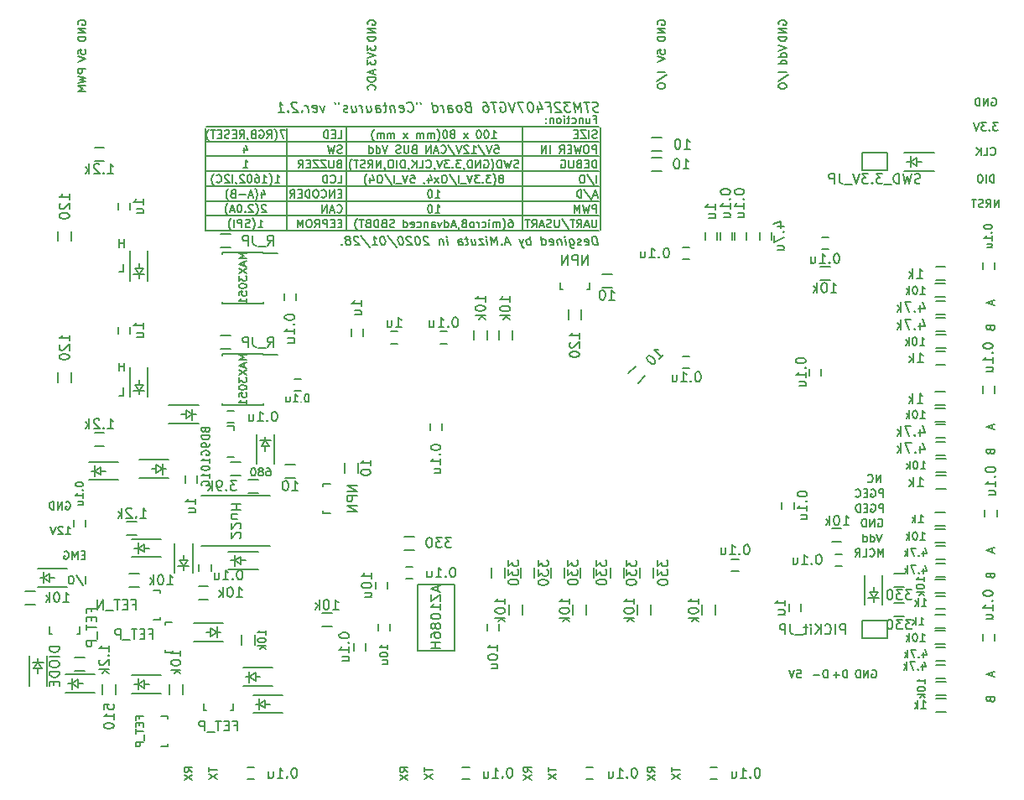
<source format=gbr>
G04 #@! TF.GenerationSoftware,KiCad,Pcbnew,(5.1.4)-1*
G04 #@! TF.CreationDate,2020-01-28T01:14:40+09:00*
G04 #@! TF.ProjectId,stm32f4_Centaurus,73746d33-3266-4345-9f43-656e74617572,rev?*
G04 #@! TF.SameCoordinates,Original*
G04 #@! TF.FileFunction,Legend,Bot*
G04 #@! TF.FilePolarity,Positive*
%FSLAX46Y46*%
G04 Gerber Fmt 4.6, Leading zero omitted, Abs format (unit mm)*
G04 Created by KiCad (PCBNEW (5.1.4)-1) date 2020-01-28 01:14:40*
%MOMM*%
%LPD*%
G04 APERTURE LIST*
%ADD10C,0.200000*%
%ADD11C,0.150000*%
G04 APERTURE END LIST*
D10*
X132152380Y-126311904D02*
X132533333Y-126311904D01*
X132571428Y-126692857D01*
X132533333Y-126654761D01*
X132457142Y-126616666D01*
X132266666Y-126616666D01*
X132190476Y-126654761D01*
X132152380Y-126692857D01*
X132114285Y-126769047D01*
X132114285Y-126959523D01*
X132152380Y-127035714D01*
X132190476Y-127073809D01*
X132266666Y-127111904D01*
X132457142Y-127111904D01*
X132533333Y-127073809D01*
X132571428Y-127035714D01*
X131885714Y-126311904D02*
X131619047Y-127111904D01*
X131352380Y-126311904D01*
X135254761Y-127111904D02*
X135254761Y-126311904D01*
X135064285Y-126311904D01*
X134950000Y-126350000D01*
X134873809Y-126426190D01*
X134835714Y-126502380D01*
X134797619Y-126654761D01*
X134797619Y-126769047D01*
X134835714Y-126921428D01*
X134873809Y-126997619D01*
X134950000Y-127073809D01*
X135064285Y-127111904D01*
X135254761Y-127111904D01*
X134454761Y-126807142D02*
X133845238Y-126807142D01*
X137254761Y-127111904D02*
X137254761Y-126311904D01*
X137064285Y-126311904D01*
X136950000Y-126350000D01*
X136873809Y-126426190D01*
X136835714Y-126502380D01*
X136797619Y-126654761D01*
X136797619Y-126769047D01*
X136835714Y-126921428D01*
X136873809Y-126997619D01*
X136950000Y-127073809D01*
X137064285Y-127111904D01*
X137254761Y-127111904D01*
X136454761Y-126807142D02*
X135845238Y-126807142D01*
X136150000Y-127111904D02*
X136150000Y-126502380D01*
X139759523Y-126350000D02*
X139835714Y-126311904D01*
X139950000Y-126311904D01*
X140064285Y-126350000D01*
X140140476Y-126426190D01*
X140178571Y-126502380D01*
X140216666Y-126654761D01*
X140216666Y-126769047D01*
X140178571Y-126921428D01*
X140140476Y-126997619D01*
X140064285Y-127073809D01*
X139950000Y-127111904D01*
X139873809Y-127111904D01*
X139759523Y-127073809D01*
X139721428Y-127035714D01*
X139721428Y-126769047D01*
X139873809Y-126769047D01*
X139378571Y-127111904D02*
X139378571Y-126311904D01*
X138921428Y-127111904D01*
X138921428Y-126311904D01*
X138540476Y-127111904D02*
X138540476Y-126311904D01*
X138350000Y-126311904D01*
X138235714Y-126350000D01*
X138159523Y-126426190D01*
X138121428Y-126502380D01*
X138083333Y-126654761D01*
X138083333Y-126769047D01*
X138121428Y-126921428D01*
X138159523Y-126997619D01*
X138235714Y-127073809D01*
X138350000Y-127111904D01*
X138540476Y-127111904D01*
X64228571Y-83611904D02*
X64228571Y-82811904D01*
X64228571Y-83192857D02*
X63771428Y-83192857D01*
X63771428Y-83611904D02*
X63771428Y-82811904D01*
X63752380Y-86111904D02*
X64133333Y-86111904D01*
X64133333Y-85311904D01*
X63752380Y-98611904D02*
X64133333Y-98611904D01*
X64133333Y-97811904D01*
X64228571Y-96111904D02*
X64228571Y-95311904D01*
X64228571Y-95692857D02*
X63771428Y-95692857D01*
X63771428Y-96111904D02*
X63771428Y-95311904D01*
X71111904Y-136616666D02*
X70730952Y-136350000D01*
X71111904Y-136159523D02*
X70311904Y-136159523D01*
X70311904Y-136464285D01*
X70350000Y-136540476D01*
X70388095Y-136578571D01*
X70464285Y-136616666D01*
X70578571Y-136616666D01*
X70654761Y-136578571D01*
X70692857Y-136540476D01*
X70730952Y-136464285D01*
X70730952Y-136159523D01*
X70311904Y-136883333D02*
X71111904Y-137416666D01*
X70311904Y-137416666D02*
X71111904Y-136883333D01*
X72811904Y-136140476D02*
X72811904Y-136597619D01*
X73611904Y-136369047D02*
X72811904Y-136369047D01*
X72811904Y-136788095D02*
X73611904Y-137321428D01*
X72811904Y-137321428D02*
X73611904Y-136788095D01*
X92861904Y-136616666D02*
X92480952Y-136350000D01*
X92861904Y-136159523D02*
X92061904Y-136159523D01*
X92061904Y-136464285D01*
X92100000Y-136540476D01*
X92138095Y-136578571D01*
X92214285Y-136616666D01*
X92328571Y-136616666D01*
X92404761Y-136578571D01*
X92442857Y-136540476D01*
X92480952Y-136464285D01*
X92480952Y-136159523D01*
X92061904Y-136883333D02*
X92861904Y-137416666D01*
X92061904Y-137416666D02*
X92861904Y-136883333D01*
X94561904Y-136140476D02*
X94561904Y-136597619D01*
X95361904Y-136369047D02*
X94561904Y-136369047D01*
X94561904Y-136788095D02*
X95361904Y-137321428D01*
X94561904Y-137321428D02*
X95361904Y-136788095D01*
X105361904Y-136616666D02*
X104980952Y-136350000D01*
X105361904Y-136159523D02*
X104561904Y-136159523D01*
X104561904Y-136464285D01*
X104600000Y-136540476D01*
X104638095Y-136578571D01*
X104714285Y-136616666D01*
X104828571Y-136616666D01*
X104904761Y-136578571D01*
X104942857Y-136540476D01*
X104980952Y-136464285D01*
X104980952Y-136159523D01*
X104561904Y-136883333D02*
X105361904Y-137416666D01*
X104561904Y-137416666D02*
X105361904Y-136883333D01*
X107061904Y-136140476D02*
X107061904Y-136597619D01*
X107861904Y-136369047D02*
X107061904Y-136369047D01*
X107061904Y-136788095D02*
X107861904Y-137321428D01*
X107061904Y-137321428D02*
X107861904Y-136788095D01*
X117861904Y-136616666D02*
X117480952Y-136350000D01*
X117861904Y-136159523D02*
X117061904Y-136159523D01*
X117061904Y-136464285D01*
X117100000Y-136540476D01*
X117138095Y-136578571D01*
X117214285Y-136616666D01*
X117328571Y-136616666D01*
X117404761Y-136578571D01*
X117442857Y-136540476D01*
X117480952Y-136464285D01*
X117480952Y-136159523D01*
X117061904Y-136883333D02*
X117861904Y-137416666D01*
X117061904Y-137416666D02*
X117861904Y-136883333D01*
X119561904Y-136140476D02*
X119561904Y-136597619D01*
X120361904Y-136369047D02*
X119561904Y-136369047D01*
X119561904Y-136788095D02*
X120361904Y-137321428D01*
X119561904Y-137321428D02*
X120361904Y-136788095D01*
X118061904Y-64097619D02*
X118061904Y-63716666D01*
X118442857Y-63678571D01*
X118404761Y-63716666D01*
X118366666Y-63792857D01*
X118366666Y-63983333D01*
X118404761Y-64059523D01*
X118442857Y-64097619D01*
X118519047Y-64135714D01*
X118709523Y-64135714D01*
X118785714Y-64097619D01*
X118823809Y-64059523D01*
X118861904Y-63983333D01*
X118861904Y-63792857D01*
X118823809Y-63716666D01*
X118785714Y-63678571D01*
X118061904Y-64364285D02*
X118861904Y-64630952D01*
X118061904Y-64897619D01*
X118861904Y-65911904D02*
X118061904Y-65911904D01*
X118023809Y-66864285D02*
X119052380Y-66178571D01*
X118061904Y-67283333D02*
X118061904Y-67435714D01*
X118100000Y-67511904D01*
X118176190Y-67588095D01*
X118328571Y-67626190D01*
X118595238Y-67626190D01*
X118747619Y-67588095D01*
X118823809Y-67511904D01*
X118861904Y-67435714D01*
X118861904Y-67283333D01*
X118823809Y-67207142D01*
X118747619Y-67130952D01*
X118595238Y-67092857D01*
X118328571Y-67092857D01*
X118176190Y-67130952D01*
X118100000Y-67207142D01*
X118061904Y-67283333D01*
X131111904Y-65911904D02*
X130311904Y-65911904D01*
X130273809Y-66864285D02*
X131302380Y-66178571D01*
X130311904Y-67283333D02*
X130311904Y-67435714D01*
X130350000Y-67511904D01*
X130426190Y-67588095D01*
X130578571Y-67626190D01*
X130845238Y-67626190D01*
X130997619Y-67588095D01*
X131073809Y-67511904D01*
X131111904Y-67435714D01*
X131111904Y-67283333D01*
X131073809Y-67207142D01*
X130997619Y-67130952D01*
X130845238Y-67092857D01*
X130578571Y-67092857D01*
X130426190Y-67130952D01*
X130350000Y-67207142D01*
X130311904Y-67283333D01*
X130311904Y-63259523D02*
X131111904Y-63526190D01*
X130311904Y-63792857D01*
X131111904Y-64402380D02*
X130311904Y-64402380D01*
X131073809Y-64402380D02*
X131111904Y-64326190D01*
X131111904Y-64173809D01*
X131073809Y-64097619D01*
X131035714Y-64059523D01*
X130959523Y-64021428D01*
X130730952Y-64021428D01*
X130654761Y-64059523D01*
X130616666Y-64097619D01*
X130578571Y-64173809D01*
X130578571Y-64326190D01*
X130616666Y-64402380D01*
X131111904Y-65126190D02*
X130311904Y-65126190D01*
X131073809Y-65126190D02*
X131111904Y-65050000D01*
X131111904Y-64897619D01*
X131073809Y-64821428D01*
X131035714Y-64783333D01*
X130959523Y-64745238D01*
X130730952Y-64745238D01*
X130654761Y-64783333D01*
X130616666Y-64821428D01*
X130578571Y-64897619D01*
X130578571Y-65050000D01*
X130616666Y-65126190D01*
X130350000Y-61140476D02*
X130311904Y-61064285D01*
X130311904Y-60950000D01*
X130350000Y-60835714D01*
X130426190Y-60759523D01*
X130502380Y-60721428D01*
X130654761Y-60683333D01*
X130769047Y-60683333D01*
X130921428Y-60721428D01*
X130997619Y-60759523D01*
X131073809Y-60835714D01*
X131111904Y-60950000D01*
X131111904Y-61026190D01*
X131073809Y-61140476D01*
X131035714Y-61178571D01*
X130769047Y-61178571D01*
X130769047Y-61026190D01*
X131111904Y-61521428D02*
X130311904Y-61521428D01*
X131111904Y-61978571D01*
X130311904Y-61978571D01*
X131111904Y-62359523D02*
X130311904Y-62359523D01*
X130311904Y-62550000D01*
X130350000Y-62664285D01*
X130426190Y-62740476D01*
X130502380Y-62778571D01*
X130654761Y-62816666D01*
X130769047Y-62816666D01*
X130921428Y-62778571D01*
X130997619Y-62740476D01*
X131073809Y-62664285D01*
X131111904Y-62550000D01*
X131111904Y-62359523D01*
X118100000Y-61140476D02*
X118061904Y-61064285D01*
X118061904Y-60950000D01*
X118100000Y-60835714D01*
X118176190Y-60759523D01*
X118252380Y-60721428D01*
X118404761Y-60683333D01*
X118519047Y-60683333D01*
X118671428Y-60721428D01*
X118747619Y-60759523D01*
X118823809Y-60835714D01*
X118861904Y-60950000D01*
X118861904Y-61026190D01*
X118823809Y-61140476D01*
X118785714Y-61178571D01*
X118519047Y-61178571D01*
X118519047Y-61026190D01*
X118861904Y-61521428D02*
X118061904Y-61521428D01*
X118861904Y-61978571D01*
X118061904Y-61978571D01*
X118861904Y-62359523D02*
X118061904Y-62359523D01*
X118061904Y-62550000D01*
X118100000Y-62664285D01*
X118176190Y-62740476D01*
X118252380Y-62778571D01*
X118404761Y-62816666D01*
X118519047Y-62816666D01*
X118671428Y-62778571D01*
X118747619Y-62740476D01*
X118823809Y-62664285D01*
X118861904Y-62550000D01*
X118861904Y-62359523D01*
X88850000Y-61140476D02*
X88811904Y-61064285D01*
X88811904Y-60950000D01*
X88850000Y-60835714D01*
X88926190Y-60759523D01*
X89002380Y-60721428D01*
X89154761Y-60683333D01*
X89269047Y-60683333D01*
X89421428Y-60721428D01*
X89497619Y-60759523D01*
X89573809Y-60835714D01*
X89611904Y-60950000D01*
X89611904Y-61026190D01*
X89573809Y-61140476D01*
X89535714Y-61178571D01*
X89269047Y-61178571D01*
X89269047Y-61026190D01*
X89611904Y-61521428D02*
X88811904Y-61521428D01*
X89611904Y-61978571D01*
X88811904Y-61978571D01*
X89611904Y-62359523D02*
X88811904Y-62359523D01*
X88811904Y-62550000D01*
X88850000Y-62664285D01*
X88926190Y-62740476D01*
X89002380Y-62778571D01*
X89154761Y-62816666D01*
X89269047Y-62816666D01*
X89421428Y-62778571D01*
X89497619Y-62740476D01*
X89573809Y-62664285D01*
X89611904Y-62550000D01*
X89611904Y-62359523D01*
X88811904Y-63259523D02*
X88811904Y-63754761D01*
X89116666Y-63488095D01*
X89116666Y-63602380D01*
X89154761Y-63678571D01*
X89192857Y-63716666D01*
X89269047Y-63754761D01*
X89459523Y-63754761D01*
X89535714Y-63716666D01*
X89573809Y-63678571D01*
X89611904Y-63602380D01*
X89611904Y-63373809D01*
X89573809Y-63297619D01*
X89535714Y-63259523D01*
X88811904Y-63983333D02*
X89611904Y-64250000D01*
X88811904Y-64516666D01*
X88811904Y-64707142D02*
X88811904Y-65202380D01*
X89116666Y-64935714D01*
X89116666Y-65050000D01*
X89154761Y-65126190D01*
X89192857Y-65164285D01*
X89269047Y-65202380D01*
X89459523Y-65202380D01*
X89535714Y-65164285D01*
X89573809Y-65126190D01*
X89611904Y-65050000D01*
X89611904Y-64821428D01*
X89573809Y-64745238D01*
X89535714Y-64707142D01*
X89383333Y-65759523D02*
X89383333Y-66140476D01*
X89611904Y-65683333D02*
X88811904Y-65950000D01*
X89611904Y-66216666D01*
X89611904Y-66483333D02*
X88811904Y-66483333D01*
X88811904Y-66673809D01*
X88850000Y-66788095D01*
X88926190Y-66864285D01*
X89002380Y-66902380D01*
X89154761Y-66940476D01*
X89269047Y-66940476D01*
X89421428Y-66902380D01*
X89497619Y-66864285D01*
X89573809Y-66788095D01*
X89611904Y-66673809D01*
X89611904Y-66483333D01*
X89535714Y-67740476D02*
X89573809Y-67702380D01*
X89611904Y-67588095D01*
X89611904Y-67511904D01*
X89573809Y-67397619D01*
X89497619Y-67321428D01*
X89421428Y-67283333D01*
X89269047Y-67245238D01*
X89154761Y-67245238D01*
X89002380Y-67283333D01*
X88926190Y-67321428D01*
X88850000Y-67397619D01*
X88811904Y-67511904D01*
X88811904Y-67588095D01*
X88850000Y-67702380D01*
X88888095Y-67740476D01*
X60361904Y-65626190D02*
X59561904Y-65626190D01*
X59561904Y-65930952D01*
X59600000Y-66007142D01*
X59638095Y-66045238D01*
X59714285Y-66083333D01*
X59828571Y-66083333D01*
X59904761Y-66045238D01*
X59942857Y-66007142D01*
X59980952Y-65930952D01*
X59980952Y-65626190D01*
X59561904Y-66350000D02*
X60361904Y-66540476D01*
X59790476Y-66692857D01*
X60361904Y-66845238D01*
X59561904Y-67035714D01*
X60361904Y-67340476D02*
X59561904Y-67340476D01*
X60133333Y-67607142D01*
X59561904Y-67873809D01*
X60361904Y-67873809D01*
X59600000Y-61140476D02*
X59561904Y-61064285D01*
X59561904Y-60950000D01*
X59600000Y-60835714D01*
X59676190Y-60759523D01*
X59752380Y-60721428D01*
X59904761Y-60683333D01*
X60019047Y-60683333D01*
X60171428Y-60721428D01*
X60247619Y-60759523D01*
X60323809Y-60835714D01*
X60361904Y-60950000D01*
X60361904Y-61026190D01*
X60323809Y-61140476D01*
X60285714Y-61178571D01*
X60019047Y-61178571D01*
X60019047Y-61026190D01*
X60361904Y-61521428D02*
X59561904Y-61521428D01*
X60361904Y-61978571D01*
X59561904Y-61978571D01*
X60361904Y-62359523D02*
X59561904Y-62359523D01*
X59561904Y-62550000D01*
X59600000Y-62664285D01*
X59676190Y-62740476D01*
X59752380Y-62778571D01*
X59904761Y-62816666D01*
X60019047Y-62816666D01*
X60171428Y-62778571D01*
X60247619Y-62740476D01*
X60323809Y-62664285D01*
X60361904Y-62550000D01*
X60361904Y-62359523D01*
X59561904Y-64097619D02*
X59561904Y-63716666D01*
X59942857Y-63678571D01*
X59904761Y-63716666D01*
X59866666Y-63792857D01*
X59866666Y-63983333D01*
X59904761Y-64059523D01*
X59942857Y-64097619D01*
X60019047Y-64135714D01*
X60209523Y-64135714D01*
X60285714Y-64097619D01*
X60323809Y-64059523D01*
X60361904Y-63983333D01*
X60361904Y-63792857D01*
X60323809Y-63716666D01*
X60285714Y-63678571D01*
X59561904Y-64364285D02*
X60361904Y-64630952D01*
X59561904Y-64897619D01*
X112177619Y-69924761D02*
X112040714Y-69972380D01*
X111802619Y-69972380D01*
X111701428Y-69924761D01*
X111647857Y-69877142D01*
X111588333Y-69781904D01*
X111576428Y-69686666D01*
X111612142Y-69591428D01*
X111653809Y-69543809D01*
X111743095Y-69496190D01*
X111927619Y-69448571D01*
X112016904Y-69400952D01*
X112058571Y-69353333D01*
X112094285Y-69258095D01*
X112082380Y-69162857D01*
X112022857Y-69067619D01*
X111969285Y-69020000D01*
X111868095Y-68972380D01*
X111630000Y-68972380D01*
X111493095Y-69020000D01*
X111201428Y-68972380D02*
X110630000Y-68972380D01*
X111040714Y-69972380D02*
X110915714Y-68972380D01*
X110421666Y-69972380D02*
X110296666Y-68972380D01*
X110052619Y-69686666D01*
X109630000Y-68972380D01*
X109755000Y-69972380D01*
X109249047Y-68972380D02*
X108630000Y-68972380D01*
X109010952Y-69353333D01*
X108868095Y-69353333D01*
X108778809Y-69400952D01*
X108737142Y-69448571D01*
X108701428Y-69543809D01*
X108731190Y-69781904D01*
X108790714Y-69877142D01*
X108844285Y-69924761D01*
X108945476Y-69972380D01*
X109231190Y-69972380D01*
X109320476Y-69924761D01*
X109362142Y-69877142D01*
X108260952Y-69067619D02*
X108207380Y-69020000D01*
X108106190Y-68972380D01*
X107868095Y-68972380D01*
X107778809Y-69020000D01*
X107737142Y-69067619D01*
X107701428Y-69162857D01*
X107713333Y-69258095D01*
X107778809Y-69400952D01*
X108421666Y-69972380D01*
X107802619Y-69972380D01*
X106975238Y-69448571D02*
X107308571Y-69448571D01*
X107374047Y-69972380D02*
X107249047Y-68972380D01*
X106772857Y-68972380D01*
X106005000Y-69305714D02*
X106088333Y-69972380D01*
X106195476Y-68924761D02*
X106522857Y-69639047D01*
X105903809Y-69639047D01*
X105249047Y-68972380D02*
X105153809Y-68972380D01*
X105064523Y-69020000D01*
X105022857Y-69067619D01*
X104987142Y-69162857D01*
X104963333Y-69353333D01*
X104993095Y-69591428D01*
X105064523Y-69781904D01*
X105124047Y-69877142D01*
X105177619Y-69924761D01*
X105278809Y-69972380D01*
X105374047Y-69972380D01*
X105463333Y-69924761D01*
X105505000Y-69877142D01*
X105540714Y-69781904D01*
X105564523Y-69591428D01*
X105534761Y-69353333D01*
X105463333Y-69162857D01*
X105403809Y-69067619D01*
X105350238Y-69020000D01*
X105249047Y-68972380D01*
X104582380Y-68972380D02*
X103915714Y-68972380D01*
X104469285Y-69972380D01*
X103677619Y-68972380D02*
X103469285Y-69972380D01*
X103010952Y-68972380D01*
X102159761Y-69020000D02*
X102249047Y-68972380D01*
X102391904Y-68972380D01*
X102540714Y-69020000D01*
X102647857Y-69115238D01*
X102707380Y-69210476D01*
X102778809Y-69400952D01*
X102796666Y-69543809D01*
X102772857Y-69734285D01*
X102737142Y-69829523D01*
X102653809Y-69924761D01*
X102516904Y-69972380D01*
X102421666Y-69972380D01*
X102272857Y-69924761D01*
X102219285Y-69877142D01*
X102177619Y-69543809D01*
X102368095Y-69543809D01*
X101820476Y-68972380D02*
X101249047Y-68972380D01*
X101659761Y-69972380D02*
X101534761Y-68972380D01*
X100487142Y-68972380D02*
X100677619Y-68972380D01*
X100778809Y-69020000D01*
X100832380Y-69067619D01*
X100945476Y-69210476D01*
X101016904Y-69400952D01*
X101064523Y-69781904D01*
X101028809Y-69877142D01*
X100987142Y-69924761D01*
X100897857Y-69972380D01*
X100707380Y-69972380D01*
X100606190Y-69924761D01*
X100552619Y-69877142D01*
X100493095Y-69781904D01*
X100463333Y-69543809D01*
X100499047Y-69448571D01*
X100540714Y-69400952D01*
X100630000Y-69353333D01*
X100820476Y-69353333D01*
X100921666Y-69400952D01*
X100975238Y-69448571D01*
X101034761Y-69543809D01*
X98927619Y-69448571D02*
X98790714Y-69496190D01*
X98749047Y-69543809D01*
X98713333Y-69639047D01*
X98731190Y-69781904D01*
X98790714Y-69877142D01*
X98844285Y-69924761D01*
X98945476Y-69972380D01*
X99326428Y-69972380D01*
X99201428Y-68972380D01*
X98868095Y-68972380D01*
X98778809Y-69020000D01*
X98737142Y-69067619D01*
X98701428Y-69162857D01*
X98713333Y-69258095D01*
X98772857Y-69353333D01*
X98826428Y-69400952D01*
X98927619Y-69448571D01*
X99260952Y-69448571D01*
X98183571Y-69972380D02*
X98272857Y-69924761D01*
X98314523Y-69877142D01*
X98350238Y-69781904D01*
X98314523Y-69496190D01*
X98255000Y-69400952D01*
X98201428Y-69353333D01*
X98100238Y-69305714D01*
X97957380Y-69305714D01*
X97868095Y-69353333D01*
X97826428Y-69400952D01*
X97790714Y-69496190D01*
X97826428Y-69781904D01*
X97885952Y-69877142D01*
X97939523Y-69924761D01*
X98040714Y-69972380D01*
X98183571Y-69972380D01*
X96993095Y-69972380D02*
X96927619Y-69448571D01*
X96963333Y-69353333D01*
X97052619Y-69305714D01*
X97243095Y-69305714D01*
X97344285Y-69353333D01*
X96987142Y-69924761D02*
X97088333Y-69972380D01*
X97326428Y-69972380D01*
X97415714Y-69924761D01*
X97451428Y-69829523D01*
X97439523Y-69734285D01*
X97380000Y-69639047D01*
X97278809Y-69591428D01*
X97040714Y-69591428D01*
X96939523Y-69543809D01*
X96516904Y-69972380D02*
X96433571Y-69305714D01*
X96457380Y-69496190D02*
X96397857Y-69400952D01*
X96344285Y-69353333D01*
X96243095Y-69305714D01*
X96147857Y-69305714D01*
X95469285Y-69972380D02*
X95344285Y-68972380D01*
X95463333Y-69924761D02*
X95564523Y-69972380D01*
X95755000Y-69972380D01*
X95844285Y-69924761D01*
X95885952Y-69877142D01*
X95921666Y-69781904D01*
X95885952Y-69496190D01*
X95826428Y-69400952D01*
X95772857Y-69353333D01*
X95671666Y-69305714D01*
X95481190Y-69305714D01*
X95391904Y-69353333D01*
X94153809Y-68972380D02*
X94177619Y-69162857D01*
X93772857Y-68972380D02*
X93796666Y-69162857D01*
X92885952Y-69877142D02*
X92939523Y-69924761D01*
X93088333Y-69972380D01*
X93183571Y-69972380D01*
X93320476Y-69924761D01*
X93403809Y-69829523D01*
X93439523Y-69734285D01*
X93463333Y-69543809D01*
X93445476Y-69400952D01*
X93374047Y-69210476D01*
X93314523Y-69115238D01*
X93207380Y-69020000D01*
X93058571Y-68972380D01*
X92963333Y-68972380D01*
X92826428Y-69020000D01*
X92784761Y-69067619D01*
X92082380Y-69924761D02*
X92183571Y-69972380D01*
X92374047Y-69972380D01*
X92463333Y-69924761D01*
X92499047Y-69829523D01*
X92451428Y-69448571D01*
X92391904Y-69353333D01*
X92290714Y-69305714D01*
X92100238Y-69305714D01*
X92010952Y-69353333D01*
X91975238Y-69448571D01*
X91987142Y-69543809D01*
X92475238Y-69639047D01*
X91528809Y-69305714D02*
X91612142Y-69972380D01*
X91540714Y-69400952D02*
X91487142Y-69353333D01*
X91385952Y-69305714D01*
X91243095Y-69305714D01*
X91153809Y-69353333D01*
X91118095Y-69448571D01*
X91183571Y-69972380D01*
X90766904Y-69305714D02*
X90385952Y-69305714D01*
X90582380Y-68972380D02*
X90689523Y-69829523D01*
X90653809Y-69924761D01*
X90564523Y-69972380D01*
X90469285Y-69972380D01*
X89707380Y-69972380D02*
X89641904Y-69448571D01*
X89677619Y-69353333D01*
X89766904Y-69305714D01*
X89957380Y-69305714D01*
X90058571Y-69353333D01*
X89701428Y-69924761D02*
X89802619Y-69972380D01*
X90040714Y-69972380D01*
X90130000Y-69924761D01*
X90165714Y-69829523D01*
X90153809Y-69734285D01*
X90094285Y-69639047D01*
X89993095Y-69591428D01*
X89755000Y-69591428D01*
X89653809Y-69543809D01*
X88719285Y-69305714D02*
X88802619Y-69972380D01*
X89147857Y-69305714D02*
X89213333Y-69829523D01*
X89177619Y-69924761D01*
X89088333Y-69972380D01*
X88945476Y-69972380D01*
X88844285Y-69924761D01*
X88790714Y-69877142D01*
X88326428Y-69972380D02*
X88243095Y-69305714D01*
X88266904Y-69496190D02*
X88207380Y-69400952D01*
X88153809Y-69353333D01*
X88052619Y-69305714D01*
X87957380Y-69305714D01*
X87195476Y-69305714D02*
X87278809Y-69972380D01*
X87624047Y-69305714D02*
X87689523Y-69829523D01*
X87653809Y-69924761D01*
X87564523Y-69972380D01*
X87421666Y-69972380D01*
X87320476Y-69924761D01*
X87266904Y-69877142D01*
X86844285Y-69924761D02*
X86755000Y-69972380D01*
X86564523Y-69972380D01*
X86463333Y-69924761D01*
X86403809Y-69829523D01*
X86397857Y-69781904D01*
X86433571Y-69686666D01*
X86522857Y-69639047D01*
X86665714Y-69639047D01*
X86755000Y-69591428D01*
X86790714Y-69496190D01*
X86784761Y-69448571D01*
X86725238Y-69353333D01*
X86624047Y-69305714D01*
X86481190Y-69305714D01*
X86391904Y-69353333D01*
X85915714Y-68972380D02*
X85939523Y-69162857D01*
X85534761Y-68972380D02*
X85558571Y-69162857D01*
X84481190Y-69305714D02*
X84326428Y-69972380D01*
X84005000Y-69305714D01*
X83320476Y-69924761D02*
X83421666Y-69972380D01*
X83612142Y-69972380D01*
X83701428Y-69924761D01*
X83737142Y-69829523D01*
X83689523Y-69448571D01*
X83630000Y-69353333D01*
X83528809Y-69305714D01*
X83338333Y-69305714D01*
X83249047Y-69353333D01*
X83213333Y-69448571D01*
X83225238Y-69543809D01*
X83713333Y-69639047D01*
X82850238Y-69972380D02*
X82766904Y-69305714D01*
X82790714Y-69496190D02*
X82731190Y-69400952D01*
X82677619Y-69353333D01*
X82576428Y-69305714D01*
X82481190Y-69305714D01*
X82219285Y-69877142D02*
X82177619Y-69924761D01*
X82231190Y-69972380D01*
X82272857Y-69924761D01*
X82219285Y-69877142D01*
X82231190Y-69972380D01*
X81689523Y-69067619D02*
X81635952Y-69020000D01*
X81534761Y-68972380D01*
X81296666Y-68972380D01*
X81207380Y-69020000D01*
X81165714Y-69067619D01*
X81130000Y-69162857D01*
X81141904Y-69258095D01*
X81207380Y-69400952D01*
X81850238Y-69972380D01*
X81231190Y-69972380D01*
X80790714Y-69877142D02*
X80749047Y-69924761D01*
X80802619Y-69972380D01*
X80844285Y-69924761D01*
X80790714Y-69877142D01*
X80802619Y-69972380D01*
X79802619Y-69972380D02*
X80374047Y-69972380D01*
X80088333Y-69972380D02*
X79963333Y-68972380D01*
X80076428Y-69115238D01*
X80183571Y-69210476D01*
X80284761Y-69258095D01*
X140890476Y-114861904D02*
X140890476Y-114061904D01*
X140623809Y-114633333D01*
X140357142Y-114061904D01*
X140357142Y-114861904D01*
X139519047Y-114785714D02*
X139557142Y-114823809D01*
X139671428Y-114861904D01*
X139747619Y-114861904D01*
X139861904Y-114823809D01*
X139938095Y-114747619D01*
X139976190Y-114671428D01*
X140014285Y-114519047D01*
X140014285Y-114404761D01*
X139976190Y-114252380D01*
X139938095Y-114176190D01*
X139861904Y-114100000D01*
X139747619Y-114061904D01*
X139671428Y-114061904D01*
X139557142Y-114100000D01*
X139519047Y-114138095D01*
X138795238Y-114861904D02*
X139176190Y-114861904D01*
X139176190Y-114061904D01*
X138071428Y-114861904D02*
X138338095Y-114480952D01*
X138528571Y-114861904D02*
X138528571Y-114061904D01*
X138223809Y-114061904D01*
X138147619Y-114100000D01*
X138109523Y-114138095D01*
X138071428Y-114214285D01*
X138071428Y-114328571D01*
X138109523Y-114404761D01*
X138147619Y-114442857D01*
X138223809Y-114480952D01*
X138528571Y-114480952D01*
X140740476Y-112561904D02*
X140473809Y-113361904D01*
X140207142Y-112561904D01*
X139597619Y-113361904D02*
X139597619Y-112561904D01*
X139597619Y-113323809D02*
X139673809Y-113361904D01*
X139826190Y-113361904D01*
X139902380Y-113323809D01*
X139940476Y-113285714D01*
X139978571Y-113209523D01*
X139978571Y-112980952D01*
X139940476Y-112904761D01*
X139902380Y-112866666D01*
X139826190Y-112828571D01*
X139673809Y-112828571D01*
X139597619Y-112866666D01*
X138873809Y-113361904D02*
X138873809Y-112561904D01*
X138873809Y-113323809D02*
X138950000Y-113361904D01*
X139102380Y-113361904D01*
X139178571Y-113323809D01*
X139216666Y-113285714D01*
X139254761Y-113209523D01*
X139254761Y-112980952D01*
X139216666Y-112904761D01*
X139178571Y-112866666D01*
X139102380Y-112828571D01*
X138950000Y-112828571D01*
X138873809Y-112866666D01*
X140359523Y-111100000D02*
X140435714Y-111061904D01*
X140550000Y-111061904D01*
X140664285Y-111100000D01*
X140740476Y-111176190D01*
X140778571Y-111252380D01*
X140816666Y-111404761D01*
X140816666Y-111519047D01*
X140778571Y-111671428D01*
X140740476Y-111747619D01*
X140664285Y-111823809D01*
X140550000Y-111861904D01*
X140473809Y-111861904D01*
X140359523Y-111823809D01*
X140321428Y-111785714D01*
X140321428Y-111519047D01*
X140473809Y-111519047D01*
X139978571Y-111861904D02*
X139978571Y-111061904D01*
X139521428Y-111861904D01*
X139521428Y-111061904D01*
X139140476Y-111861904D02*
X139140476Y-111061904D01*
X138950000Y-111061904D01*
X138835714Y-111100000D01*
X138759523Y-111176190D01*
X138721428Y-111252380D01*
X138683333Y-111404761D01*
X138683333Y-111519047D01*
X138721428Y-111671428D01*
X138759523Y-111747619D01*
X138835714Y-111823809D01*
X138950000Y-111861904D01*
X139140476Y-111861904D01*
X140871428Y-110361904D02*
X140871428Y-109561904D01*
X140566666Y-109561904D01*
X140490476Y-109600000D01*
X140452380Y-109638095D01*
X140414285Y-109714285D01*
X140414285Y-109828571D01*
X140452380Y-109904761D01*
X140490476Y-109942857D01*
X140566666Y-109980952D01*
X140871428Y-109980952D01*
X139652380Y-109600000D02*
X139728571Y-109561904D01*
X139842857Y-109561904D01*
X139957142Y-109600000D01*
X140033333Y-109676190D01*
X140071428Y-109752380D01*
X140109523Y-109904761D01*
X140109523Y-110019047D01*
X140071428Y-110171428D01*
X140033333Y-110247619D01*
X139957142Y-110323809D01*
X139842857Y-110361904D01*
X139766666Y-110361904D01*
X139652380Y-110323809D01*
X139614285Y-110285714D01*
X139614285Y-110019047D01*
X139766666Y-110019047D01*
X139271428Y-109942857D02*
X139004761Y-109942857D01*
X138890476Y-110361904D02*
X139271428Y-110361904D01*
X139271428Y-109561904D01*
X138890476Y-109561904D01*
X138547619Y-110361904D02*
X138547619Y-109561904D01*
X138357142Y-109561904D01*
X138242857Y-109600000D01*
X138166666Y-109676190D01*
X138128571Y-109752380D01*
X138090476Y-109904761D01*
X138090476Y-110019047D01*
X138128571Y-110171428D01*
X138166666Y-110247619D01*
X138242857Y-110323809D01*
X138357142Y-110361904D01*
X138547619Y-110361904D01*
X140871428Y-108861904D02*
X140871428Y-108061904D01*
X140566666Y-108061904D01*
X140490476Y-108100000D01*
X140452380Y-108138095D01*
X140414285Y-108214285D01*
X140414285Y-108328571D01*
X140452380Y-108404761D01*
X140490476Y-108442857D01*
X140566666Y-108480952D01*
X140871428Y-108480952D01*
X139652380Y-108100000D02*
X139728571Y-108061904D01*
X139842857Y-108061904D01*
X139957142Y-108100000D01*
X140033333Y-108176190D01*
X140071428Y-108252380D01*
X140109523Y-108404761D01*
X140109523Y-108519047D01*
X140071428Y-108671428D01*
X140033333Y-108747619D01*
X139957142Y-108823809D01*
X139842857Y-108861904D01*
X139766666Y-108861904D01*
X139652380Y-108823809D01*
X139614285Y-108785714D01*
X139614285Y-108519047D01*
X139766666Y-108519047D01*
X139271428Y-108442857D02*
X139004761Y-108442857D01*
X138890476Y-108861904D02*
X139271428Y-108861904D01*
X139271428Y-108061904D01*
X138890476Y-108061904D01*
X138090476Y-108785714D02*
X138128571Y-108823809D01*
X138242857Y-108861904D01*
X138319047Y-108861904D01*
X138433333Y-108823809D01*
X138509523Y-108747619D01*
X138547619Y-108671428D01*
X138585714Y-108519047D01*
X138585714Y-108404761D01*
X138547619Y-108252380D01*
X138509523Y-108176190D01*
X138433333Y-108100000D01*
X138319047Y-108061904D01*
X138242857Y-108061904D01*
X138128571Y-108100000D01*
X138090476Y-108138095D01*
X140628571Y-107361904D02*
X140628571Y-106561904D01*
X140171428Y-107361904D01*
X140171428Y-106561904D01*
X139333333Y-107285714D02*
X139371428Y-107323809D01*
X139485714Y-107361904D01*
X139561904Y-107361904D01*
X139676190Y-107323809D01*
X139752380Y-107247619D01*
X139790476Y-107171428D01*
X139828571Y-107019047D01*
X139828571Y-106904761D01*
X139790476Y-106752380D01*
X139752380Y-106676190D01*
X139676190Y-106600000D01*
X139561904Y-106561904D01*
X139485714Y-106561904D01*
X139371428Y-106600000D01*
X139333333Y-106638095D01*
X151692857Y-129307142D02*
X151730952Y-129421428D01*
X151769047Y-129459523D01*
X151845238Y-129497619D01*
X151959523Y-129497619D01*
X152035714Y-129459523D01*
X152073809Y-129421428D01*
X152111904Y-129345238D01*
X152111904Y-129040476D01*
X151311904Y-129040476D01*
X151311904Y-129307142D01*
X151350000Y-129383333D01*
X151388095Y-129421428D01*
X151464285Y-129459523D01*
X151540476Y-129459523D01*
X151616666Y-129421428D01*
X151654761Y-129383333D01*
X151692857Y-129307142D01*
X151692857Y-129040476D01*
X151883333Y-126559523D02*
X151883333Y-126940476D01*
X152111904Y-126483333D02*
X151311904Y-126750000D01*
X152111904Y-127016666D01*
X151692857Y-116807142D02*
X151730952Y-116921428D01*
X151769047Y-116959523D01*
X151845238Y-116997619D01*
X151959523Y-116997619D01*
X152035714Y-116959523D01*
X152073809Y-116921428D01*
X152111904Y-116845238D01*
X152111904Y-116540476D01*
X151311904Y-116540476D01*
X151311904Y-116807142D01*
X151350000Y-116883333D01*
X151388095Y-116921428D01*
X151464285Y-116959523D01*
X151540476Y-116959523D01*
X151616666Y-116921428D01*
X151654761Y-116883333D01*
X151692857Y-116807142D01*
X151692857Y-116540476D01*
X151883333Y-114059523D02*
X151883333Y-114440476D01*
X152111904Y-113983333D02*
X151311904Y-114250000D01*
X152111904Y-114516666D01*
X151692857Y-104307142D02*
X151730952Y-104421428D01*
X151769047Y-104459523D01*
X151845238Y-104497619D01*
X151959523Y-104497619D01*
X152035714Y-104459523D01*
X152073809Y-104421428D01*
X152111904Y-104345238D01*
X152111904Y-104040476D01*
X151311904Y-104040476D01*
X151311904Y-104307142D01*
X151350000Y-104383333D01*
X151388095Y-104421428D01*
X151464285Y-104459523D01*
X151540476Y-104459523D01*
X151616666Y-104421428D01*
X151654761Y-104383333D01*
X151692857Y-104307142D01*
X151692857Y-104040476D01*
X151883333Y-101559523D02*
X151883333Y-101940476D01*
X152111904Y-101483333D02*
X151311904Y-101750000D01*
X152111904Y-102016666D01*
X77776190Y-81611904D02*
X78233333Y-81611904D01*
X78004761Y-81611904D02*
X78004761Y-80811904D01*
X78080952Y-80926190D01*
X78157142Y-81002380D01*
X78233333Y-81040476D01*
X77204761Y-81916666D02*
X77242857Y-81878571D01*
X77319047Y-81764285D01*
X77357142Y-81688095D01*
X77395238Y-81573809D01*
X77433333Y-81383333D01*
X77433333Y-81230952D01*
X77395238Y-81040476D01*
X77357142Y-80926190D01*
X77319047Y-80850000D01*
X77242857Y-80735714D01*
X77204761Y-80697619D01*
X76938095Y-81573809D02*
X76823809Y-81611904D01*
X76633333Y-81611904D01*
X76557142Y-81573809D01*
X76519047Y-81535714D01*
X76480952Y-81459523D01*
X76480952Y-81383333D01*
X76519047Y-81307142D01*
X76557142Y-81269047D01*
X76633333Y-81230952D01*
X76785714Y-81192857D01*
X76861904Y-81154761D01*
X76900000Y-81116666D01*
X76938095Y-81040476D01*
X76938095Y-80964285D01*
X76900000Y-80888095D01*
X76861904Y-80850000D01*
X76785714Y-80811904D01*
X76595238Y-80811904D01*
X76480952Y-80850000D01*
X76138095Y-81611904D02*
X76138095Y-80811904D01*
X75833333Y-80811904D01*
X75757142Y-80850000D01*
X75719047Y-80888095D01*
X75680952Y-80964285D01*
X75680952Y-81078571D01*
X75719047Y-81154761D01*
X75757142Y-81192857D01*
X75833333Y-81230952D01*
X76138095Y-81230952D01*
X75338095Y-81611904D02*
X75338095Y-80811904D01*
X75033333Y-81916666D02*
X74995238Y-81878571D01*
X74919047Y-81764285D01*
X74880952Y-81688095D01*
X74842857Y-81573809D01*
X74804761Y-81383333D01*
X74804761Y-81230952D01*
X74842857Y-81040476D01*
X74880952Y-80926190D01*
X74919047Y-80850000D01*
X74995238Y-80735714D01*
X75033333Y-80697619D01*
X78557142Y-79388095D02*
X78519047Y-79350000D01*
X78442857Y-79311904D01*
X78252380Y-79311904D01*
X78176190Y-79350000D01*
X78138095Y-79388095D01*
X78100000Y-79464285D01*
X78100000Y-79540476D01*
X78138095Y-79654761D01*
X78595238Y-80111904D01*
X78100000Y-80111904D01*
X77528571Y-80416666D02*
X77566666Y-80378571D01*
X77642857Y-80264285D01*
X77680952Y-80188095D01*
X77719047Y-80073809D01*
X77757142Y-79883333D01*
X77757142Y-79730952D01*
X77719047Y-79540476D01*
X77680952Y-79426190D01*
X77642857Y-79350000D01*
X77566666Y-79235714D01*
X77528571Y-79197619D01*
X77261904Y-79388095D02*
X77223809Y-79350000D01*
X77147619Y-79311904D01*
X76957142Y-79311904D01*
X76880952Y-79350000D01*
X76842857Y-79388095D01*
X76804761Y-79464285D01*
X76804761Y-79540476D01*
X76842857Y-79654761D01*
X77300000Y-80111904D01*
X76804761Y-80111904D01*
X76461904Y-80035714D02*
X76423809Y-80073809D01*
X76461904Y-80111904D01*
X76500000Y-80073809D01*
X76461904Y-80035714D01*
X76461904Y-80111904D01*
X75928571Y-79311904D02*
X75852380Y-79311904D01*
X75776190Y-79350000D01*
X75738095Y-79388095D01*
X75700000Y-79464285D01*
X75661904Y-79616666D01*
X75661904Y-79807142D01*
X75700000Y-79959523D01*
X75738095Y-80035714D01*
X75776190Y-80073809D01*
X75852380Y-80111904D01*
X75928571Y-80111904D01*
X76004761Y-80073809D01*
X76042857Y-80035714D01*
X76080952Y-79959523D01*
X76119047Y-79807142D01*
X76119047Y-79616666D01*
X76080952Y-79464285D01*
X76042857Y-79388095D01*
X76004761Y-79350000D01*
X75928571Y-79311904D01*
X75357142Y-79883333D02*
X74976190Y-79883333D01*
X75433333Y-80111904D02*
X75166666Y-79311904D01*
X74900000Y-80111904D01*
X74709523Y-80416666D02*
X74671428Y-80378571D01*
X74595238Y-80264285D01*
X74557142Y-80188095D01*
X74519047Y-80073809D01*
X74480952Y-79883333D01*
X74480952Y-79730952D01*
X74519047Y-79540476D01*
X74557142Y-79426190D01*
X74595238Y-79350000D01*
X74671428Y-79235714D01*
X74709523Y-79197619D01*
X80688095Y-71630000D02*
X80688095Y-72239523D01*
X80688095Y-72239523D02*
X80688095Y-72849047D01*
X80688095Y-72849047D02*
X80688095Y-73458571D01*
X80688095Y-73458571D02*
X80688095Y-74068095D01*
X80688095Y-74068095D02*
X80688095Y-74677619D01*
X80688095Y-74677619D02*
X80688095Y-75287142D01*
X80688095Y-75287142D02*
X80688095Y-75896666D01*
X80688095Y-75896666D02*
X80688095Y-76506190D01*
X80688095Y-76506190D02*
X80688095Y-77115714D01*
X80688095Y-77115714D02*
X80688095Y-77725238D01*
X80688095Y-77725238D02*
X80688095Y-78334761D01*
X80688095Y-78334761D02*
X80688095Y-78944285D01*
X80688095Y-78944285D02*
X80688095Y-79553809D01*
X80688095Y-79553809D02*
X80688095Y-80163333D01*
X80688095Y-80163333D02*
X80688095Y-80772857D01*
X80688095Y-80772857D02*
X80688095Y-81382380D01*
X80688095Y-81382380D02*
X80688095Y-81991904D01*
X112298095Y-71500000D02*
X112298095Y-72109523D01*
X112298095Y-72109523D02*
X112298095Y-72719047D01*
X112298095Y-72719047D02*
X112298095Y-73328571D01*
X112298095Y-73328571D02*
X112298095Y-73938095D01*
X112298095Y-73938095D02*
X112298095Y-74547619D01*
X112298095Y-74547619D02*
X112298095Y-75157142D01*
X112298095Y-75157142D02*
X112298095Y-75766666D01*
X112298095Y-75766666D02*
X112298095Y-76376190D01*
X112298095Y-76376190D02*
X112298095Y-76985714D01*
X112298095Y-76985714D02*
X112298095Y-77595238D01*
X112298095Y-77595238D02*
X112298095Y-78204761D01*
X112298095Y-78204761D02*
X112298095Y-78814285D01*
X112298095Y-78814285D02*
X112298095Y-79423809D01*
X112298095Y-79423809D02*
X112298095Y-80033333D01*
X112298095Y-80033333D02*
X112298095Y-80642857D01*
X112298095Y-80642857D02*
X112298095Y-81252380D01*
X112298095Y-81252380D02*
X112298095Y-81861904D01*
X112130000Y-81958095D02*
X111520476Y-81958095D01*
X111520476Y-81958095D02*
X110910952Y-81958095D01*
X110910952Y-81958095D02*
X110301428Y-81958095D01*
X110301428Y-81958095D02*
X109691904Y-81958095D01*
X109691904Y-81958095D02*
X109082380Y-81958095D01*
X109082380Y-81958095D02*
X108472857Y-81958095D01*
X108472857Y-81958095D02*
X107863333Y-81958095D01*
X107863333Y-81958095D02*
X107253809Y-81958095D01*
X107253809Y-81958095D02*
X106644285Y-81958095D01*
X106644285Y-81958095D02*
X106034761Y-81958095D01*
X106034761Y-81958095D02*
X105425238Y-81958095D01*
X105425238Y-81958095D02*
X104815714Y-81958095D01*
X104815714Y-81958095D02*
X104206190Y-81958095D01*
X104206190Y-81958095D02*
X103596666Y-81958095D01*
X103596666Y-81958095D02*
X102987142Y-81958095D01*
X102987142Y-81958095D02*
X102377619Y-81958095D01*
X102377619Y-81958095D02*
X101768095Y-81958095D01*
X101768095Y-81958095D02*
X101158571Y-81958095D01*
X101158571Y-81958095D02*
X100549047Y-81958095D01*
X100549047Y-81958095D02*
X99939523Y-81958095D01*
X99939523Y-81958095D02*
X99330000Y-81958095D01*
X99330000Y-81958095D02*
X98720476Y-81958095D01*
X98720476Y-81958095D02*
X98110952Y-81958095D01*
X98110952Y-81958095D02*
X97501428Y-81958095D01*
X97501428Y-81958095D02*
X96891904Y-81958095D01*
X96891904Y-81958095D02*
X96282380Y-81958095D01*
X96282380Y-81958095D02*
X95672857Y-81958095D01*
X95672857Y-81958095D02*
X95063333Y-81958095D01*
X95063333Y-81958095D02*
X94453809Y-81958095D01*
X94453809Y-81958095D02*
X93844285Y-81958095D01*
X93844285Y-81958095D02*
X93234761Y-81958095D01*
X93234761Y-81958095D02*
X92625238Y-81958095D01*
X92625238Y-81958095D02*
X92015714Y-81958095D01*
X92015714Y-81958095D02*
X91406190Y-81958095D01*
X91406190Y-81958095D02*
X90796666Y-81958095D01*
X90796666Y-81958095D02*
X90187142Y-81958095D01*
X90187142Y-81958095D02*
X89577619Y-81958095D01*
X89577619Y-81958095D02*
X88968095Y-81958095D01*
X88968095Y-81958095D02*
X88358571Y-81958095D01*
X88358571Y-81958095D02*
X87749047Y-81958095D01*
X87749047Y-81958095D02*
X87139523Y-81958095D01*
X87139523Y-81958095D02*
X86530000Y-81958095D01*
X86530000Y-81958095D02*
X85920476Y-81958095D01*
X85920476Y-81958095D02*
X85310952Y-81958095D01*
X85310952Y-81958095D02*
X84701428Y-81958095D01*
X84701428Y-81958095D02*
X84091904Y-81958095D01*
X84091904Y-81958095D02*
X83482380Y-81958095D01*
X83482380Y-81958095D02*
X82872857Y-81958095D01*
X82872857Y-81958095D02*
X82263333Y-81958095D01*
X82263333Y-81958095D02*
X81653809Y-81958095D01*
X81653809Y-81958095D02*
X81044285Y-81958095D01*
X81044285Y-81958095D02*
X80434761Y-81958095D01*
X80434761Y-81958095D02*
X79825238Y-81958095D01*
X79825238Y-81958095D02*
X79215714Y-81958095D01*
X79215714Y-81958095D02*
X78606190Y-81958095D01*
X78606190Y-81958095D02*
X77996666Y-81958095D01*
X77996666Y-81958095D02*
X77387142Y-81958095D01*
X77387142Y-81958095D02*
X76777619Y-81958095D01*
X76777619Y-81958095D02*
X76168095Y-81958095D01*
X76168095Y-81958095D02*
X75558571Y-81958095D01*
X75558571Y-81958095D02*
X74949047Y-81958095D01*
X74949047Y-81958095D02*
X74339523Y-81958095D01*
X74339523Y-81958095D02*
X73730000Y-81958095D01*
X73730000Y-81958095D02*
X73120476Y-81958095D01*
X73120476Y-81958095D02*
X72510952Y-81958095D01*
X112130000Y-80458095D02*
X111520476Y-80458095D01*
X111520476Y-80458095D02*
X110910952Y-80458095D01*
X110910952Y-80458095D02*
X110301428Y-80458095D01*
X110301428Y-80458095D02*
X109691904Y-80458095D01*
X109691904Y-80458095D02*
X109082380Y-80458095D01*
X109082380Y-80458095D02*
X108472857Y-80458095D01*
X108472857Y-80458095D02*
X107863333Y-80458095D01*
X107863333Y-80458095D02*
X107253809Y-80458095D01*
X107253809Y-80458095D02*
X106644285Y-80458095D01*
X106644285Y-80458095D02*
X106034761Y-80458095D01*
X106034761Y-80458095D02*
X105425238Y-80458095D01*
X105425238Y-80458095D02*
X104815714Y-80458095D01*
X104815714Y-80458095D02*
X104206190Y-80458095D01*
X104206190Y-80458095D02*
X103596666Y-80458095D01*
X103596666Y-80458095D02*
X102987142Y-80458095D01*
X102987142Y-80458095D02*
X102377619Y-80458095D01*
X102377619Y-80458095D02*
X101768095Y-80458095D01*
X101768095Y-80458095D02*
X101158571Y-80458095D01*
X101158571Y-80458095D02*
X100549047Y-80458095D01*
X100549047Y-80458095D02*
X99939523Y-80458095D01*
X99939523Y-80458095D02*
X99330000Y-80458095D01*
X99330000Y-80458095D02*
X98720476Y-80458095D01*
X98720476Y-80458095D02*
X98110952Y-80458095D01*
X98110952Y-80458095D02*
X97501428Y-80458095D01*
X97501428Y-80458095D02*
X96891904Y-80458095D01*
X96891904Y-80458095D02*
X96282380Y-80458095D01*
X96282380Y-80458095D02*
X95672857Y-80458095D01*
X95672857Y-80458095D02*
X95063333Y-80458095D01*
X95063333Y-80458095D02*
X94453809Y-80458095D01*
X94453809Y-80458095D02*
X93844285Y-80458095D01*
X93844285Y-80458095D02*
X93234761Y-80458095D01*
X93234761Y-80458095D02*
X92625238Y-80458095D01*
X92625238Y-80458095D02*
X92015714Y-80458095D01*
X92015714Y-80458095D02*
X91406190Y-80458095D01*
X91406190Y-80458095D02*
X90796666Y-80458095D01*
X90796666Y-80458095D02*
X90187142Y-80458095D01*
X90187142Y-80458095D02*
X89577619Y-80458095D01*
X89577619Y-80458095D02*
X88968095Y-80458095D01*
X88968095Y-80458095D02*
X88358571Y-80458095D01*
X88358571Y-80458095D02*
X87749047Y-80458095D01*
X87749047Y-80458095D02*
X87139523Y-80458095D01*
X87139523Y-80458095D02*
X86530000Y-80458095D01*
X86530000Y-80458095D02*
X85920476Y-80458095D01*
X85920476Y-80458095D02*
X85310952Y-80458095D01*
X85310952Y-80458095D02*
X84701428Y-80458095D01*
X84701428Y-80458095D02*
X84091904Y-80458095D01*
X84091904Y-80458095D02*
X83482380Y-80458095D01*
X83482380Y-80458095D02*
X82872857Y-80458095D01*
X82872857Y-80458095D02*
X82263333Y-80458095D01*
X82263333Y-80458095D02*
X81653809Y-80458095D01*
X81653809Y-80458095D02*
X81044285Y-80458095D01*
X81044285Y-80458095D02*
X80434761Y-80458095D01*
X80434761Y-80458095D02*
X79825238Y-80458095D01*
X79825238Y-80458095D02*
X79215714Y-80458095D01*
X79215714Y-80458095D02*
X78606190Y-80458095D01*
X78606190Y-80458095D02*
X77996666Y-80458095D01*
X77996666Y-80458095D02*
X77387142Y-80458095D01*
X77387142Y-80458095D02*
X76777619Y-80458095D01*
X76777619Y-80458095D02*
X76168095Y-80458095D01*
X76168095Y-80458095D02*
X75558571Y-80458095D01*
X75558571Y-80458095D02*
X74949047Y-80458095D01*
X74949047Y-80458095D02*
X74339523Y-80458095D01*
X74339523Y-80458095D02*
X73730000Y-80458095D01*
X73730000Y-80458095D02*
X73120476Y-80458095D01*
X73120476Y-80458095D02*
X72510952Y-80458095D01*
X112130000Y-78958095D02*
X111520476Y-78958095D01*
X111520476Y-78958095D02*
X110910952Y-78958095D01*
X110910952Y-78958095D02*
X110301428Y-78958095D01*
X110301428Y-78958095D02*
X109691904Y-78958095D01*
X109691904Y-78958095D02*
X109082380Y-78958095D01*
X109082380Y-78958095D02*
X108472857Y-78958095D01*
X108472857Y-78958095D02*
X107863333Y-78958095D01*
X107863333Y-78958095D02*
X107253809Y-78958095D01*
X107253809Y-78958095D02*
X106644285Y-78958095D01*
X106644285Y-78958095D02*
X106034761Y-78958095D01*
X106034761Y-78958095D02*
X105425238Y-78958095D01*
X105425238Y-78958095D02*
X104815714Y-78958095D01*
X104815714Y-78958095D02*
X104206190Y-78958095D01*
X104206190Y-78958095D02*
X103596666Y-78958095D01*
X103596666Y-78958095D02*
X102987142Y-78958095D01*
X102987142Y-78958095D02*
X102377619Y-78958095D01*
X102377619Y-78958095D02*
X101768095Y-78958095D01*
X101768095Y-78958095D02*
X101158571Y-78958095D01*
X101158571Y-78958095D02*
X100549047Y-78958095D01*
X100549047Y-78958095D02*
X99939523Y-78958095D01*
X99939523Y-78958095D02*
X99330000Y-78958095D01*
X99330000Y-78958095D02*
X98720476Y-78958095D01*
X98720476Y-78958095D02*
X98110952Y-78958095D01*
X98110952Y-78958095D02*
X97501428Y-78958095D01*
X97501428Y-78958095D02*
X96891904Y-78958095D01*
X96891904Y-78958095D02*
X96282380Y-78958095D01*
X96282380Y-78958095D02*
X95672857Y-78958095D01*
X95672857Y-78958095D02*
X95063333Y-78958095D01*
X95063333Y-78958095D02*
X94453809Y-78958095D01*
X94453809Y-78958095D02*
X93844285Y-78958095D01*
X93844285Y-78958095D02*
X93234761Y-78958095D01*
X93234761Y-78958095D02*
X92625238Y-78958095D01*
X92625238Y-78958095D02*
X92015714Y-78958095D01*
X92015714Y-78958095D02*
X91406190Y-78958095D01*
X91406190Y-78958095D02*
X90796666Y-78958095D01*
X90796666Y-78958095D02*
X90187142Y-78958095D01*
X90187142Y-78958095D02*
X89577619Y-78958095D01*
X89577619Y-78958095D02*
X88968095Y-78958095D01*
X88968095Y-78958095D02*
X88358571Y-78958095D01*
X88358571Y-78958095D02*
X87749047Y-78958095D01*
X87749047Y-78958095D02*
X87139523Y-78958095D01*
X87139523Y-78958095D02*
X86530000Y-78958095D01*
X86530000Y-78958095D02*
X85920476Y-78958095D01*
X85920476Y-78958095D02*
X85310952Y-78958095D01*
X85310952Y-78958095D02*
X84701428Y-78958095D01*
X84701428Y-78958095D02*
X84091904Y-78958095D01*
X84091904Y-78958095D02*
X83482380Y-78958095D01*
X83482380Y-78958095D02*
X82872857Y-78958095D01*
X82872857Y-78958095D02*
X82263333Y-78958095D01*
X82263333Y-78958095D02*
X81653809Y-78958095D01*
X81653809Y-78958095D02*
X81044285Y-78958095D01*
X81044285Y-78958095D02*
X80434761Y-78958095D01*
X80434761Y-78958095D02*
X79825238Y-78958095D01*
X79825238Y-78958095D02*
X79215714Y-78958095D01*
X79215714Y-78958095D02*
X78606190Y-78958095D01*
X78606190Y-78958095D02*
X77996666Y-78958095D01*
X77996666Y-78958095D02*
X77387142Y-78958095D01*
X77387142Y-78958095D02*
X76777619Y-78958095D01*
X76777619Y-78958095D02*
X76168095Y-78958095D01*
X76168095Y-78958095D02*
X75558571Y-78958095D01*
X75558571Y-78958095D02*
X74949047Y-78958095D01*
X74949047Y-78958095D02*
X74339523Y-78958095D01*
X74339523Y-78958095D02*
X73730000Y-78958095D01*
X73730000Y-78958095D02*
X73120476Y-78958095D01*
X73120476Y-78958095D02*
X72510952Y-78958095D01*
X112130000Y-77458095D02*
X111520476Y-77458095D01*
X111520476Y-77458095D02*
X110910952Y-77458095D01*
X110910952Y-77458095D02*
X110301428Y-77458095D01*
X110301428Y-77458095D02*
X109691904Y-77458095D01*
X109691904Y-77458095D02*
X109082380Y-77458095D01*
X109082380Y-77458095D02*
X108472857Y-77458095D01*
X108472857Y-77458095D02*
X107863333Y-77458095D01*
X107863333Y-77458095D02*
X107253809Y-77458095D01*
X107253809Y-77458095D02*
X106644285Y-77458095D01*
X106644285Y-77458095D02*
X106034761Y-77458095D01*
X106034761Y-77458095D02*
X105425238Y-77458095D01*
X105425238Y-77458095D02*
X104815714Y-77458095D01*
X104815714Y-77458095D02*
X104206190Y-77458095D01*
X104206190Y-77458095D02*
X103596666Y-77458095D01*
X103596666Y-77458095D02*
X102987142Y-77458095D01*
X102987142Y-77458095D02*
X102377619Y-77458095D01*
X102377619Y-77458095D02*
X101768095Y-77458095D01*
X101768095Y-77458095D02*
X101158571Y-77458095D01*
X101158571Y-77458095D02*
X100549047Y-77458095D01*
X100549047Y-77458095D02*
X99939523Y-77458095D01*
X99939523Y-77458095D02*
X99330000Y-77458095D01*
X99330000Y-77458095D02*
X98720476Y-77458095D01*
X98720476Y-77458095D02*
X98110952Y-77458095D01*
X98110952Y-77458095D02*
X97501428Y-77458095D01*
X97501428Y-77458095D02*
X96891904Y-77458095D01*
X96891904Y-77458095D02*
X96282380Y-77458095D01*
X96282380Y-77458095D02*
X95672857Y-77458095D01*
X95672857Y-77458095D02*
X95063333Y-77458095D01*
X95063333Y-77458095D02*
X94453809Y-77458095D01*
X94453809Y-77458095D02*
X93844285Y-77458095D01*
X93844285Y-77458095D02*
X93234761Y-77458095D01*
X93234761Y-77458095D02*
X92625238Y-77458095D01*
X92625238Y-77458095D02*
X92015714Y-77458095D01*
X92015714Y-77458095D02*
X91406190Y-77458095D01*
X91406190Y-77458095D02*
X90796666Y-77458095D01*
X90796666Y-77458095D02*
X90187142Y-77458095D01*
X90187142Y-77458095D02*
X89577619Y-77458095D01*
X89577619Y-77458095D02*
X88968095Y-77458095D01*
X88968095Y-77458095D02*
X88358571Y-77458095D01*
X88358571Y-77458095D02*
X87749047Y-77458095D01*
X87749047Y-77458095D02*
X87139523Y-77458095D01*
X87139523Y-77458095D02*
X86530000Y-77458095D01*
X86530000Y-77458095D02*
X85920476Y-77458095D01*
X85920476Y-77458095D02*
X85310952Y-77458095D01*
X85310952Y-77458095D02*
X84701428Y-77458095D01*
X84701428Y-77458095D02*
X84091904Y-77458095D01*
X84091904Y-77458095D02*
X83482380Y-77458095D01*
X83482380Y-77458095D02*
X82872857Y-77458095D01*
X82872857Y-77458095D02*
X82263333Y-77458095D01*
X82263333Y-77458095D02*
X81653809Y-77458095D01*
X81653809Y-77458095D02*
X81044285Y-77458095D01*
X81044285Y-77458095D02*
X80434761Y-77458095D01*
X80434761Y-77458095D02*
X79825238Y-77458095D01*
X79825238Y-77458095D02*
X79215714Y-77458095D01*
X79215714Y-77458095D02*
X78606190Y-77458095D01*
X78606190Y-77458095D02*
X77996666Y-77458095D01*
X77996666Y-77458095D02*
X77387142Y-77458095D01*
X77387142Y-77458095D02*
X76777619Y-77458095D01*
X76777619Y-77458095D02*
X76168095Y-77458095D01*
X76168095Y-77458095D02*
X75558571Y-77458095D01*
X75558571Y-77458095D02*
X74949047Y-77458095D01*
X74949047Y-77458095D02*
X74339523Y-77458095D01*
X74339523Y-77458095D02*
X73730000Y-77458095D01*
X73730000Y-77458095D02*
X73120476Y-77458095D01*
X73120476Y-77458095D02*
X72510952Y-77458095D01*
X112130000Y-75958095D02*
X111520476Y-75958095D01*
X111520476Y-75958095D02*
X110910952Y-75958095D01*
X110910952Y-75958095D02*
X110301428Y-75958095D01*
X110301428Y-75958095D02*
X109691904Y-75958095D01*
X109691904Y-75958095D02*
X109082380Y-75958095D01*
X109082380Y-75958095D02*
X108472857Y-75958095D01*
X108472857Y-75958095D02*
X107863333Y-75958095D01*
X107863333Y-75958095D02*
X107253809Y-75958095D01*
X107253809Y-75958095D02*
X106644285Y-75958095D01*
X106644285Y-75958095D02*
X106034761Y-75958095D01*
X106034761Y-75958095D02*
X105425238Y-75958095D01*
X105425238Y-75958095D02*
X104815714Y-75958095D01*
X104815714Y-75958095D02*
X104206190Y-75958095D01*
X104206190Y-75958095D02*
X103596666Y-75958095D01*
X103596666Y-75958095D02*
X102987142Y-75958095D01*
X102987142Y-75958095D02*
X102377619Y-75958095D01*
X102377619Y-75958095D02*
X101768095Y-75958095D01*
X101768095Y-75958095D02*
X101158571Y-75958095D01*
X101158571Y-75958095D02*
X100549047Y-75958095D01*
X100549047Y-75958095D02*
X99939523Y-75958095D01*
X99939523Y-75958095D02*
X99330000Y-75958095D01*
X99330000Y-75958095D02*
X98720476Y-75958095D01*
X98720476Y-75958095D02*
X98110952Y-75958095D01*
X98110952Y-75958095D02*
X97501428Y-75958095D01*
X97501428Y-75958095D02*
X96891904Y-75958095D01*
X96891904Y-75958095D02*
X96282380Y-75958095D01*
X96282380Y-75958095D02*
X95672857Y-75958095D01*
X95672857Y-75958095D02*
X95063333Y-75958095D01*
X95063333Y-75958095D02*
X94453809Y-75958095D01*
X94453809Y-75958095D02*
X93844285Y-75958095D01*
X93844285Y-75958095D02*
X93234761Y-75958095D01*
X93234761Y-75958095D02*
X92625238Y-75958095D01*
X92625238Y-75958095D02*
X92015714Y-75958095D01*
X92015714Y-75958095D02*
X91406190Y-75958095D01*
X91406190Y-75958095D02*
X90796666Y-75958095D01*
X90796666Y-75958095D02*
X90187142Y-75958095D01*
X90187142Y-75958095D02*
X89577619Y-75958095D01*
X89577619Y-75958095D02*
X88968095Y-75958095D01*
X88968095Y-75958095D02*
X88358571Y-75958095D01*
X88358571Y-75958095D02*
X87749047Y-75958095D01*
X87749047Y-75958095D02*
X87139523Y-75958095D01*
X87139523Y-75958095D02*
X86530000Y-75958095D01*
X86530000Y-75958095D02*
X85920476Y-75958095D01*
X85920476Y-75958095D02*
X85310952Y-75958095D01*
X85310952Y-75958095D02*
X84701428Y-75958095D01*
X84701428Y-75958095D02*
X84091904Y-75958095D01*
X84091904Y-75958095D02*
X83482380Y-75958095D01*
X83482380Y-75958095D02*
X82872857Y-75958095D01*
X82872857Y-75958095D02*
X82263333Y-75958095D01*
X82263333Y-75958095D02*
X81653809Y-75958095D01*
X81653809Y-75958095D02*
X81044285Y-75958095D01*
X81044285Y-75958095D02*
X80434761Y-75958095D01*
X80434761Y-75958095D02*
X79825238Y-75958095D01*
X79825238Y-75958095D02*
X79215714Y-75958095D01*
X79215714Y-75958095D02*
X78606190Y-75958095D01*
X78606190Y-75958095D02*
X77996666Y-75958095D01*
X77996666Y-75958095D02*
X77387142Y-75958095D01*
X77387142Y-75958095D02*
X76777619Y-75958095D01*
X76777619Y-75958095D02*
X76168095Y-75958095D01*
X76168095Y-75958095D02*
X75558571Y-75958095D01*
X75558571Y-75958095D02*
X74949047Y-75958095D01*
X74949047Y-75958095D02*
X74339523Y-75958095D01*
X74339523Y-75958095D02*
X73730000Y-75958095D01*
X73730000Y-75958095D02*
X73120476Y-75958095D01*
X73120476Y-75958095D02*
X72510952Y-75958095D01*
X112130000Y-74458095D02*
X111520476Y-74458095D01*
X111520476Y-74458095D02*
X110910952Y-74458095D01*
X110910952Y-74458095D02*
X110301428Y-74458095D01*
X110301428Y-74458095D02*
X109691904Y-74458095D01*
X109691904Y-74458095D02*
X109082380Y-74458095D01*
X109082380Y-74458095D02*
X108472857Y-74458095D01*
X108472857Y-74458095D02*
X107863333Y-74458095D01*
X107863333Y-74458095D02*
X107253809Y-74458095D01*
X107253809Y-74458095D02*
X106644285Y-74458095D01*
X106644285Y-74458095D02*
X106034761Y-74458095D01*
X106034761Y-74458095D02*
X105425238Y-74458095D01*
X105425238Y-74458095D02*
X104815714Y-74458095D01*
X104815714Y-74458095D02*
X104206190Y-74458095D01*
X104206190Y-74458095D02*
X103596666Y-74458095D01*
X103596666Y-74458095D02*
X102987142Y-74458095D01*
X102987142Y-74458095D02*
X102377619Y-74458095D01*
X102377619Y-74458095D02*
X101768095Y-74458095D01*
X101768095Y-74458095D02*
X101158571Y-74458095D01*
X101158571Y-74458095D02*
X100549047Y-74458095D01*
X100549047Y-74458095D02*
X99939523Y-74458095D01*
X99939523Y-74458095D02*
X99330000Y-74458095D01*
X99330000Y-74458095D02*
X98720476Y-74458095D01*
X98720476Y-74458095D02*
X98110952Y-74458095D01*
X98110952Y-74458095D02*
X97501428Y-74458095D01*
X97501428Y-74458095D02*
X96891904Y-74458095D01*
X96891904Y-74458095D02*
X96282380Y-74458095D01*
X96282380Y-74458095D02*
X95672857Y-74458095D01*
X95672857Y-74458095D02*
X95063333Y-74458095D01*
X95063333Y-74458095D02*
X94453809Y-74458095D01*
X94453809Y-74458095D02*
X93844285Y-74458095D01*
X93844285Y-74458095D02*
X93234761Y-74458095D01*
X93234761Y-74458095D02*
X92625238Y-74458095D01*
X92625238Y-74458095D02*
X92015714Y-74458095D01*
X92015714Y-74458095D02*
X91406190Y-74458095D01*
X91406190Y-74458095D02*
X90796666Y-74458095D01*
X90796666Y-74458095D02*
X90187142Y-74458095D01*
X90187142Y-74458095D02*
X89577619Y-74458095D01*
X89577619Y-74458095D02*
X88968095Y-74458095D01*
X88968095Y-74458095D02*
X88358571Y-74458095D01*
X88358571Y-74458095D02*
X87749047Y-74458095D01*
X87749047Y-74458095D02*
X87139523Y-74458095D01*
X87139523Y-74458095D02*
X86530000Y-74458095D01*
X86530000Y-74458095D02*
X85920476Y-74458095D01*
X85920476Y-74458095D02*
X85310952Y-74458095D01*
X85310952Y-74458095D02*
X84701428Y-74458095D01*
X84701428Y-74458095D02*
X84091904Y-74458095D01*
X84091904Y-74458095D02*
X83482380Y-74458095D01*
X83482380Y-74458095D02*
X82872857Y-74458095D01*
X82872857Y-74458095D02*
X82263333Y-74458095D01*
X82263333Y-74458095D02*
X81653809Y-74458095D01*
X81653809Y-74458095D02*
X81044285Y-74458095D01*
X81044285Y-74458095D02*
X80434761Y-74458095D01*
X80434761Y-74458095D02*
X79825238Y-74458095D01*
X79825238Y-74458095D02*
X79215714Y-74458095D01*
X79215714Y-74458095D02*
X78606190Y-74458095D01*
X78606190Y-74458095D02*
X77996666Y-74458095D01*
X77996666Y-74458095D02*
X77387142Y-74458095D01*
X77387142Y-74458095D02*
X76777619Y-74458095D01*
X76777619Y-74458095D02*
X76168095Y-74458095D01*
X76168095Y-74458095D02*
X75558571Y-74458095D01*
X75558571Y-74458095D02*
X74949047Y-74458095D01*
X74949047Y-74458095D02*
X74339523Y-74458095D01*
X74339523Y-74458095D02*
X73730000Y-74458095D01*
X73730000Y-74458095D02*
X73120476Y-74458095D01*
X73120476Y-74458095D02*
X72510952Y-74458095D01*
X112130000Y-72958095D02*
X111520476Y-72958095D01*
X111520476Y-72958095D02*
X110910952Y-72958095D01*
X110910952Y-72958095D02*
X110301428Y-72958095D01*
X110301428Y-72958095D02*
X109691904Y-72958095D01*
X109691904Y-72958095D02*
X109082380Y-72958095D01*
X109082380Y-72958095D02*
X108472857Y-72958095D01*
X108472857Y-72958095D02*
X107863333Y-72958095D01*
X107863333Y-72958095D02*
X107253809Y-72958095D01*
X107253809Y-72958095D02*
X106644285Y-72958095D01*
X106644285Y-72958095D02*
X106034761Y-72958095D01*
X106034761Y-72958095D02*
X105425238Y-72958095D01*
X105425238Y-72958095D02*
X104815714Y-72958095D01*
X104815714Y-72958095D02*
X104206190Y-72958095D01*
X104206190Y-72958095D02*
X103596666Y-72958095D01*
X103596666Y-72958095D02*
X102987142Y-72958095D01*
X102987142Y-72958095D02*
X102377619Y-72958095D01*
X102377619Y-72958095D02*
X101768095Y-72958095D01*
X101768095Y-72958095D02*
X101158571Y-72958095D01*
X101158571Y-72958095D02*
X100549047Y-72958095D01*
X100549047Y-72958095D02*
X99939523Y-72958095D01*
X99939523Y-72958095D02*
X99330000Y-72958095D01*
X99330000Y-72958095D02*
X98720476Y-72958095D01*
X98720476Y-72958095D02*
X98110952Y-72958095D01*
X98110952Y-72958095D02*
X97501428Y-72958095D01*
X97501428Y-72958095D02*
X96891904Y-72958095D01*
X96891904Y-72958095D02*
X96282380Y-72958095D01*
X96282380Y-72958095D02*
X95672857Y-72958095D01*
X95672857Y-72958095D02*
X95063333Y-72958095D01*
X95063333Y-72958095D02*
X94453809Y-72958095D01*
X94453809Y-72958095D02*
X93844285Y-72958095D01*
X93844285Y-72958095D02*
X93234761Y-72958095D01*
X93234761Y-72958095D02*
X92625238Y-72958095D01*
X92625238Y-72958095D02*
X92015714Y-72958095D01*
X92015714Y-72958095D02*
X91406190Y-72958095D01*
X91406190Y-72958095D02*
X90796666Y-72958095D01*
X90796666Y-72958095D02*
X90187142Y-72958095D01*
X90187142Y-72958095D02*
X89577619Y-72958095D01*
X89577619Y-72958095D02*
X88968095Y-72958095D01*
X88968095Y-72958095D02*
X88358571Y-72958095D01*
X88358571Y-72958095D02*
X87749047Y-72958095D01*
X87749047Y-72958095D02*
X87139523Y-72958095D01*
X87139523Y-72958095D02*
X86530000Y-72958095D01*
X86530000Y-72958095D02*
X85920476Y-72958095D01*
X85920476Y-72958095D02*
X85310952Y-72958095D01*
X85310952Y-72958095D02*
X84701428Y-72958095D01*
X84701428Y-72958095D02*
X84091904Y-72958095D01*
X84091904Y-72958095D02*
X83482380Y-72958095D01*
X83482380Y-72958095D02*
X82872857Y-72958095D01*
X82872857Y-72958095D02*
X82263333Y-72958095D01*
X82263333Y-72958095D02*
X81653809Y-72958095D01*
X81653809Y-72958095D02*
X81044285Y-72958095D01*
X81044285Y-72958095D02*
X80434761Y-72958095D01*
X80434761Y-72958095D02*
X79825238Y-72958095D01*
X79825238Y-72958095D02*
X79215714Y-72958095D01*
X79215714Y-72958095D02*
X78606190Y-72958095D01*
X78606190Y-72958095D02*
X77996666Y-72958095D01*
X77996666Y-72958095D02*
X77387142Y-72958095D01*
X77387142Y-72958095D02*
X76777619Y-72958095D01*
X76777619Y-72958095D02*
X76168095Y-72958095D01*
X76168095Y-72958095D02*
X75558571Y-72958095D01*
X75558571Y-72958095D02*
X74949047Y-72958095D01*
X74949047Y-72958095D02*
X74339523Y-72958095D01*
X74339523Y-72958095D02*
X73730000Y-72958095D01*
X73730000Y-72958095D02*
X73120476Y-72958095D01*
X73120476Y-72958095D02*
X72510952Y-72958095D01*
X112130000Y-71458095D02*
X111520476Y-71458095D01*
X111520476Y-71458095D02*
X110910952Y-71458095D01*
X110910952Y-71458095D02*
X110301428Y-71458095D01*
X110301428Y-71458095D02*
X109691904Y-71458095D01*
X109691904Y-71458095D02*
X109082380Y-71458095D01*
X109082380Y-71458095D02*
X108472857Y-71458095D01*
X108472857Y-71458095D02*
X107863333Y-71458095D01*
X107863333Y-71458095D02*
X107253809Y-71458095D01*
X107253809Y-71458095D02*
X106644285Y-71458095D01*
X106644285Y-71458095D02*
X106034761Y-71458095D01*
X106034761Y-71458095D02*
X105425238Y-71458095D01*
X105425238Y-71458095D02*
X104815714Y-71458095D01*
X104815714Y-71458095D02*
X104206190Y-71458095D01*
X104206190Y-71458095D02*
X103596666Y-71458095D01*
X103596666Y-71458095D02*
X102987142Y-71458095D01*
X102987142Y-71458095D02*
X102377619Y-71458095D01*
X102377619Y-71458095D02*
X101768095Y-71458095D01*
X101768095Y-71458095D02*
X101158571Y-71458095D01*
X101158571Y-71458095D02*
X100549047Y-71458095D01*
X100549047Y-71458095D02*
X99939523Y-71458095D01*
X99939523Y-71458095D02*
X99330000Y-71458095D01*
X99330000Y-71458095D02*
X98720476Y-71458095D01*
X98720476Y-71458095D02*
X98110952Y-71458095D01*
X98110952Y-71458095D02*
X97501428Y-71458095D01*
X97501428Y-71458095D02*
X96891904Y-71458095D01*
X96891904Y-71458095D02*
X96282380Y-71458095D01*
X96282380Y-71458095D02*
X95672857Y-71458095D01*
X95672857Y-71458095D02*
X95063333Y-71458095D01*
X95063333Y-71458095D02*
X94453809Y-71458095D01*
X94453809Y-71458095D02*
X93844285Y-71458095D01*
X93844285Y-71458095D02*
X93234761Y-71458095D01*
X93234761Y-71458095D02*
X92625238Y-71458095D01*
X92625238Y-71458095D02*
X92015714Y-71458095D01*
X92015714Y-71458095D02*
X91406190Y-71458095D01*
X91406190Y-71458095D02*
X90796666Y-71458095D01*
X90796666Y-71458095D02*
X90187142Y-71458095D01*
X90187142Y-71458095D02*
X89577619Y-71458095D01*
X89577619Y-71458095D02*
X88968095Y-71458095D01*
X88968095Y-71458095D02*
X88358571Y-71458095D01*
X88358571Y-71458095D02*
X87749047Y-71458095D01*
X87749047Y-71458095D02*
X87139523Y-71458095D01*
X87139523Y-71458095D02*
X86530000Y-71458095D01*
X86530000Y-71458095D02*
X85920476Y-71458095D01*
X85920476Y-71458095D02*
X85310952Y-71458095D01*
X85310952Y-71458095D02*
X84701428Y-71458095D01*
X84701428Y-71458095D02*
X84091904Y-71458095D01*
X84091904Y-71458095D02*
X83482380Y-71458095D01*
X83482380Y-71458095D02*
X82872857Y-71458095D01*
X82872857Y-71458095D02*
X82263333Y-71458095D01*
X82263333Y-71458095D02*
X81653809Y-71458095D01*
X81653809Y-71458095D02*
X81044285Y-71458095D01*
X81044285Y-71458095D02*
X80434761Y-71458095D01*
X80434761Y-71458095D02*
X79825238Y-71458095D01*
X79825238Y-71458095D02*
X79215714Y-71458095D01*
X79215714Y-71458095D02*
X78606190Y-71458095D01*
X78606190Y-71458095D02*
X77996666Y-71458095D01*
X77996666Y-71458095D02*
X77387142Y-71458095D01*
X77387142Y-71458095D02*
X76777619Y-71458095D01*
X76777619Y-71458095D02*
X76168095Y-71458095D01*
X76168095Y-71458095D02*
X75558571Y-71458095D01*
X75558571Y-71458095D02*
X74949047Y-71458095D01*
X74949047Y-71458095D02*
X74339523Y-71458095D01*
X74339523Y-71458095D02*
X73730000Y-71458095D01*
X73730000Y-71458095D02*
X73120476Y-71458095D01*
X73120476Y-71458095D02*
X72510952Y-71458095D01*
X72438095Y-71630000D02*
X72438095Y-72239523D01*
X72438095Y-72239523D02*
X72438095Y-72849047D01*
X72438095Y-72849047D02*
X72438095Y-73458571D01*
X72438095Y-73458571D02*
X72438095Y-74068095D01*
X72438095Y-74068095D02*
X72438095Y-74677619D01*
X72438095Y-74677619D02*
X72438095Y-75287142D01*
X72438095Y-75287142D02*
X72438095Y-75896666D01*
X72438095Y-75896666D02*
X72438095Y-76506190D01*
X72438095Y-76506190D02*
X72438095Y-77115714D01*
X72438095Y-77115714D02*
X72438095Y-77725238D01*
X72438095Y-77725238D02*
X72438095Y-78334761D01*
X72438095Y-78334761D02*
X72438095Y-78944285D01*
X72438095Y-78944285D02*
X72438095Y-79553809D01*
X72438095Y-79553809D02*
X72438095Y-80163333D01*
X72438095Y-80163333D02*
X72438095Y-80772857D01*
X72438095Y-80772857D02*
X72438095Y-81382380D01*
X72438095Y-81382380D02*
X72438095Y-81991904D01*
X78119047Y-78078571D02*
X78119047Y-78611904D01*
X78309523Y-77773809D02*
X78500000Y-78345238D01*
X78004761Y-78345238D01*
X77471428Y-78916666D02*
X77509523Y-78878571D01*
X77585714Y-78764285D01*
X77623809Y-78688095D01*
X77661904Y-78573809D01*
X77700000Y-78383333D01*
X77700000Y-78230952D01*
X77661904Y-78040476D01*
X77623809Y-77926190D01*
X77585714Y-77850000D01*
X77509523Y-77735714D01*
X77471428Y-77697619D01*
X77204761Y-78383333D02*
X76823809Y-78383333D01*
X77280952Y-78611904D02*
X77014285Y-77811904D01*
X76747619Y-78611904D01*
X76480952Y-78307142D02*
X75871428Y-78307142D01*
X75223809Y-78192857D02*
X75109523Y-78230952D01*
X75071428Y-78269047D01*
X75033333Y-78345238D01*
X75033333Y-78459523D01*
X75071428Y-78535714D01*
X75109523Y-78573809D01*
X75185714Y-78611904D01*
X75490476Y-78611904D01*
X75490476Y-77811904D01*
X75223809Y-77811904D01*
X75147619Y-77850000D01*
X75109523Y-77888095D01*
X75071428Y-77964285D01*
X75071428Y-78040476D01*
X75109523Y-78116666D01*
X75147619Y-78154761D01*
X75223809Y-78192857D01*
X75490476Y-78192857D01*
X74766666Y-78916666D02*
X74728571Y-78878571D01*
X74652380Y-78764285D01*
X74614285Y-78688095D01*
X74576190Y-78573809D01*
X74538095Y-78383333D01*
X74538095Y-78230952D01*
X74576190Y-78040476D01*
X74614285Y-77926190D01*
X74652380Y-77850000D01*
X74728571Y-77735714D01*
X74766666Y-77697619D01*
X79490476Y-77111904D02*
X79947619Y-77111904D01*
X79719047Y-77111904D02*
X79719047Y-76311904D01*
X79795238Y-76426190D01*
X79871428Y-76502380D01*
X79947619Y-76540476D01*
X78919047Y-77416666D02*
X78957142Y-77378571D01*
X79033333Y-77264285D01*
X79071428Y-77188095D01*
X79109523Y-77073809D01*
X79147619Y-76883333D01*
X79147619Y-76730952D01*
X79109523Y-76540476D01*
X79071428Y-76426190D01*
X79033333Y-76350000D01*
X78957142Y-76235714D01*
X78919047Y-76197619D01*
X78195238Y-77111904D02*
X78652380Y-77111904D01*
X78423809Y-77111904D02*
X78423809Y-76311904D01*
X78500000Y-76426190D01*
X78576190Y-76502380D01*
X78652380Y-76540476D01*
X77509523Y-76311904D02*
X77661904Y-76311904D01*
X77738095Y-76350000D01*
X77776190Y-76388095D01*
X77852380Y-76502380D01*
X77890476Y-76654761D01*
X77890476Y-76959523D01*
X77852380Y-77035714D01*
X77814285Y-77073809D01*
X77738095Y-77111904D01*
X77585714Y-77111904D01*
X77509523Y-77073809D01*
X77471428Y-77035714D01*
X77433333Y-76959523D01*
X77433333Y-76769047D01*
X77471428Y-76692857D01*
X77509523Y-76654761D01*
X77585714Y-76616666D01*
X77738095Y-76616666D01*
X77814285Y-76654761D01*
X77852380Y-76692857D01*
X77890476Y-76769047D01*
X76938095Y-76311904D02*
X76861904Y-76311904D01*
X76785714Y-76350000D01*
X76747619Y-76388095D01*
X76709523Y-76464285D01*
X76671428Y-76616666D01*
X76671428Y-76807142D01*
X76709523Y-76959523D01*
X76747619Y-77035714D01*
X76785714Y-77073809D01*
X76861904Y-77111904D01*
X76938095Y-77111904D01*
X77014285Y-77073809D01*
X77052380Y-77035714D01*
X77090476Y-76959523D01*
X77128571Y-76807142D01*
X77128571Y-76616666D01*
X77090476Y-76464285D01*
X77052380Y-76388095D01*
X77014285Y-76350000D01*
X76938095Y-76311904D01*
X76366666Y-76388095D02*
X76328571Y-76350000D01*
X76252380Y-76311904D01*
X76061904Y-76311904D01*
X75985714Y-76350000D01*
X75947619Y-76388095D01*
X75909523Y-76464285D01*
X75909523Y-76540476D01*
X75947619Y-76654761D01*
X76404761Y-77111904D01*
X75909523Y-77111904D01*
X75528571Y-77073809D02*
X75528571Y-77111904D01*
X75566666Y-77188095D01*
X75604761Y-77226190D01*
X75185714Y-77111904D02*
X75185714Y-76311904D01*
X74842857Y-76388095D02*
X74804761Y-76350000D01*
X74728571Y-76311904D01*
X74538095Y-76311904D01*
X74461904Y-76350000D01*
X74423809Y-76388095D01*
X74385714Y-76464285D01*
X74385714Y-76540476D01*
X74423809Y-76654761D01*
X74880952Y-77111904D01*
X74385714Y-77111904D01*
X73585714Y-77035714D02*
X73623809Y-77073809D01*
X73738095Y-77111904D01*
X73814285Y-77111904D01*
X73928571Y-77073809D01*
X74004761Y-76997619D01*
X74042857Y-76921428D01*
X74080952Y-76769047D01*
X74080952Y-76654761D01*
X74042857Y-76502380D01*
X74004761Y-76426190D01*
X73928571Y-76350000D01*
X73814285Y-76311904D01*
X73738095Y-76311904D01*
X73623809Y-76350000D01*
X73585714Y-76388095D01*
X73319047Y-77416666D02*
X73280952Y-77378571D01*
X73204761Y-77264285D01*
X73166666Y-77188095D01*
X73128571Y-77073809D01*
X73090476Y-76883333D01*
X73090476Y-76730952D01*
X73128571Y-76540476D01*
X73166666Y-76426190D01*
X73204761Y-76350000D01*
X73280952Y-76235714D01*
X73319047Y-76197619D01*
X76271428Y-75611904D02*
X76728571Y-75611904D01*
X76500000Y-75611904D02*
X76500000Y-74811904D01*
X76576190Y-74926190D01*
X76652380Y-75002380D01*
X76728571Y-75040476D01*
X76347619Y-73578571D02*
X76347619Y-74111904D01*
X76538095Y-73273809D02*
X76728571Y-73845238D01*
X76233333Y-73845238D01*
X80500000Y-71811904D02*
X79966666Y-71811904D01*
X80309523Y-72611904D01*
X79433333Y-72916666D02*
X79471428Y-72878571D01*
X79547619Y-72764285D01*
X79585714Y-72688095D01*
X79623809Y-72573809D01*
X79661904Y-72383333D01*
X79661904Y-72230952D01*
X79623809Y-72040476D01*
X79585714Y-71926190D01*
X79547619Y-71850000D01*
X79471428Y-71735714D01*
X79433333Y-71697619D01*
X78671428Y-72611904D02*
X78938095Y-72230952D01*
X79128571Y-72611904D02*
X79128571Y-71811904D01*
X78823809Y-71811904D01*
X78747619Y-71850000D01*
X78709523Y-71888095D01*
X78671428Y-71964285D01*
X78671428Y-72078571D01*
X78709523Y-72154761D01*
X78747619Y-72192857D01*
X78823809Y-72230952D01*
X79128571Y-72230952D01*
X77909523Y-71850000D02*
X77985714Y-71811904D01*
X78100000Y-71811904D01*
X78214285Y-71850000D01*
X78290476Y-71926190D01*
X78328571Y-72002380D01*
X78366666Y-72154761D01*
X78366666Y-72269047D01*
X78328571Y-72421428D01*
X78290476Y-72497619D01*
X78214285Y-72573809D01*
X78100000Y-72611904D01*
X78023809Y-72611904D01*
X77909523Y-72573809D01*
X77871428Y-72535714D01*
X77871428Y-72269047D01*
X78023809Y-72269047D01*
X77261904Y-72192857D02*
X77147619Y-72230952D01*
X77109523Y-72269047D01*
X77071428Y-72345238D01*
X77071428Y-72459523D01*
X77109523Y-72535714D01*
X77147619Y-72573809D01*
X77223809Y-72611904D01*
X77528571Y-72611904D01*
X77528571Y-71811904D01*
X77261904Y-71811904D01*
X77185714Y-71850000D01*
X77147619Y-71888095D01*
X77109523Y-71964285D01*
X77109523Y-72040476D01*
X77147619Y-72116666D01*
X77185714Y-72154761D01*
X77261904Y-72192857D01*
X77528571Y-72192857D01*
X76690476Y-72573809D02*
X76690476Y-72611904D01*
X76728571Y-72688095D01*
X76766666Y-72726190D01*
X75890476Y-72611904D02*
X76157142Y-72230952D01*
X76347619Y-72611904D02*
X76347619Y-71811904D01*
X76042857Y-71811904D01*
X75966666Y-71850000D01*
X75928571Y-71888095D01*
X75890476Y-71964285D01*
X75890476Y-72078571D01*
X75928571Y-72154761D01*
X75966666Y-72192857D01*
X76042857Y-72230952D01*
X76347619Y-72230952D01*
X75547619Y-72192857D02*
X75280952Y-72192857D01*
X75166666Y-72611904D02*
X75547619Y-72611904D01*
X75547619Y-71811904D01*
X75166666Y-71811904D01*
X74861904Y-72573809D02*
X74747619Y-72611904D01*
X74557142Y-72611904D01*
X74480952Y-72573809D01*
X74442857Y-72535714D01*
X74404761Y-72459523D01*
X74404761Y-72383333D01*
X74442857Y-72307142D01*
X74480952Y-72269047D01*
X74557142Y-72230952D01*
X74709523Y-72192857D01*
X74785714Y-72154761D01*
X74823809Y-72116666D01*
X74861904Y-72040476D01*
X74861904Y-71964285D01*
X74823809Y-71888095D01*
X74785714Y-71850000D01*
X74709523Y-71811904D01*
X74519047Y-71811904D01*
X74404761Y-71850000D01*
X74061904Y-72192857D02*
X73795238Y-72192857D01*
X73680952Y-72611904D02*
X74061904Y-72611904D01*
X74061904Y-71811904D01*
X73680952Y-71811904D01*
X73452380Y-71811904D02*
X72995238Y-71811904D01*
X73223809Y-72611904D02*
X73223809Y-71811904D01*
X72804761Y-72916666D02*
X72766666Y-72878571D01*
X72690476Y-72764285D01*
X72652380Y-72688095D01*
X72614285Y-72573809D01*
X72576190Y-72383333D01*
X72576190Y-72230952D01*
X72614285Y-72040476D01*
X72652380Y-71926190D01*
X72690476Y-71850000D01*
X72766666Y-71735714D01*
X72804761Y-71697619D01*
X86698095Y-71500000D02*
X86698095Y-72109523D01*
X86698095Y-72109523D02*
X86698095Y-72719047D01*
X86698095Y-72719047D02*
X86698095Y-73328571D01*
X86698095Y-73328571D02*
X86698095Y-73938095D01*
X86698095Y-73938095D02*
X86698095Y-74547619D01*
X86698095Y-74547619D02*
X86698095Y-75157142D01*
X86698095Y-75157142D02*
X86698095Y-75766666D01*
X86698095Y-75766666D02*
X86698095Y-76376190D01*
X86698095Y-76376190D02*
X86698095Y-76985714D01*
X86698095Y-76985714D02*
X86698095Y-77595238D01*
X86698095Y-77595238D02*
X86698095Y-78204761D01*
X86698095Y-78204761D02*
X86698095Y-78814285D01*
X86698095Y-78814285D02*
X86698095Y-79423809D01*
X86698095Y-79423809D02*
X86698095Y-80033333D01*
X86698095Y-80033333D02*
X86698095Y-80642857D01*
X86698095Y-80642857D02*
X86698095Y-81252380D01*
X86698095Y-81252380D02*
X86698095Y-81861904D01*
X104448095Y-71500000D02*
X104448095Y-72109523D01*
X104448095Y-72109523D02*
X104448095Y-72719047D01*
X104448095Y-72719047D02*
X104448095Y-73328571D01*
X104448095Y-73328571D02*
X104448095Y-73938095D01*
X104448095Y-73938095D02*
X104448095Y-74547619D01*
X104448095Y-74547619D02*
X104448095Y-75157142D01*
X104448095Y-75157142D02*
X104448095Y-75766666D01*
X104448095Y-75766666D02*
X104448095Y-76376190D01*
X104448095Y-76376190D02*
X104448095Y-76985714D01*
X104448095Y-76985714D02*
X104448095Y-77595238D01*
X104448095Y-77595238D02*
X104448095Y-78204761D01*
X104448095Y-78204761D02*
X104448095Y-78814285D01*
X104448095Y-78814285D02*
X104448095Y-79423809D01*
X104448095Y-79423809D02*
X104448095Y-80033333D01*
X104448095Y-80033333D02*
X104448095Y-80642857D01*
X104448095Y-80642857D02*
X104448095Y-81252380D01*
X104448095Y-81252380D02*
X104448095Y-81861904D01*
X103129047Y-80831904D02*
X103281428Y-80831904D01*
X103357619Y-80870000D01*
X103395714Y-80908095D01*
X103471904Y-81022380D01*
X103510000Y-81174761D01*
X103510000Y-81479523D01*
X103471904Y-81555714D01*
X103433809Y-81593809D01*
X103357619Y-81631904D01*
X103205238Y-81631904D01*
X103129047Y-81593809D01*
X103090952Y-81555714D01*
X103052857Y-81479523D01*
X103052857Y-81289047D01*
X103090952Y-81212857D01*
X103129047Y-81174761D01*
X103205238Y-81136666D01*
X103357619Y-81136666D01*
X103433809Y-81174761D01*
X103471904Y-81212857D01*
X103510000Y-81289047D01*
X102481428Y-81936666D02*
X102519523Y-81898571D01*
X102595714Y-81784285D01*
X102633809Y-81708095D01*
X102671904Y-81593809D01*
X102710000Y-81403333D01*
X102710000Y-81250952D01*
X102671904Y-81060476D01*
X102633809Y-80946190D01*
X102595714Y-80870000D01*
X102519523Y-80755714D01*
X102481428Y-80717619D01*
X102176666Y-81631904D02*
X102176666Y-81098571D01*
X102176666Y-81174761D02*
X102138571Y-81136666D01*
X102062380Y-81098571D01*
X101948095Y-81098571D01*
X101871904Y-81136666D01*
X101833809Y-81212857D01*
X101833809Y-81631904D01*
X101833809Y-81212857D02*
X101795714Y-81136666D01*
X101719523Y-81098571D01*
X101605238Y-81098571D01*
X101529047Y-81136666D01*
X101490952Y-81212857D01*
X101490952Y-81631904D01*
X101110000Y-81631904D02*
X101110000Y-81098571D01*
X101110000Y-80831904D02*
X101148095Y-80870000D01*
X101110000Y-80908095D01*
X101071904Y-80870000D01*
X101110000Y-80831904D01*
X101110000Y-80908095D01*
X100386190Y-81593809D02*
X100462380Y-81631904D01*
X100614761Y-81631904D01*
X100690952Y-81593809D01*
X100729047Y-81555714D01*
X100767142Y-81479523D01*
X100767142Y-81250952D01*
X100729047Y-81174761D01*
X100690952Y-81136666D01*
X100614761Y-81098571D01*
X100462380Y-81098571D01*
X100386190Y-81136666D01*
X100043333Y-81631904D02*
X100043333Y-81098571D01*
X100043333Y-81250952D02*
X100005238Y-81174761D01*
X99967142Y-81136666D01*
X99890952Y-81098571D01*
X99814761Y-81098571D01*
X99433809Y-81631904D02*
X99510000Y-81593809D01*
X99548095Y-81555714D01*
X99586190Y-81479523D01*
X99586190Y-81250952D01*
X99548095Y-81174761D01*
X99510000Y-81136666D01*
X99433809Y-81098571D01*
X99319523Y-81098571D01*
X99243333Y-81136666D01*
X99205238Y-81174761D01*
X99167142Y-81250952D01*
X99167142Y-81479523D01*
X99205238Y-81555714D01*
X99243333Y-81593809D01*
X99319523Y-81631904D01*
X99433809Y-81631904D01*
X98557619Y-81212857D02*
X98443333Y-81250952D01*
X98405238Y-81289047D01*
X98367142Y-81365238D01*
X98367142Y-81479523D01*
X98405238Y-81555714D01*
X98443333Y-81593809D01*
X98519523Y-81631904D01*
X98824285Y-81631904D01*
X98824285Y-80831904D01*
X98557619Y-80831904D01*
X98481428Y-80870000D01*
X98443333Y-80908095D01*
X98405238Y-80984285D01*
X98405238Y-81060476D01*
X98443333Y-81136666D01*
X98481428Y-81174761D01*
X98557619Y-81212857D01*
X98824285Y-81212857D01*
X97986190Y-81593809D02*
X97986190Y-81631904D01*
X98024285Y-81708095D01*
X98062380Y-81746190D01*
X97681428Y-81403333D02*
X97300476Y-81403333D01*
X97757619Y-81631904D02*
X97490952Y-80831904D01*
X97224285Y-81631904D01*
X96614761Y-81631904D02*
X96614761Y-80831904D01*
X96614761Y-81593809D02*
X96690952Y-81631904D01*
X96843333Y-81631904D01*
X96919523Y-81593809D01*
X96957619Y-81555714D01*
X96995714Y-81479523D01*
X96995714Y-81250952D01*
X96957619Y-81174761D01*
X96919523Y-81136666D01*
X96843333Y-81098571D01*
X96690952Y-81098571D01*
X96614761Y-81136666D01*
X96310000Y-81098571D02*
X96119523Y-81631904D01*
X95929047Y-81098571D01*
X95281428Y-81631904D02*
X95281428Y-81212857D01*
X95319523Y-81136666D01*
X95395714Y-81098571D01*
X95548095Y-81098571D01*
X95624285Y-81136666D01*
X95281428Y-81593809D02*
X95357619Y-81631904D01*
X95548095Y-81631904D01*
X95624285Y-81593809D01*
X95662380Y-81517619D01*
X95662380Y-81441428D01*
X95624285Y-81365238D01*
X95548095Y-81327142D01*
X95357619Y-81327142D01*
X95281428Y-81289047D01*
X94900476Y-81098571D02*
X94900476Y-81631904D01*
X94900476Y-81174761D02*
X94862380Y-81136666D01*
X94786190Y-81098571D01*
X94671904Y-81098571D01*
X94595714Y-81136666D01*
X94557619Y-81212857D01*
X94557619Y-81631904D01*
X93833809Y-81593809D02*
X93910000Y-81631904D01*
X94062380Y-81631904D01*
X94138571Y-81593809D01*
X94176666Y-81555714D01*
X94214761Y-81479523D01*
X94214761Y-81250952D01*
X94176666Y-81174761D01*
X94138571Y-81136666D01*
X94062380Y-81098571D01*
X93910000Y-81098571D01*
X93833809Y-81136666D01*
X93186190Y-81593809D02*
X93262380Y-81631904D01*
X93414761Y-81631904D01*
X93490952Y-81593809D01*
X93529047Y-81517619D01*
X93529047Y-81212857D01*
X93490952Y-81136666D01*
X93414761Y-81098571D01*
X93262380Y-81098571D01*
X93186190Y-81136666D01*
X93148095Y-81212857D01*
X93148095Y-81289047D01*
X93529047Y-81365238D01*
X92462380Y-81631904D02*
X92462380Y-80831904D01*
X92462380Y-81593809D02*
X92538571Y-81631904D01*
X92690952Y-81631904D01*
X92767142Y-81593809D01*
X92805238Y-81555714D01*
X92843333Y-81479523D01*
X92843333Y-81250952D01*
X92805238Y-81174761D01*
X92767142Y-81136666D01*
X92690952Y-81098571D01*
X92538571Y-81098571D01*
X92462380Y-81136666D01*
X91510000Y-81593809D02*
X91395714Y-81631904D01*
X91205238Y-81631904D01*
X91129047Y-81593809D01*
X91090952Y-81555714D01*
X91052857Y-81479523D01*
X91052857Y-81403333D01*
X91090952Y-81327142D01*
X91129047Y-81289047D01*
X91205238Y-81250952D01*
X91357619Y-81212857D01*
X91433809Y-81174761D01*
X91471904Y-81136666D01*
X91510000Y-81060476D01*
X91510000Y-80984285D01*
X91471904Y-80908095D01*
X91433809Y-80870000D01*
X91357619Y-80831904D01*
X91167142Y-80831904D01*
X91052857Y-80870000D01*
X90443333Y-81212857D02*
X90329047Y-81250952D01*
X90290952Y-81289047D01*
X90252857Y-81365238D01*
X90252857Y-81479523D01*
X90290952Y-81555714D01*
X90329047Y-81593809D01*
X90405238Y-81631904D01*
X90710000Y-81631904D01*
X90710000Y-80831904D01*
X90443333Y-80831904D01*
X90367142Y-80870000D01*
X90329047Y-80908095D01*
X90290952Y-80984285D01*
X90290952Y-81060476D01*
X90329047Y-81136666D01*
X90367142Y-81174761D01*
X90443333Y-81212857D01*
X90710000Y-81212857D01*
X89910000Y-81631904D02*
X89910000Y-80831904D01*
X89719523Y-80831904D01*
X89605238Y-80870000D01*
X89529047Y-80946190D01*
X89490952Y-81022380D01*
X89452857Y-81174761D01*
X89452857Y-81289047D01*
X89490952Y-81441428D01*
X89529047Y-81517619D01*
X89605238Y-81593809D01*
X89719523Y-81631904D01*
X89910000Y-81631904D01*
X88843333Y-81212857D02*
X88729047Y-81250952D01*
X88690952Y-81289047D01*
X88652857Y-81365238D01*
X88652857Y-81479523D01*
X88690952Y-81555714D01*
X88729047Y-81593809D01*
X88805238Y-81631904D01*
X89110000Y-81631904D01*
X89110000Y-80831904D01*
X88843333Y-80831904D01*
X88767142Y-80870000D01*
X88729047Y-80908095D01*
X88690952Y-80984285D01*
X88690952Y-81060476D01*
X88729047Y-81136666D01*
X88767142Y-81174761D01*
X88843333Y-81212857D01*
X89110000Y-81212857D01*
X88424285Y-80831904D02*
X87967142Y-80831904D01*
X88195714Y-81631904D02*
X88195714Y-80831904D01*
X87776666Y-81936666D02*
X87738571Y-81898571D01*
X87662380Y-81784285D01*
X87624285Y-81708095D01*
X87586190Y-81593809D01*
X87548095Y-81403333D01*
X87548095Y-81250952D01*
X87586190Y-81060476D01*
X87624285Y-80946190D01*
X87662380Y-80870000D01*
X87738571Y-80755714D01*
X87776666Y-80717619D01*
X95662380Y-80131904D02*
X96119523Y-80131904D01*
X95890952Y-80131904D02*
X95890952Y-79331904D01*
X95967142Y-79446190D01*
X96043333Y-79522380D01*
X96119523Y-79560476D01*
X95167142Y-79331904D02*
X95090952Y-79331904D01*
X95014761Y-79370000D01*
X94976666Y-79408095D01*
X94938571Y-79484285D01*
X94900476Y-79636666D01*
X94900476Y-79827142D01*
X94938571Y-79979523D01*
X94976666Y-80055714D01*
X95014761Y-80093809D01*
X95090952Y-80131904D01*
X95167142Y-80131904D01*
X95243333Y-80093809D01*
X95281428Y-80055714D01*
X95319523Y-79979523D01*
X95357619Y-79827142D01*
X95357619Y-79636666D01*
X95319523Y-79484285D01*
X95281428Y-79408095D01*
X95243333Y-79370000D01*
X95167142Y-79331904D01*
X95662380Y-78631904D02*
X96119523Y-78631904D01*
X95890952Y-78631904D02*
X95890952Y-77831904D01*
X95967142Y-77946190D01*
X96043333Y-78022380D01*
X96119523Y-78060476D01*
X95167142Y-77831904D02*
X95090952Y-77831904D01*
X95014761Y-77870000D01*
X94976666Y-77908095D01*
X94938571Y-77984285D01*
X94900476Y-78136666D01*
X94900476Y-78327142D01*
X94938571Y-78479523D01*
X94976666Y-78555714D01*
X95014761Y-78593809D01*
X95090952Y-78631904D01*
X95167142Y-78631904D01*
X95243333Y-78593809D01*
X95281428Y-78555714D01*
X95319523Y-78479523D01*
X95357619Y-78327142D01*
X95357619Y-78136666D01*
X95319523Y-77984285D01*
X95281428Y-77908095D01*
X95243333Y-77870000D01*
X95167142Y-77831904D01*
X102386190Y-76674761D02*
X102462380Y-76636666D01*
X102500476Y-76598571D01*
X102538571Y-76522380D01*
X102538571Y-76484285D01*
X102500476Y-76408095D01*
X102462380Y-76370000D01*
X102386190Y-76331904D01*
X102233809Y-76331904D01*
X102157619Y-76370000D01*
X102119523Y-76408095D01*
X102081428Y-76484285D01*
X102081428Y-76522380D01*
X102119523Y-76598571D01*
X102157619Y-76636666D01*
X102233809Y-76674761D01*
X102386190Y-76674761D01*
X102462380Y-76712857D01*
X102500476Y-76750952D01*
X102538571Y-76827142D01*
X102538571Y-76979523D01*
X102500476Y-77055714D01*
X102462380Y-77093809D01*
X102386190Y-77131904D01*
X102233809Y-77131904D01*
X102157619Y-77093809D01*
X102119523Y-77055714D01*
X102081428Y-76979523D01*
X102081428Y-76827142D01*
X102119523Y-76750952D01*
X102157619Y-76712857D01*
X102233809Y-76674761D01*
X101510000Y-77436666D02*
X101548095Y-77398571D01*
X101624285Y-77284285D01*
X101662380Y-77208095D01*
X101700476Y-77093809D01*
X101738571Y-76903333D01*
X101738571Y-76750952D01*
X101700476Y-76560476D01*
X101662380Y-76446190D01*
X101624285Y-76370000D01*
X101548095Y-76255714D01*
X101510000Y-76217619D01*
X101281428Y-76331904D02*
X100786190Y-76331904D01*
X101052857Y-76636666D01*
X100938571Y-76636666D01*
X100862380Y-76674761D01*
X100824285Y-76712857D01*
X100786190Y-76789047D01*
X100786190Y-76979523D01*
X100824285Y-77055714D01*
X100862380Y-77093809D01*
X100938571Y-77131904D01*
X101167142Y-77131904D01*
X101243333Y-77093809D01*
X101281428Y-77055714D01*
X100443333Y-77055714D02*
X100405238Y-77093809D01*
X100443333Y-77131904D01*
X100481428Y-77093809D01*
X100443333Y-77055714D01*
X100443333Y-77131904D01*
X100138571Y-76331904D02*
X99643333Y-76331904D01*
X99910000Y-76636666D01*
X99795714Y-76636666D01*
X99719523Y-76674761D01*
X99681428Y-76712857D01*
X99643333Y-76789047D01*
X99643333Y-76979523D01*
X99681428Y-77055714D01*
X99719523Y-77093809D01*
X99795714Y-77131904D01*
X100024285Y-77131904D01*
X100100476Y-77093809D01*
X100138571Y-77055714D01*
X99414761Y-76331904D02*
X99148095Y-77131904D01*
X98881428Y-76331904D01*
X98805238Y-77208095D02*
X98195714Y-77208095D01*
X98005238Y-77131904D02*
X98005238Y-76331904D01*
X97052857Y-76293809D02*
X97738571Y-77322380D01*
X96633809Y-76331904D02*
X96481428Y-76331904D01*
X96405238Y-76370000D01*
X96329047Y-76446190D01*
X96290952Y-76598571D01*
X96290952Y-76865238D01*
X96329047Y-77017619D01*
X96405238Y-77093809D01*
X96481428Y-77131904D01*
X96633809Y-77131904D01*
X96710000Y-77093809D01*
X96786190Y-77017619D01*
X96824285Y-76865238D01*
X96824285Y-76598571D01*
X96786190Y-76446190D01*
X96710000Y-76370000D01*
X96633809Y-76331904D01*
X96024285Y-77131904D02*
X95605238Y-76598571D01*
X96024285Y-76598571D02*
X95605238Y-77131904D01*
X94957619Y-76598571D02*
X94957619Y-77131904D01*
X95148095Y-76293809D02*
X95338571Y-76865238D01*
X94843333Y-76865238D01*
X94500476Y-77093809D02*
X94500476Y-77131904D01*
X94538571Y-77208095D01*
X94576666Y-77246190D01*
X93167142Y-76331904D02*
X93548095Y-76331904D01*
X93586190Y-76712857D01*
X93548095Y-76674761D01*
X93471904Y-76636666D01*
X93281428Y-76636666D01*
X93205238Y-76674761D01*
X93167142Y-76712857D01*
X93129047Y-76789047D01*
X93129047Y-76979523D01*
X93167142Y-77055714D01*
X93205238Y-77093809D01*
X93281428Y-77131904D01*
X93471904Y-77131904D01*
X93548095Y-77093809D01*
X93586190Y-77055714D01*
X92900476Y-76331904D02*
X92633809Y-77131904D01*
X92367142Y-76331904D01*
X92290952Y-77208095D02*
X91681428Y-77208095D01*
X91490952Y-77131904D02*
X91490952Y-76331904D01*
X90538571Y-76293809D02*
X91224285Y-77322380D01*
X90119523Y-76331904D02*
X89967142Y-76331904D01*
X89890952Y-76370000D01*
X89814761Y-76446190D01*
X89776666Y-76598571D01*
X89776666Y-76865238D01*
X89814761Y-77017619D01*
X89890952Y-77093809D01*
X89967142Y-77131904D01*
X90119523Y-77131904D01*
X90195714Y-77093809D01*
X90271904Y-77017619D01*
X90310000Y-76865238D01*
X90310000Y-76598571D01*
X90271904Y-76446190D01*
X90195714Y-76370000D01*
X90119523Y-76331904D01*
X89090952Y-76598571D02*
X89090952Y-77131904D01*
X89281428Y-76293809D02*
X89471904Y-76865238D01*
X88976666Y-76865238D01*
X88748095Y-77436666D02*
X88710000Y-77398571D01*
X88633809Y-77284285D01*
X88595714Y-77208095D01*
X88557619Y-77093809D01*
X88519523Y-76903333D01*
X88519523Y-76750952D01*
X88557619Y-76560476D01*
X88595714Y-76446190D01*
X88633809Y-76370000D01*
X88710000Y-76255714D01*
X88748095Y-76217619D01*
X104043333Y-75593809D02*
X103929047Y-75631904D01*
X103738571Y-75631904D01*
X103662380Y-75593809D01*
X103624285Y-75555714D01*
X103586190Y-75479523D01*
X103586190Y-75403333D01*
X103624285Y-75327142D01*
X103662380Y-75289047D01*
X103738571Y-75250952D01*
X103890952Y-75212857D01*
X103967142Y-75174761D01*
X104005238Y-75136666D01*
X104043333Y-75060476D01*
X104043333Y-74984285D01*
X104005238Y-74908095D01*
X103967142Y-74870000D01*
X103890952Y-74831904D01*
X103700476Y-74831904D01*
X103586190Y-74870000D01*
X103319523Y-74831904D02*
X103129047Y-75631904D01*
X102976666Y-75060476D01*
X102824285Y-75631904D01*
X102633809Y-74831904D01*
X102329047Y-75631904D02*
X102329047Y-74831904D01*
X102138571Y-74831904D01*
X102024285Y-74870000D01*
X101948095Y-74946190D01*
X101910000Y-75022380D01*
X101871904Y-75174761D01*
X101871904Y-75289047D01*
X101910000Y-75441428D01*
X101948095Y-75517619D01*
X102024285Y-75593809D01*
X102138571Y-75631904D01*
X102329047Y-75631904D01*
X101300476Y-75936666D02*
X101338571Y-75898571D01*
X101414761Y-75784285D01*
X101452857Y-75708095D01*
X101490952Y-75593809D01*
X101529047Y-75403333D01*
X101529047Y-75250952D01*
X101490952Y-75060476D01*
X101452857Y-74946190D01*
X101414761Y-74870000D01*
X101338571Y-74755714D01*
X101300476Y-74717619D01*
X100576666Y-74870000D02*
X100652857Y-74831904D01*
X100767142Y-74831904D01*
X100881428Y-74870000D01*
X100957619Y-74946190D01*
X100995714Y-75022380D01*
X101033809Y-75174761D01*
X101033809Y-75289047D01*
X100995714Y-75441428D01*
X100957619Y-75517619D01*
X100881428Y-75593809D01*
X100767142Y-75631904D01*
X100690952Y-75631904D01*
X100576666Y-75593809D01*
X100538571Y-75555714D01*
X100538571Y-75289047D01*
X100690952Y-75289047D01*
X100195714Y-75631904D02*
X100195714Y-74831904D01*
X99738571Y-75631904D01*
X99738571Y-74831904D01*
X99357619Y-75631904D02*
X99357619Y-74831904D01*
X99167142Y-74831904D01*
X99052857Y-74870000D01*
X98976666Y-74946190D01*
X98938571Y-75022380D01*
X98900476Y-75174761D01*
X98900476Y-75289047D01*
X98938571Y-75441428D01*
X98976666Y-75517619D01*
X99052857Y-75593809D01*
X99167142Y-75631904D01*
X99357619Y-75631904D01*
X98519523Y-75593809D02*
X98519523Y-75631904D01*
X98557619Y-75708095D01*
X98595714Y-75746190D01*
X98252857Y-74831904D02*
X97757619Y-74831904D01*
X98024285Y-75136666D01*
X97910000Y-75136666D01*
X97833809Y-75174761D01*
X97795714Y-75212857D01*
X97757619Y-75289047D01*
X97757619Y-75479523D01*
X97795714Y-75555714D01*
X97833809Y-75593809D01*
X97910000Y-75631904D01*
X98138571Y-75631904D01*
X98214761Y-75593809D01*
X98252857Y-75555714D01*
X97414761Y-75555714D02*
X97376666Y-75593809D01*
X97414761Y-75631904D01*
X97452857Y-75593809D01*
X97414761Y-75555714D01*
X97414761Y-75631904D01*
X97110000Y-74831904D02*
X96614761Y-74831904D01*
X96881428Y-75136666D01*
X96767142Y-75136666D01*
X96690952Y-75174761D01*
X96652857Y-75212857D01*
X96614761Y-75289047D01*
X96614761Y-75479523D01*
X96652857Y-75555714D01*
X96690952Y-75593809D01*
X96767142Y-75631904D01*
X96995714Y-75631904D01*
X97071904Y-75593809D01*
X97110000Y-75555714D01*
X96386190Y-74831904D02*
X96119523Y-75631904D01*
X95852857Y-74831904D01*
X95548095Y-75593809D02*
X95548095Y-75631904D01*
X95586190Y-75708095D01*
X95624285Y-75746190D01*
X94748095Y-75555714D02*
X94786190Y-75593809D01*
X94900476Y-75631904D01*
X94976666Y-75631904D01*
X95090952Y-75593809D01*
X95167142Y-75517619D01*
X95205238Y-75441428D01*
X95243333Y-75289047D01*
X95243333Y-75174761D01*
X95205238Y-75022380D01*
X95167142Y-74946190D01*
X95090952Y-74870000D01*
X94976666Y-74831904D01*
X94900476Y-74831904D01*
X94786190Y-74870000D01*
X94748095Y-74908095D01*
X94024285Y-75631904D02*
X94405238Y-75631904D01*
X94405238Y-74831904D01*
X93757619Y-75631904D02*
X93757619Y-74831904D01*
X93300476Y-75631904D02*
X93643333Y-75174761D01*
X93300476Y-74831904D02*
X93757619Y-75289047D01*
X92919523Y-75593809D02*
X92919523Y-75631904D01*
X92957619Y-75708095D01*
X92995714Y-75746190D01*
X92576666Y-75631904D02*
X92576666Y-74831904D01*
X92386190Y-74831904D01*
X92271904Y-74870000D01*
X92195714Y-74946190D01*
X92157619Y-75022380D01*
X92119523Y-75174761D01*
X92119523Y-75289047D01*
X92157619Y-75441428D01*
X92195714Y-75517619D01*
X92271904Y-75593809D01*
X92386190Y-75631904D01*
X92576666Y-75631904D01*
X91776666Y-75631904D02*
X91776666Y-74831904D01*
X91243333Y-74831904D02*
X91090952Y-74831904D01*
X91014761Y-74870000D01*
X90938571Y-74946190D01*
X90900476Y-75098571D01*
X90900476Y-75365238D01*
X90938571Y-75517619D01*
X91014761Y-75593809D01*
X91090952Y-75631904D01*
X91243333Y-75631904D01*
X91319523Y-75593809D01*
X91395714Y-75517619D01*
X91433809Y-75365238D01*
X91433809Y-75098571D01*
X91395714Y-74946190D01*
X91319523Y-74870000D01*
X91243333Y-74831904D01*
X90519523Y-75593809D02*
X90519523Y-75631904D01*
X90557619Y-75708095D01*
X90595714Y-75746190D01*
X90176666Y-75631904D02*
X90176666Y-74831904D01*
X89719523Y-75631904D01*
X89719523Y-74831904D01*
X88881428Y-75631904D02*
X89148095Y-75250952D01*
X89338571Y-75631904D02*
X89338571Y-74831904D01*
X89033809Y-74831904D01*
X88957619Y-74870000D01*
X88919523Y-74908095D01*
X88881428Y-74984285D01*
X88881428Y-75098571D01*
X88919523Y-75174761D01*
X88957619Y-75212857D01*
X89033809Y-75250952D01*
X89338571Y-75250952D01*
X88576666Y-75593809D02*
X88462380Y-75631904D01*
X88271904Y-75631904D01*
X88195714Y-75593809D01*
X88157619Y-75555714D01*
X88119523Y-75479523D01*
X88119523Y-75403333D01*
X88157619Y-75327142D01*
X88195714Y-75289047D01*
X88271904Y-75250952D01*
X88424285Y-75212857D01*
X88500476Y-75174761D01*
X88538571Y-75136666D01*
X88576666Y-75060476D01*
X88576666Y-74984285D01*
X88538571Y-74908095D01*
X88500476Y-74870000D01*
X88424285Y-74831904D01*
X88233809Y-74831904D01*
X88119523Y-74870000D01*
X87890952Y-74831904D02*
X87433809Y-74831904D01*
X87662380Y-75631904D02*
X87662380Y-74831904D01*
X87243333Y-75936666D02*
X87205238Y-75898571D01*
X87129047Y-75784285D01*
X87090952Y-75708095D01*
X87052857Y-75593809D01*
X87014761Y-75403333D01*
X87014761Y-75250952D01*
X87052857Y-75060476D01*
X87090952Y-74946190D01*
X87129047Y-74870000D01*
X87205238Y-74755714D01*
X87243333Y-74717619D01*
X101643333Y-73331904D02*
X102024285Y-73331904D01*
X102062380Y-73712857D01*
X102024285Y-73674761D01*
X101948095Y-73636666D01*
X101757619Y-73636666D01*
X101681428Y-73674761D01*
X101643333Y-73712857D01*
X101605238Y-73789047D01*
X101605238Y-73979523D01*
X101643333Y-74055714D01*
X101681428Y-74093809D01*
X101757619Y-74131904D01*
X101948095Y-74131904D01*
X102024285Y-74093809D01*
X102062380Y-74055714D01*
X101376666Y-73331904D02*
X101110000Y-74131904D01*
X100843333Y-73331904D01*
X100005238Y-73293809D02*
X100690952Y-74322380D01*
X99319523Y-74131904D02*
X99776666Y-74131904D01*
X99548095Y-74131904D02*
X99548095Y-73331904D01*
X99624285Y-73446190D01*
X99700476Y-73522380D01*
X99776666Y-73560476D01*
X99014761Y-73408095D02*
X98976666Y-73370000D01*
X98900476Y-73331904D01*
X98710000Y-73331904D01*
X98633809Y-73370000D01*
X98595714Y-73408095D01*
X98557619Y-73484285D01*
X98557619Y-73560476D01*
X98595714Y-73674761D01*
X99052857Y-74131904D01*
X98557619Y-74131904D01*
X98329047Y-73331904D02*
X98062380Y-74131904D01*
X97795714Y-73331904D01*
X96957619Y-73293809D02*
X97643333Y-74322380D01*
X96233809Y-74055714D02*
X96271904Y-74093809D01*
X96386190Y-74131904D01*
X96462380Y-74131904D01*
X96576666Y-74093809D01*
X96652857Y-74017619D01*
X96690952Y-73941428D01*
X96729047Y-73789047D01*
X96729047Y-73674761D01*
X96690952Y-73522380D01*
X96652857Y-73446190D01*
X96576666Y-73370000D01*
X96462380Y-73331904D01*
X96386190Y-73331904D01*
X96271904Y-73370000D01*
X96233809Y-73408095D01*
X95929047Y-73903333D02*
X95548095Y-73903333D01*
X96005238Y-74131904D02*
X95738571Y-73331904D01*
X95471904Y-74131904D01*
X95205238Y-74131904D02*
X95205238Y-73331904D01*
X94748095Y-74131904D01*
X94748095Y-73331904D01*
X93490952Y-73712857D02*
X93376666Y-73750952D01*
X93338571Y-73789047D01*
X93300476Y-73865238D01*
X93300476Y-73979523D01*
X93338571Y-74055714D01*
X93376666Y-74093809D01*
X93452857Y-74131904D01*
X93757619Y-74131904D01*
X93757619Y-73331904D01*
X93490952Y-73331904D01*
X93414761Y-73370000D01*
X93376666Y-73408095D01*
X93338571Y-73484285D01*
X93338571Y-73560476D01*
X93376666Y-73636666D01*
X93414761Y-73674761D01*
X93490952Y-73712857D01*
X93757619Y-73712857D01*
X92957619Y-73331904D02*
X92957619Y-73979523D01*
X92919523Y-74055714D01*
X92881428Y-74093809D01*
X92805238Y-74131904D01*
X92652857Y-74131904D01*
X92576666Y-74093809D01*
X92538571Y-74055714D01*
X92500476Y-73979523D01*
X92500476Y-73331904D01*
X92157619Y-74093809D02*
X92043333Y-74131904D01*
X91852857Y-74131904D01*
X91776666Y-74093809D01*
X91738571Y-74055714D01*
X91700476Y-73979523D01*
X91700476Y-73903333D01*
X91738571Y-73827142D01*
X91776666Y-73789047D01*
X91852857Y-73750952D01*
X92005238Y-73712857D01*
X92081428Y-73674761D01*
X92119523Y-73636666D01*
X92157619Y-73560476D01*
X92157619Y-73484285D01*
X92119523Y-73408095D01*
X92081428Y-73370000D01*
X92005238Y-73331904D01*
X91814761Y-73331904D01*
X91700476Y-73370000D01*
X90862380Y-73331904D02*
X90595714Y-74131904D01*
X90329047Y-73331904D01*
X89719523Y-74131904D02*
X89719523Y-73331904D01*
X89719523Y-74093809D02*
X89795714Y-74131904D01*
X89948095Y-74131904D01*
X90024285Y-74093809D01*
X90062380Y-74055714D01*
X90100476Y-73979523D01*
X90100476Y-73750952D01*
X90062380Y-73674761D01*
X90024285Y-73636666D01*
X89948095Y-73598571D01*
X89795714Y-73598571D01*
X89719523Y-73636666D01*
X88995714Y-74131904D02*
X88995714Y-73331904D01*
X88995714Y-74093809D02*
X89071904Y-74131904D01*
X89224285Y-74131904D01*
X89300476Y-74093809D01*
X89338571Y-74055714D01*
X89376666Y-73979523D01*
X89376666Y-73750952D01*
X89338571Y-73674761D01*
X89300476Y-73636666D01*
X89224285Y-73598571D01*
X89071904Y-73598571D01*
X88995714Y-73636666D01*
X101338571Y-72631904D02*
X101795714Y-72631904D01*
X101567142Y-72631904D02*
X101567142Y-71831904D01*
X101643333Y-71946190D01*
X101719523Y-72022380D01*
X101795714Y-72060476D01*
X100843333Y-71831904D02*
X100767142Y-71831904D01*
X100690952Y-71870000D01*
X100652857Y-71908095D01*
X100614761Y-71984285D01*
X100576666Y-72136666D01*
X100576666Y-72327142D01*
X100614761Y-72479523D01*
X100652857Y-72555714D01*
X100690952Y-72593809D01*
X100767142Y-72631904D01*
X100843333Y-72631904D01*
X100919523Y-72593809D01*
X100957619Y-72555714D01*
X100995714Y-72479523D01*
X101033809Y-72327142D01*
X101033809Y-72136666D01*
X100995714Y-71984285D01*
X100957619Y-71908095D01*
X100919523Y-71870000D01*
X100843333Y-71831904D01*
X100081428Y-71831904D02*
X100005238Y-71831904D01*
X99929047Y-71870000D01*
X99890952Y-71908095D01*
X99852857Y-71984285D01*
X99814761Y-72136666D01*
X99814761Y-72327142D01*
X99852857Y-72479523D01*
X99890952Y-72555714D01*
X99929047Y-72593809D01*
X100005238Y-72631904D01*
X100081428Y-72631904D01*
X100157619Y-72593809D01*
X100195714Y-72555714D01*
X100233809Y-72479523D01*
X100271904Y-72327142D01*
X100271904Y-72136666D01*
X100233809Y-71984285D01*
X100195714Y-71908095D01*
X100157619Y-71870000D01*
X100081428Y-71831904D01*
X98938571Y-72631904D02*
X98519523Y-72098571D01*
X98938571Y-72098571D02*
X98519523Y-72631904D01*
X97490952Y-72174761D02*
X97567142Y-72136666D01*
X97605238Y-72098571D01*
X97643333Y-72022380D01*
X97643333Y-71984285D01*
X97605238Y-71908095D01*
X97567142Y-71870000D01*
X97490952Y-71831904D01*
X97338571Y-71831904D01*
X97262380Y-71870000D01*
X97224285Y-71908095D01*
X97186190Y-71984285D01*
X97186190Y-72022380D01*
X97224285Y-72098571D01*
X97262380Y-72136666D01*
X97338571Y-72174761D01*
X97490952Y-72174761D01*
X97567142Y-72212857D01*
X97605238Y-72250952D01*
X97643333Y-72327142D01*
X97643333Y-72479523D01*
X97605238Y-72555714D01*
X97567142Y-72593809D01*
X97490952Y-72631904D01*
X97338571Y-72631904D01*
X97262380Y-72593809D01*
X97224285Y-72555714D01*
X97186190Y-72479523D01*
X97186190Y-72327142D01*
X97224285Y-72250952D01*
X97262380Y-72212857D01*
X97338571Y-72174761D01*
X96690952Y-71831904D02*
X96614761Y-71831904D01*
X96538571Y-71870000D01*
X96500476Y-71908095D01*
X96462380Y-71984285D01*
X96424285Y-72136666D01*
X96424285Y-72327142D01*
X96462380Y-72479523D01*
X96500476Y-72555714D01*
X96538571Y-72593809D01*
X96614761Y-72631904D01*
X96690952Y-72631904D01*
X96767142Y-72593809D01*
X96805238Y-72555714D01*
X96843333Y-72479523D01*
X96881428Y-72327142D01*
X96881428Y-72136666D01*
X96843333Y-71984285D01*
X96805238Y-71908095D01*
X96767142Y-71870000D01*
X96690952Y-71831904D01*
X95852857Y-72936666D02*
X95890952Y-72898571D01*
X95967142Y-72784285D01*
X96005238Y-72708095D01*
X96043333Y-72593809D01*
X96081428Y-72403333D01*
X96081428Y-72250952D01*
X96043333Y-72060476D01*
X96005238Y-71946190D01*
X95967142Y-71870000D01*
X95890952Y-71755714D01*
X95852857Y-71717619D01*
X95548095Y-72631904D02*
X95548095Y-72098571D01*
X95548095Y-72174761D02*
X95510000Y-72136666D01*
X95433809Y-72098571D01*
X95319523Y-72098571D01*
X95243333Y-72136666D01*
X95205238Y-72212857D01*
X95205238Y-72631904D01*
X95205238Y-72212857D02*
X95167142Y-72136666D01*
X95090952Y-72098571D01*
X94976666Y-72098571D01*
X94900476Y-72136666D01*
X94862380Y-72212857D01*
X94862380Y-72631904D01*
X94481428Y-72631904D02*
X94481428Y-72098571D01*
X94481428Y-72174761D02*
X94443333Y-72136666D01*
X94367142Y-72098571D01*
X94252857Y-72098571D01*
X94176666Y-72136666D01*
X94138571Y-72212857D01*
X94138571Y-72631904D01*
X94138571Y-72212857D02*
X94100476Y-72136666D01*
X94024285Y-72098571D01*
X93910000Y-72098571D01*
X93833809Y-72136666D01*
X93795714Y-72212857D01*
X93795714Y-72631904D01*
X92881428Y-72631904D02*
X92462380Y-72098571D01*
X92881428Y-72098571D02*
X92462380Y-72631904D01*
X91548095Y-72631904D02*
X91548095Y-72098571D01*
X91548095Y-72174761D02*
X91510000Y-72136666D01*
X91433809Y-72098571D01*
X91319523Y-72098571D01*
X91243333Y-72136666D01*
X91205238Y-72212857D01*
X91205238Y-72631904D01*
X91205238Y-72212857D02*
X91167142Y-72136666D01*
X91090952Y-72098571D01*
X90976666Y-72098571D01*
X90900476Y-72136666D01*
X90862380Y-72212857D01*
X90862380Y-72631904D01*
X90481428Y-72631904D02*
X90481428Y-72098571D01*
X90481428Y-72174761D02*
X90443333Y-72136666D01*
X90367142Y-72098571D01*
X90252857Y-72098571D01*
X90176666Y-72136666D01*
X90138571Y-72212857D01*
X90138571Y-72631904D01*
X90138571Y-72212857D02*
X90100476Y-72136666D01*
X90024285Y-72098571D01*
X89910000Y-72098571D01*
X89833809Y-72136666D01*
X89795714Y-72212857D01*
X89795714Y-72631904D01*
X89490952Y-72936666D02*
X89452857Y-72898571D01*
X89376666Y-72784285D01*
X89338571Y-72708095D01*
X89300476Y-72593809D01*
X89262380Y-72403333D01*
X89262380Y-72250952D01*
X89300476Y-72060476D01*
X89338571Y-71946190D01*
X89376666Y-71870000D01*
X89452857Y-71755714D01*
X89490952Y-71717619D01*
X86189523Y-81212857D02*
X85922857Y-81212857D01*
X85808571Y-81631904D02*
X86189523Y-81631904D01*
X86189523Y-80831904D01*
X85808571Y-80831904D01*
X85465714Y-81212857D02*
X85199047Y-81212857D01*
X85084761Y-81631904D02*
X85465714Y-81631904D01*
X85465714Y-80831904D01*
X85084761Y-80831904D01*
X84741904Y-81631904D02*
X84741904Y-80831904D01*
X84437142Y-80831904D01*
X84360952Y-80870000D01*
X84322857Y-80908095D01*
X84284761Y-80984285D01*
X84284761Y-81098571D01*
X84322857Y-81174761D01*
X84360952Y-81212857D01*
X84437142Y-81250952D01*
X84741904Y-81250952D01*
X83484761Y-81631904D02*
X83751428Y-81250952D01*
X83941904Y-81631904D02*
X83941904Y-80831904D01*
X83637142Y-80831904D01*
X83560952Y-80870000D01*
X83522857Y-80908095D01*
X83484761Y-80984285D01*
X83484761Y-81098571D01*
X83522857Y-81174761D01*
X83560952Y-81212857D01*
X83637142Y-81250952D01*
X83941904Y-81250952D01*
X82989523Y-80831904D02*
X82837142Y-80831904D01*
X82760952Y-80870000D01*
X82684761Y-80946190D01*
X82646666Y-81098571D01*
X82646666Y-81365238D01*
X82684761Y-81517619D01*
X82760952Y-81593809D01*
X82837142Y-81631904D01*
X82989523Y-81631904D01*
X83065714Y-81593809D01*
X83141904Y-81517619D01*
X83180000Y-81365238D01*
X83180000Y-81098571D01*
X83141904Y-80946190D01*
X83065714Y-80870000D01*
X82989523Y-80831904D01*
X82303809Y-81631904D02*
X82303809Y-80831904D01*
X82037142Y-81403333D01*
X81770476Y-80831904D01*
X81770476Y-81631904D01*
X85732380Y-80055714D02*
X85770476Y-80093809D01*
X85884761Y-80131904D01*
X85960952Y-80131904D01*
X86075238Y-80093809D01*
X86151428Y-80017619D01*
X86189523Y-79941428D01*
X86227619Y-79789047D01*
X86227619Y-79674761D01*
X86189523Y-79522380D01*
X86151428Y-79446190D01*
X86075238Y-79370000D01*
X85960952Y-79331904D01*
X85884761Y-79331904D01*
X85770476Y-79370000D01*
X85732380Y-79408095D01*
X85427619Y-79903333D02*
X85046666Y-79903333D01*
X85503809Y-80131904D02*
X85237142Y-79331904D01*
X84970476Y-80131904D01*
X84703809Y-80131904D02*
X84703809Y-79331904D01*
X84246666Y-80131904D01*
X84246666Y-79331904D01*
X86189523Y-78212857D02*
X85922857Y-78212857D01*
X85808571Y-78631904D02*
X86189523Y-78631904D01*
X86189523Y-77831904D01*
X85808571Y-77831904D01*
X85465714Y-78631904D02*
X85465714Y-77831904D01*
X85008571Y-78631904D01*
X85008571Y-77831904D01*
X84170476Y-78555714D02*
X84208571Y-78593809D01*
X84322857Y-78631904D01*
X84399047Y-78631904D01*
X84513333Y-78593809D01*
X84589523Y-78517619D01*
X84627619Y-78441428D01*
X84665714Y-78289047D01*
X84665714Y-78174761D01*
X84627619Y-78022380D01*
X84589523Y-77946190D01*
X84513333Y-77870000D01*
X84399047Y-77831904D01*
X84322857Y-77831904D01*
X84208571Y-77870000D01*
X84170476Y-77908095D01*
X83675238Y-77831904D02*
X83522857Y-77831904D01*
X83446666Y-77870000D01*
X83370476Y-77946190D01*
X83332380Y-78098571D01*
X83332380Y-78365238D01*
X83370476Y-78517619D01*
X83446666Y-78593809D01*
X83522857Y-78631904D01*
X83675238Y-78631904D01*
X83751428Y-78593809D01*
X83827619Y-78517619D01*
X83865714Y-78365238D01*
X83865714Y-78098571D01*
X83827619Y-77946190D01*
X83751428Y-77870000D01*
X83675238Y-77831904D01*
X82989523Y-78631904D02*
X82989523Y-77831904D01*
X82799047Y-77831904D01*
X82684761Y-77870000D01*
X82608571Y-77946190D01*
X82570476Y-78022380D01*
X82532380Y-78174761D01*
X82532380Y-78289047D01*
X82570476Y-78441428D01*
X82608571Y-78517619D01*
X82684761Y-78593809D01*
X82799047Y-78631904D01*
X82989523Y-78631904D01*
X82189523Y-78212857D02*
X81922857Y-78212857D01*
X81808571Y-78631904D02*
X82189523Y-78631904D01*
X82189523Y-77831904D01*
X81808571Y-77831904D01*
X81008571Y-78631904D02*
X81275238Y-78250952D01*
X81465714Y-78631904D02*
X81465714Y-77831904D01*
X81160952Y-77831904D01*
X81084761Y-77870000D01*
X81046666Y-77908095D01*
X81008571Y-77984285D01*
X81008571Y-78098571D01*
X81046666Y-78174761D01*
X81084761Y-78212857D01*
X81160952Y-78250952D01*
X81465714Y-78250952D01*
X85808571Y-77131904D02*
X86189523Y-77131904D01*
X86189523Y-76331904D01*
X85084761Y-77055714D02*
X85122857Y-77093809D01*
X85237142Y-77131904D01*
X85313333Y-77131904D01*
X85427619Y-77093809D01*
X85503809Y-77017619D01*
X85541904Y-76941428D01*
X85580000Y-76789047D01*
X85580000Y-76674761D01*
X85541904Y-76522380D01*
X85503809Y-76446190D01*
X85427619Y-76370000D01*
X85313333Y-76331904D01*
X85237142Y-76331904D01*
X85122857Y-76370000D01*
X85084761Y-76408095D01*
X84741904Y-77131904D02*
X84741904Y-76331904D01*
X84551428Y-76331904D01*
X84437142Y-76370000D01*
X84360952Y-76446190D01*
X84322857Y-76522380D01*
X84284761Y-76674761D01*
X84284761Y-76789047D01*
X84322857Y-76941428D01*
X84360952Y-77017619D01*
X84437142Y-77093809D01*
X84551428Y-77131904D01*
X84741904Y-77131904D01*
X85922857Y-75212857D02*
X85808571Y-75250952D01*
X85770476Y-75289047D01*
X85732380Y-75365238D01*
X85732380Y-75479523D01*
X85770476Y-75555714D01*
X85808571Y-75593809D01*
X85884761Y-75631904D01*
X86189523Y-75631904D01*
X86189523Y-74831904D01*
X85922857Y-74831904D01*
X85846666Y-74870000D01*
X85808571Y-74908095D01*
X85770476Y-74984285D01*
X85770476Y-75060476D01*
X85808571Y-75136666D01*
X85846666Y-75174761D01*
X85922857Y-75212857D01*
X86189523Y-75212857D01*
X85389523Y-74831904D02*
X85389523Y-75479523D01*
X85351428Y-75555714D01*
X85313333Y-75593809D01*
X85237142Y-75631904D01*
X85084761Y-75631904D01*
X85008571Y-75593809D01*
X84970476Y-75555714D01*
X84932380Y-75479523D01*
X84932380Y-74831904D01*
X84627619Y-74831904D02*
X84094285Y-74831904D01*
X84627619Y-75631904D01*
X84094285Y-75631904D01*
X83865714Y-74831904D02*
X83332380Y-74831904D01*
X83865714Y-75631904D01*
X83332380Y-75631904D01*
X83027619Y-75212857D02*
X82760952Y-75212857D01*
X82646666Y-75631904D02*
X83027619Y-75631904D01*
X83027619Y-74831904D01*
X82646666Y-74831904D01*
X81846666Y-75631904D02*
X82113333Y-75250952D01*
X82303809Y-75631904D02*
X82303809Y-74831904D01*
X81999047Y-74831904D01*
X81922857Y-74870000D01*
X81884761Y-74908095D01*
X81846666Y-74984285D01*
X81846666Y-75098571D01*
X81884761Y-75174761D01*
X81922857Y-75212857D01*
X81999047Y-75250952D01*
X82303809Y-75250952D01*
X86227619Y-74093809D02*
X86113333Y-74131904D01*
X85922857Y-74131904D01*
X85846666Y-74093809D01*
X85808571Y-74055714D01*
X85770476Y-73979523D01*
X85770476Y-73903333D01*
X85808571Y-73827142D01*
X85846666Y-73789047D01*
X85922857Y-73750952D01*
X86075238Y-73712857D01*
X86151428Y-73674761D01*
X86189523Y-73636666D01*
X86227619Y-73560476D01*
X86227619Y-73484285D01*
X86189523Y-73408095D01*
X86151428Y-73370000D01*
X86075238Y-73331904D01*
X85884761Y-73331904D01*
X85770476Y-73370000D01*
X85503809Y-73331904D02*
X85313333Y-74131904D01*
X85160952Y-73560476D01*
X85008571Y-74131904D01*
X84818095Y-73331904D01*
X85808571Y-72631904D02*
X86189523Y-72631904D01*
X86189523Y-71831904D01*
X85541904Y-72212857D02*
X85275238Y-72212857D01*
X85160952Y-72631904D02*
X85541904Y-72631904D01*
X85541904Y-71831904D01*
X85160952Y-71831904D01*
X84818095Y-72631904D02*
X84818095Y-71831904D01*
X84627619Y-71831904D01*
X84513333Y-71870000D01*
X84437142Y-71946190D01*
X84399047Y-72022380D01*
X84360952Y-72174761D01*
X84360952Y-72289047D01*
X84399047Y-72441428D01*
X84437142Y-72517619D01*
X84513333Y-72593809D01*
X84627619Y-72631904D01*
X84818095Y-72631904D01*
X111939523Y-80831904D02*
X111939523Y-81479523D01*
X111901428Y-81555714D01*
X111863333Y-81593809D01*
X111787142Y-81631904D01*
X111634761Y-81631904D01*
X111558571Y-81593809D01*
X111520476Y-81555714D01*
X111482380Y-81479523D01*
X111482380Y-80831904D01*
X111139523Y-81403333D02*
X110758571Y-81403333D01*
X111215714Y-81631904D02*
X110949047Y-80831904D01*
X110682380Y-81631904D01*
X109958571Y-81631904D02*
X110225238Y-81250952D01*
X110415714Y-81631904D02*
X110415714Y-80831904D01*
X110110952Y-80831904D01*
X110034761Y-80870000D01*
X109996666Y-80908095D01*
X109958571Y-80984285D01*
X109958571Y-81098571D01*
X109996666Y-81174761D01*
X110034761Y-81212857D01*
X110110952Y-81250952D01*
X110415714Y-81250952D01*
X109730000Y-80831904D02*
X109272857Y-80831904D01*
X109501428Y-81631904D02*
X109501428Y-80831904D01*
X108434761Y-80793809D02*
X109120476Y-81822380D01*
X108168095Y-80831904D02*
X108168095Y-81479523D01*
X108130000Y-81555714D01*
X108091904Y-81593809D01*
X108015714Y-81631904D01*
X107863333Y-81631904D01*
X107787142Y-81593809D01*
X107749047Y-81555714D01*
X107710952Y-81479523D01*
X107710952Y-80831904D01*
X107368095Y-81593809D02*
X107253809Y-81631904D01*
X107063333Y-81631904D01*
X106987142Y-81593809D01*
X106949047Y-81555714D01*
X106910952Y-81479523D01*
X106910952Y-81403333D01*
X106949047Y-81327142D01*
X106987142Y-81289047D01*
X107063333Y-81250952D01*
X107215714Y-81212857D01*
X107291904Y-81174761D01*
X107330000Y-81136666D01*
X107368095Y-81060476D01*
X107368095Y-80984285D01*
X107330000Y-80908095D01*
X107291904Y-80870000D01*
X107215714Y-80831904D01*
X107025238Y-80831904D01*
X106910952Y-80870000D01*
X106606190Y-81403333D02*
X106225238Y-81403333D01*
X106682380Y-81631904D02*
X106415714Y-80831904D01*
X106149047Y-81631904D01*
X105425238Y-81631904D02*
X105691904Y-81250952D01*
X105882380Y-81631904D02*
X105882380Y-80831904D01*
X105577619Y-80831904D01*
X105501428Y-80870000D01*
X105463333Y-80908095D01*
X105425238Y-80984285D01*
X105425238Y-81098571D01*
X105463333Y-81174761D01*
X105501428Y-81212857D01*
X105577619Y-81250952D01*
X105882380Y-81250952D01*
X105196666Y-80831904D02*
X104739523Y-80831904D01*
X104968095Y-81631904D02*
X104968095Y-80831904D01*
X111939523Y-80131904D02*
X111939523Y-79331904D01*
X111634761Y-79331904D01*
X111558571Y-79370000D01*
X111520476Y-79408095D01*
X111482380Y-79484285D01*
X111482380Y-79598571D01*
X111520476Y-79674761D01*
X111558571Y-79712857D01*
X111634761Y-79750952D01*
X111939523Y-79750952D01*
X111215714Y-79331904D02*
X111025238Y-80131904D01*
X110872857Y-79560476D01*
X110720476Y-80131904D01*
X110530000Y-79331904D01*
X110225238Y-80131904D02*
X110225238Y-79331904D01*
X109958571Y-79903333D01*
X109691904Y-79331904D01*
X109691904Y-80131904D01*
X111977619Y-78403333D02*
X111596666Y-78403333D01*
X112053809Y-78631904D02*
X111787142Y-77831904D01*
X111520476Y-78631904D01*
X110682380Y-77793809D02*
X111368095Y-78822380D01*
X110415714Y-78631904D02*
X110415714Y-77831904D01*
X110225238Y-77831904D01*
X110110952Y-77870000D01*
X110034761Y-77946190D01*
X109996666Y-78022380D01*
X109958571Y-78174761D01*
X109958571Y-78289047D01*
X109996666Y-78441428D01*
X110034761Y-78517619D01*
X110110952Y-78593809D01*
X110225238Y-78631904D01*
X110415714Y-78631904D01*
X111939523Y-77131904D02*
X111939523Y-76331904D01*
X110987142Y-76293809D02*
X111672857Y-77322380D01*
X110568095Y-76331904D02*
X110415714Y-76331904D01*
X110339523Y-76370000D01*
X110263333Y-76446190D01*
X110225238Y-76598571D01*
X110225238Y-76865238D01*
X110263333Y-77017619D01*
X110339523Y-77093809D01*
X110415714Y-77131904D01*
X110568095Y-77131904D01*
X110644285Y-77093809D01*
X110720476Y-77017619D01*
X110758571Y-76865238D01*
X110758571Y-76598571D01*
X110720476Y-76446190D01*
X110644285Y-76370000D01*
X110568095Y-76331904D01*
X111939523Y-75631904D02*
X111939523Y-74831904D01*
X111749047Y-74831904D01*
X111634761Y-74870000D01*
X111558571Y-74946190D01*
X111520476Y-75022380D01*
X111482380Y-75174761D01*
X111482380Y-75289047D01*
X111520476Y-75441428D01*
X111558571Y-75517619D01*
X111634761Y-75593809D01*
X111749047Y-75631904D01*
X111939523Y-75631904D01*
X111139523Y-75212857D02*
X110872857Y-75212857D01*
X110758571Y-75631904D02*
X111139523Y-75631904D01*
X111139523Y-74831904D01*
X110758571Y-74831904D01*
X110149047Y-75212857D02*
X110034761Y-75250952D01*
X109996666Y-75289047D01*
X109958571Y-75365238D01*
X109958571Y-75479523D01*
X109996666Y-75555714D01*
X110034761Y-75593809D01*
X110110952Y-75631904D01*
X110415714Y-75631904D01*
X110415714Y-74831904D01*
X110149047Y-74831904D01*
X110072857Y-74870000D01*
X110034761Y-74908095D01*
X109996666Y-74984285D01*
X109996666Y-75060476D01*
X110034761Y-75136666D01*
X110072857Y-75174761D01*
X110149047Y-75212857D01*
X110415714Y-75212857D01*
X109615714Y-74831904D02*
X109615714Y-75479523D01*
X109577619Y-75555714D01*
X109539523Y-75593809D01*
X109463333Y-75631904D01*
X109310952Y-75631904D01*
X109234761Y-75593809D01*
X109196666Y-75555714D01*
X109158571Y-75479523D01*
X109158571Y-74831904D01*
X108358571Y-74870000D02*
X108434761Y-74831904D01*
X108549047Y-74831904D01*
X108663333Y-74870000D01*
X108739523Y-74946190D01*
X108777619Y-75022380D01*
X108815714Y-75174761D01*
X108815714Y-75289047D01*
X108777619Y-75441428D01*
X108739523Y-75517619D01*
X108663333Y-75593809D01*
X108549047Y-75631904D01*
X108472857Y-75631904D01*
X108358571Y-75593809D01*
X108320476Y-75555714D01*
X108320476Y-75289047D01*
X108472857Y-75289047D01*
X111939523Y-74131904D02*
X111939523Y-73331904D01*
X111634761Y-73331904D01*
X111558571Y-73370000D01*
X111520476Y-73408095D01*
X111482380Y-73484285D01*
X111482380Y-73598571D01*
X111520476Y-73674761D01*
X111558571Y-73712857D01*
X111634761Y-73750952D01*
X111939523Y-73750952D01*
X110987142Y-73331904D02*
X110834761Y-73331904D01*
X110758571Y-73370000D01*
X110682380Y-73446190D01*
X110644285Y-73598571D01*
X110644285Y-73865238D01*
X110682380Y-74017619D01*
X110758571Y-74093809D01*
X110834761Y-74131904D01*
X110987142Y-74131904D01*
X111063333Y-74093809D01*
X111139523Y-74017619D01*
X111177619Y-73865238D01*
X111177619Y-73598571D01*
X111139523Y-73446190D01*
X111063333Y-73370000D01*
X110987142Y-73331904D01*
X110377619Y-73331904D02*
X110187142Y-74131904D01*
X110034761Y-73560476D01*
X109882380Y-74131904D01*
X109691904Y-73331904D01*
X109387142Y-73712857D02*
X109120476Y-73712857D01*
X109006190Y-74131904D02*
X109387142Y-74131904D01*
X109387142Y-73331904D01*
X109006190Y-73331904D01*
X108206190Y-74131904D02*
X108472857Y-73750952D01*
X108663333Y-74131904D02*
X108663333Y-73331904D01*
X108358571Y-73331904D01*
X108282380Y-73370000D01*
X108244285Y-73408095D01*
X108206190Y-73484285D01*
X108206190Y-73598571D01*
X108244285Y-73674761D01*
X108282380Y-73712857D01*
X108358571Y-73750952D01*
X108663333Y-73750952D01*
X107253809Y-74131904D02*
X107253809Y-73331904D01*
X106872857Y-74131904D02*
X106872857Y-73331904D01*
X106415714Y-74131904D01*
X106415714Y-73331904D01*
X111977619Y-72593809D02*
X111863333Y-72631904D01*
X111672857Y-72631904D01*
X111596666Y-72593809D01*
X111558571Y-72555714D01*
X111520476Y-72479523D01*
X111520476Y-72403333D01*
X111558571Y-72327142D01*
X111596666Y-72289047D01*
X111672857Y-72250952D01*
X111825238Y-72212857D01*
X111901428Y-72174761D01*
X111939523Y-72136666D01*
X111977619Y-72060476D01*
X111977619Y-71984285D01*
X111939523Y-71908095D01*
X111901428Y-71870000D01*
X111825238Y-71831904D01*
X111634761Y-71831904D01*
X111520476Y-71870000D01*
X111177619Y-72631904D02*
X111177619Y-71831904D01*
X110872857Y-71831904D02*
X110339523Y-71831904D01*
X110872857Y-72631904D01*
X110339523Y-72631904D01*
X110034761Y-72212857D02*
X109768095Y-72212857D01*
X109653809Y-72631904D02*
X110034761Y-72631904D01*
X110034761Y-71831904D01*
X109653809Y-71831904D01*
X111672857Y-70712857D02*
X111939523Y-70712857D01*
X111939523Y-71131904D02*
X111939523Y-70331904D01*
X111558571Y-70331904D01*
X110910952Y-70598571D02*
X110910952Y-71131904D01*
X111253809Y-70598571D02*
X111253809Y-71017619D01*
X111215714Y-71093809D01*
X111139523Y-71131904D01*
X111025238Y-71131904D01*
X110949047Y-71093809D01*
X110910952Y-71055714D01*
X110530000Y-70598571D02*
X110530000Y-71131904D01*
X110530000Y-70674761D02*
X110491904Y-70636666D01*
X110415714Y-70598571D01*
X110301428Y-70598571D01*
X110225238Y-70636666D01*
X110187142Y-70712857D01*
X110187142Y-71131904D01*
X109463333Y-71093809D02*
X109539523Y-71131904D01*
X109691904Y-71131904D01*
X109768095Y-71093809D01*
X109806190Y-71055714D01*
X109844285Y-70979523D01*
X109844285Y-70750952D01*
X109806190Y-70674761D01*
X109768095Y-70636666D01*
X109691904Y-70598571D01*
X109539523Y-70598571D01*
X109463333Y-70636666D01*
X109234761Y-70598571D02*
X108930000Y-70598571D01*
X109120476Y-70331904D02*
X109120476Y-71017619D01*
X109082380Y-71093809D01*
X109006190Y-71131904D01*
X108930000Y-71131904D01*
X108663333Y-71131904D02*
X108663333Y-70598571D01*
X108663333Y-70331904D02*
X108701428Y-70370000D01*
X108663333Y-70408095D01*
X108625238Y-70370000D01*
X108663333Y-70331904D01*
X108663333Y-70408095D01*
X108168095Y-71131904D02*
X108244285Y-71093809D01*
X108282380Y-71055714D01*
X108320476Y-70979523D01*
X108320476Y-70750952D01*
X108282380Y-70674761D01*
X108244285Y-70636666D01*
X108168095Y-70598571D01*
X108053809Y-70598571D01*
X107977619Y-70636666D01*
X107939523Y-70674761D01*
X107901428Y-70750952D01*
X107901428Y-70979523D01*
X107939523Y-71055714D01*
X107977619Y-71093809D01*
X108053809Y-71131904D01*
X108168095Y-71131904D01*
X107558571Y-70598571D02*
X107558571Y-71131904D01*
X107558571Y-70674761D02*
X107520476Y-70636666D01*
X107444285Y-70598571D01*
X107330000Y-70598571D01*
X107253809Y-70636666D01*
X107215714Y-70712857D01*
X107215714Y-71131904D01*
X106834761Y-71055714D02*
X106796666Y-71093809D01*
X106834761Y-71131904D01*
X106872857Y-71093809D01*
X106834761Y-71055714D01*
X106834761Y-71131904D01*
X106834761Y-70636666D02*
X106796666Y-70674761D01*
X106834761Y-70712857D01*
X106872857Y-70674761D01*
X106834761Y-70636666D01*
X106834761Y-70712857D01*
X112050357Y-83407142D02*
X111937857Y-82507142D01*
X111723571Y-82507142D01*
X111600357Y-82550000D01*
X111525357Y-82635714D01*
X111493214Y-82721428D01*
X111471785Y-82892857D01*
X111487857Y-83021428D01*
X111552142Y-83192857D01*
X111605714Y-83278571D01*
X111702142Y-83364285D01*
X111836071Y-83407142D01*
X112050357Y-83407142D01*
X110802142Y-83364285D02*
X110893214Y-83407142D01*
X111064642Y-83407142D01*
X111145000Y-83364285D01*
X111177142Y-83278571D01*
X111134285Y-82935714D01*
X111080714Y-82850000D01*
X110989642Y-82807142D01*
X110818214Y-82807142D01*
X110737857Y-82850000D01*
X110705714Y-82935714D01*
X110716428Y-83021428D01*
X111155714Y-83107142D01*
X110416428Y-83364285D02*
X110336071Y-83407142D01*
X110164642Y-83407142D01*
X110073571Y-83364285D01*
X110020000Y-83278571D01*
X110014642Y-83235714D01*
X110046785Y-83150000D01*
X110127142Y-83107142D01*
X110255714Y-83107142D01*
X110336071Y-83064285D01*
X110368214Y-82978571D01*
X110362857Y-82935714D01*
X110309285Y-82850000D01*
X110218214Y-82807142D01*
X110089642Y-82807142D01*
X110009285Y-82850000D01*
X109189642Y-82807142D02*
X109280714Y-83535714D01*
X109334285Y-83621428D01*
X109382500Y-83664285D01*
X109473571Y-83707142D01*
X109602142Y-83707142D01*
X109682500Y-83664285D01*
X109259285Y-83364285D02*
X109350357Y-83407142D01*
X109521785Y-83407142D01*
X109602142Y-83364285D01*
X109639642Y-83321428D01*
X109671785Y-83235714D01*
X109639642Y-82978571D01*
X109586071Y-82892857D01*
X109537857Y-82850000D01*
X109446785Y-82807142D01*
X109275357Y-82807142D01*
X109195000Y-82850000D01*
X108836071Y-83407142D02*
X108761071Y-82807142D01*
X108723571Y-82507142D02*
X108771785Y-82550000D01*
X108734285Y-82592857D01*
X108686071Y-82550000D01*
X108723571Y-82507142D01*
X108734285Y-82592857D01*
X108332500Y-82807142D02*
X108407500Y-83407142D01*
X108343214Y-82892857D02*
X108295000Y-82850000D01*
X108203928Y-82807142D01*
X108075357Y-82807142D01*
X107995000Y-82850000D01*
X107962857Y-82935714D01*
X108021785Y-83407142D01*
X107245000Y-83364285D02*
X107336071Y-83407142D01*
X107507500Y-83407142D01*
X107587857Y-83364285D01*
X107620000Y-83278571D01*
X107577142Y-82935714D01*
X107523571Y-82850000D01*
X107432500Y-82807142D01*
X107261071Y-82807142D01*
X107180714Y-82850000D01*
X107148571Y-82935714D01*
X107159285Y-83021428D01*
X107598571Y-83107142D01*
X106436071Y-83407142D02*
X106323571Y-82507142D01*
X106430714Y-83364285D02*
X106521785Y-83407142D01*
X106693214Y-83407142D01*
X106773571Y-83364285D01*
X106811071Y-83321428D01*
X106843214Y-83235714D01*
X106811071Y-82978571D01*
X106757500Y-82892857D01*
X106709285Y-82850000D01*
X106618214Y-82807142D01*
X106446785Y-82807142D01*
X106366428Y-82850000D01*
X105321785Y-83407142D02*
X105209285Y-82507142D01*
X105252142Y-82850000D02*
X105161071Y-82807142D01*
X104989642Y-82807142D01*
X104909285Y-82850000D01*
X104871785Y-82892857D01*
X104839642Y-82978571D01*
X104871785Y-83235714D01*
X104925357Y-83321428D01*
X104973571Y-83364285D01*
X105064642Y-83407142D01*
X105236071Y-83407142D01*
X105316428Y-83364285D01*
X104518214Y-82807142D02*
X104378928Y-83407142D01*
X104089642Y-82807142D02*
X104378928Y-83407142D01*
X104491428Y-83621428D01*
X104539642Y-83664285D01*
X104630714Y-83707142D01*
X103146785Y-83150000D02*
X102718214Y-83150000D01*
X103264642Y-83407142D02*
X102852142Y-82507142D01*
X102664642Y-83407142D01*
X102353928Y-83321428D02*
X102316428Y-83364285D01*
X102364642Y-83407142D01*
X102402142Y-83364285D01*
X102353928Y-83321428D01*
X102364642Y-83407142D01*
X101936071Y-83407142D02*
X101823571Y-82507142D01*
X101603928Y-83150000D01*
X101223571Y-82507142D01*
X101336071Y-83407142D01*
X100907500Y-83407142D02*
X100832500Y-82807142D01*
X100795000Y-82507142D02*
X100843214Y-82550000D01*
X100805714Y-82592857D01*
X100757500Y-82550000D01*
X100795000Y-82507142D01*
X100805714Y-82592857D01*
X100489642Y-82807142D02*
X100018214Y-82807142D01*
X100564642Y-83407142D01*
X100093214Y-83407142D01*
X99289642Y-82807142D02*
X99364642Y-83407142D01*
X99675357Y-82807142D02*
X99734285Y-83278571D01*
X99702142Y-83364285D01*
X99621785Y-83407142D01*
X99493214Y-83407142D01*
X99402142Y-83364285D01*
X99353928Y-83321428D01*
X98989642Y-82807142D02*
X98646785Y-82807142D01*
X98823571Y-82507142D02*
X98920000Y-83278571D01*
X98887857Y-83364285D01*
X98807500Y-83407142D01*
X98721785Y-83407142D01*
X98036071Y-83407142D02*
X97977142Y-82935714D01*
X98009285Y-82850000D01*
X98089642Y-82807142D01*
X98261071Y-82807142D01*
X98352142Y-82850000D01*
X98030714Y-83364285D02*
X98121785Y-83407142D01*
X98336071Y-83407142D01*
X98416428Y-83364285D01*
X98448571Y-83278571D01*
X98437857Y-83192857D01*
X98384285Y-83107142D01*
X98293214Y-83064285D01*
X98078928Y-83064285D01*
X97987857Y-83021428D01*
X96921785Y-83407142D02*
X96846785Y-82807142D01*
X96809285Y-82507142D02*
X96857500Y-82550000D01*
X96820000Y-82592857D01*
X96771785Y-82550000D01*
X96809285Y-82507142D01*
X96820000Y-82592857D01*
X96418214Y-82807142D02*
X96493214Y-83407142D01*
X96428928Y-82892857D02*
X96380714Y-82850000D01*
X96289642Y-82807142D01*
X96161071Y-82807142D01*
X96080714Y-82850000D01*
X96048571Y-82935714D01*
X96107500Y-83407142D01*
X94934285Y-82592857D02*
X94886071Y-82550000D01*
X94795000Y-82507142D01*
X94580714Y-82507142D01*
X94500357Y-82550000D01*
X94462857Y-82592857D01*
X94430714Y-82678571D01*
X94441428Y-82764285D01*
X94500357Y-82892857D01*
X95078928Y-83407142D01*
X94521785Y-83407142D01*
X93852142Y-82507142D02*
X93766428Y-82507142D01*
X93686071Y-82550000D01*
X93648571Y-82592857D01*
X93616428Y-82678571D01*
X93595000Y-82850000D01*
X93621785Y-83064285D01*
X93686071Y-83235714D01*
X93739642Y-83321428D01*
X93787857Y-83364285D01*
X93878928Y-83407142D01*
X93964642Y-83407142D01*
X94045000Y-83364285D01*
X94082500Y-83321428D01*
X94114642Y-83235714D01*
X94136071Y-83064285D01*
X94109285Y-82850000D01*
X94045000Y-82678571D01*
X93991428Y-82592857D01*
X93943214Y-82550000D01*
X93852142Y-82507142D01*
X93220000Y-82592857D02*
X93171785Y-82550000D01*
X93080714Y-82507142D01*
X92866428Y-82507142D01*
X92786071Y-82550000D01*
X92748571Y-82592857D01*
X92716428Y-82678571D01*
X92727142Y-82764285D01*
X92786071Y-82892857D01*
X93364642Y-83407142D01*
X92807500Y-83407142D01*
X92137857Y-82507142D02*
X92052142Y-82507142D01*
X91971785Y-82550000D01*
X91934285Y-82592857D01*
X91902142Y-82678571D01*
X91880714Y-82850000D01*
X91907500Y-83064285D01*
X91971785Y-83235714D01*
X92025357Y-83321428D01*
X92073571Y-83364285D01*
X92164642Y-83407142D01*
X92250357Y-83407142D01*
X92330714Y-83364285D01*
X92368214Y-83321428D01*
X92400357Y-83235714D01*
X92421785Y-83064285D01*
X92395000Y-82850000D01*
X92330714Y-82678571D01*
X92277142Y-82592857D01*
X92228928Y-82550000D01*
X92137857Y-82507142D01*
X90803928Y-82464285D02*
X91720000Y-83621428D01*
X90337857Y-82507142D02*
X90252142Y-82507142D01*
X90171785Y-82550000D01*
X90134285Y-82592857D01*
X90102142Y-82678571D01*
X90080714Y-82850000D01*
X90107500Y-83064285D01*
X90171785Y-83235714D01*
X90225357Y-83321428D01*
X90273571Y-83364285D01*
X90364642Y-83407142D01*
X90450357Y-83407142D01*
X90530714Y-83364285D01*
X90568214Y-83321428D01*
X90600357Y-83235714D01*
X90621785Y-83064285D01*
X90595000Y-82850000D01*
X90530714Y-82678571D01*
X90477142Y-82592857D01*
X90428928Y-82550000D01*
X90337857Y-82507142D01*
X89293214Y-83407142D02*
X89807500Y-83407142D01*
X89550357Y-83407142D02*
X89437857Y-82507142D01*
X89539642Y-82635714D01*
X89636071Y-82721428D01*
X89727142Y-82764285D01*
X88146785Y-82464285D02*
X89062857Y-83621428D01*
X87905714Y-82592857D02*
X87857500Y-82550000D01*
X87766428Y-82507142D01*
X87552142Y-82507142D01*
X87471785Y-82550000D01*
X87434285Y-82592857D01*
X87402142Y-82678571D01*
X87412857Y-82764285D01*
X87471785Y-82892857D01*
X88050357Y-83407142D01*
X87493214Y-83407142D01*
X86914642Y-82892857D02*
X86995000Y-82850000D01*
X87032500Y-82807142D01*
X87064642Y-82721428D01*
X87059285Y-82678571D01*
X87005714Y-82592857D01*
X86957500Y-82550000D01*
X86866428Y-82507142D01*
X86695000Y-82507142D01*
X86614642Y-82550000D01*
X86577142Y-82592857D01*
X86545000Y-82678571D01*
X86550357Y-82721428D01*
X86603928Y-82807142D01*
X86652142Y-82850000D01*
X86743214Y-82892857D01*
X86914642Y-82892857D01*
X87005714Y-82935714D01*
X87053928Y-82978571D01*
X87107500Y-83064285D01*
X87128928Y-83235714D01*
X87096785Y-83321428D01*
X87059285Y-83364285D01*
X86978928Y-83407142D01*
X86807500Y-83407142D01*
X86716428Y-83364285D01*
X86668214Y-83321428D01*
X86614642Y-83235714D01*
X86593214Y-83064285D01*
X86625357Y-82978571D01*
X86662857Y-82935714D01*
X86743214Y-82892857D01*
X86239642Y-83321428D02*
X86202142Y-83364285D01*
X86250357Y-83407142D01*
X86287857Y-83364285D01*
X86239642Y-83321428D01*
X86250357Y-83407142D01*
D11*
X151692857Y-91807142D02*
X151730952Y-91921428D01*
X151769047Y-91959523D01*
X151845238Y-91997619D01*
X151959523Y-91997619D01*
X152035714Y-91959523D01*
X152073809Y-91921428D01*
X152111904Y-91845238D01*
X152111904Y-91540476D01*
X151311904Y-91540476D01*
X151311904Y-91807142D01*
X151350000Y-91883333D01*
X151388095Y-91921428D01*
X151464285Y-91959523D01*
X151540476Y-91959523D01*
X151616666Y-91921428D01*
X151654761Y-91883333D01*
X151692857Y-91807142D01*
X151692857Y-91540476D01*
X151883333Y-89059523D02*
X151883333Y-89440476D01*
X152111904Y-88983333D02*
X151311904Y-89250000D01*
X152111904Y-89516666D01*
X152564285Y-79611904D02*
X152564285Y-78811904D01*
X152107142Y-79611904D01*
X152107142Y-78811904D01*
X151269047Y-79611904D02*
X151535714Y-79230952D01*
X151726190Y-79611904D02*
X151726190Y-78811904D01*
X151421428Y-78811904D01*
X151345238Y-78850000D01*
X151307142Y-78888095D01*
X151269047Y-78964285D01*
X151269047Y-79078571D01*
X151307142Y-79154761D01*
X151345238Y-79192857D01*
X151421428Y-79230952D01*
X151726190Y-79230952D01*
X150964285Y-79573809D02*
X150850000Y-79611904D01*
X150659523Y-79611904D01*
X150583333Y-79573809D01*
X150545238Y-79535714D01*
X150507142Y-79459523D01*
X150507142Y-79383333D01*
X150545238Y-79307142D01*
X150583333Y-79269047D01*
X150659523Y-79230952D01*
X150811904Y-79192857D01*
X150888095Y-79154761D01*
X150926190Y-79116666D01*
X150964285Y-79040476D01*
X150964285Y-78964285D01*
X150926190Y-78888095D01*
X150888095Y-78850000D01*
X150811904Y-78811904D01*
X150621428Y-78811904D01*
X150507142Y-78850000D01*
X150278571Y-78811904D02*
X149821428Y-78811904D01*
X150050000Y-79611904D02*
X150050000Y-78811904D01*
X152430952Y-71061904D02*
X151935714Y-71061904D01*
X152202380Y-71366666D01*
X152088095Y-71366666D01*
X152011904Y-71404761D01*
X151973809Y-71442857D01*
X151935714Y-71519047D01*
X151935714Y-71709523D01*
X151973809Y-71785714D01*
X152011904Y-71823809D01*
X152088095Y-71861904D01*
X152316666Y-71861904D01*
X152392857Y-71823809D01*
X152430952Y-71785714D01*
X151592857Y-71785714D02*
X151554761Y-71823809D01*
X151592857Y-71861904D01*
X151630952Y-71823809D01*
X151592857Y-71785714D01*
X151592857Y-71861904D01*
X151288095Y-71061904D02*
X150792857Y-71061904D01*
X151059523Y-71366666D01*
X150945238Y-71366666D01*
X150869047Y-71404761D01*
X150830952Y-71442857D01*
X150792857Y-71519047D01*
X150792857Y-71709523D01*
X150830952Y-71785714D01*
X150869047Y-71823809D01*
X150945238Y-71861904D01*
X151173809Y-71861904D01*
X151250000Y-71823809D01*
X151288095Y-71785714D01*
X150564285Y-71061904D02*
X150297619Y-71861904D01*
X150030952Y-71061904D01*
X151859523Y-68600000D02*
X151935714Y-68561904D01*
X152050000Y-68561904D01*
X152164285Y-68600000D01*
X152240476Y-68676190D01*
X152278571Y-68752380D01*
X152316666Y-68904761D01*
X152316666Y-69019047D01*
X152278571Y-69171428D01*
X152240476Y-69247619D01*
X152164285Y-69323809D01*
X152050000Y-69361904D01*
X151973809Y-69361904D01*
X151859523Y-69323809D01*
X151821428Y-69285714D01*
X151821428Y-69019047D01*
X151973809Y-69019047D01*
X151478571Y-69361904D02*
X151478571Y-68561904D01*
X151021428Y-69361904D01*
X151021428Y-68561904D01*
X150640476Y-69361904D02*
X150640476Y-68561904D01*
X150450000Y-68561904D01*
X150335714Y-68600000D01*
X150259523Y-68676190D01*
X150221428Y-68752380D01*
X150183333Y-68904761D01*
X150183333Y-69019047D01*
X150221428Y-69171428D01*
X150259523Y-69247619D01*
X150335714Y-69323809D01*
X150450000Y-69361904D01*
X150640476Y-69361904D01*
X152069047Y-77111904D02*
X152069047Y-76311904D01*
X151878571Y-76311904D01*
X151764285Y-76350000D01*
X151688095Y-76426190D01*
X151650000Y-76502380D01*
X151611904Y-76654761D01*
X151611904Y-76769047D01*
X151650000Y-76921428D01*
X151688095Y-76997619D01*
X151764285Y-77073809D01*
X151878571Y-77111904D01*
X152069047Y-77111904D01*
X151269047Y-77111904D02*
X151269047Y-76311904D01*
X150735714Y-76311904D02*
X150583333Y-76311904D01*
X150507142Y-76350000D01*
X150430952Y-76426190D01*
X150392857Y-76578571D01*
X150392857Y-76845238D01*
X150430952Y-76997619D01*
X150507142Y-77073809D01*
X150583333Y-77111904D01*
X150735714Y-77111904D01*
X150811904Y-77073809D01*
X150888095Y-76997619D01*
X150926190Y-76845238D01*
X150926190Y-76578571D01*
X150888095Y-76426190D01*
X150811904Y-76350000D01*
X150735714Y-76311904D01*
X151726190Y-74285714D02*
X151764285Y-74323809D01*
X151878571Y-74361904D01*
X151954761Y-74361904D01*
X152069047Y-74323809D01*
X152145238Y-74247619D01*
X152183333Y-74171428D01*
X152221428Y-74019047D01*
X152221428Y-73904761D01*
X152183333Y-73752380D01*
X152145238Y-73676190D01*
X152069047Y-73600000D01*
X151954761Y-73561904D01*
X151878571Y-73561904D01*
X151764285Y-73600000D01*
X151726190Y-73638095D01*
X151002380Y-74361904D02*
X151383333Y-74361904D01*
X151383333Y-73561904D01*
X150735714Y-74361904D02*
X150735714Y-73561904D01*
X150278571Y-74361904D02*
X150621428Y-73904761D01*
X150278571Y-73561904D02*
X150735714Y-74019047D01*
X60338095Y-117611904D02*
X60338095Y-116811904D01*
X59385714Y-116773809D02*
X60071428Y-117802380D01*
X58966666Y-116811904D02*
X58814285Y-116811904D01*
X58738095Y-116850000D01*
X58661904Y-116926190D01*
X58623809Y-117078571D01*
X58623809Y-117345238D01*
X58661904Y-117497619D01*
X58738095Y-117573809D01*
X58814285Y-117611904D01*
X58966666Y-117611904D01*
X59042857Y-117573809D01*
X59119047Y-117497619D01*
X59157142Y-117345238D01*
X59157142Y-117078571D01*
X59119047Y-116926190D01*
X59042857Y-116850000D01*
X58966666Y-116811904D01*
X60278571Y-114692857D02*
X60011904Y-114692857D01*
X59897619Y-115111904D02*
X60278571Y-115111904D01*
X60278571Y-114311904D01*
X59897619Y-114311904D01*
X59554761Y-115111904D02*
X59554761Y-114311904D01*
X59288095Y-114883333D01*
X59021428Y-114311904D01*
X59021428Y-115111904D01*
X58221428Y-114350000D02*
X58297619Y-114311904D01*
X58411904Y-114311904D01*
X58526190Y-114350000D01*
X58602380Y-114426190D01*
X58640476Y-114502380D01*
X58678571Y-114654761D01*
X58678571Y-114769047D01*
X58640476Y-114921428D01*
X58602380Y-114997619D01*
X58526190Y-115073809D01*
X58411904Y-115111904D01*
X58335714Y-115111904D01*
X58221428Y-115073809D01*
X58183333Y-115035714D01*
X58183333Y-114769047D01*
X58335714Y-114769047D01*
X58345238Y-112611904D02*
X58802380Y-112611904D01*
X58573809Y-112611904D02*
X58573809Y-111811904D01*
X58650000Y-111926190D01*
X58726190Y-112002380D01*
X58802380Y-112040476D01*
X58040476Y-111888095D02*
X58002380Y-111850000D01*
X57926190Y-111811904D01*
X57735714Y-111811904D01*
X57659523Y-111850000D01*
X57621428Y-111888095D01*
X57583333Y-111964285D01*
X57583333Y-112040476D01*
X57621428Y-112154761D01*
X58078571Y-112611904D01*
X57583333Y-112611904D01*
X57354761Y-111811904D02*
X57088095Y-112611904D01*
X56821428Y-111811904D01*
X58359523Y-109350000D02*
X58435714Y-109311904D01*
X58550000Y-109311904D01*
X58664285Y-109350000D01*
X58740476Y-109426190D01*
X58778571Y-109502380D01*
X58816666Y-109654761D01*
X58816666Y-109769047D01*
X58778571Y-109921428D01*
X58740476Y-109997619D01*
X58664285Y-110073809D01*
X58550000Y-110111904D01*
X58473809Y-110111904D01*
X58359523Y-110073809D01*
X58321428Y-110035714D01*
X58321428Y-109769047D01*
X58473809Y-109769047D01*
X57978571Y-110111904D02*
X57978571Y-109311904D01*
X57521428Y-110111904D01*
X57521428Y-109311904D01*
X57140476Y-110111904D02*
X57140476Y-109311904D01*
X56950000Y-109311904D01*
X56835714Y-109350000D01*
X56759523Y-109426190D01*
X56721428Y-109502380D01*
X56683333Y-109654761D01*
X56683333Y-109769047D01*
X56721428Y-109921428D01*
X56759523Y-109997619D01*
X56835714Y-110073809D01*
X56950000Y-110111904D01*
X57140476Y-110111904D01*
X84349760Y-110299160D02*
X84349760Y-110250900D01*
X85050800Y-107500180D02*
X84349760Y-107500180D01*
X84349760Y-107500180D02*
X84349760Y-107749100D01*
X84349760Y-110299160D02*
X84349760Y-110499820D01*
X84349760Y-110499820D02*
X85050800Y-110499820D01*
X78325000Y-84225000D02*
X79725000Y-84225000D01*
X78325000Y-89325000D02*
X74175000Y-89325000D01*
X78325000Y-84175000D02*
X74175000Y-84175000D01*
X78325000Y-89325000D02*
X78325000Y-89180000D01*
X74175000Y-89325000D02*
X74175000Y-89180000D01*
X74175000Y-84175000D02*
X74175000Y-84320000D01*
X78325000Y-84175000D02*
X78325000Y-84225000D01*
X77500000Y-127000000D02*
X78000000Y-127000000D01*
X77500000Y-127400000D02*
X76900000Y-127000000D01*
X77500000Y-126600000D02*
X77500000Y-127400000D01*
X76900000Y-127000000D02*
X77500000Y-126600000D01*
X76900000Y-127000000D02*
X76900000Y-127550000D01*
X76900000Y-127000000D02*
X76900000Y-126450000D01*
X76500000Y-127000000D02*
X76900000Y-127000000D01*
X79250000Y-127900000D02*
X76250000Y-127900000D01*
X79250000Y-126100000D02*
X76250000Y-126100000D01*
X78500000Y-103750000D02*
X78500000Y-104250000D01*
X78100000Y-103750000D02*
X78500000Y-103150000D01*
X78900000Y-103750000D02*
X78100000Y-103750000D01*
X78500000Y-103150000D02*
X78900000Y-103750000D01*
X78500000Y-103150000D02*
X77950000Y-103150000D01*
X78500000Y-103150000D02*
X79050000Y-103150000D01*
X78500000Y-102750000D02*
X78500000Y-103150000D01*
X77600000Y-105500000D02*
X77600000Y-102500000D01*
X79400000Y-105500000D02*
X79400000Y-102500000D01*
X75350520Y-101649800D02*
X75350520Y-102140020D01*
X74649480Y-101649800D02*
X75350520Y-101649800D01*
X74649480Y-104850200D02*
X75350520Y-104850200D01*
X67500000Y-106000000D02*
X67000000Y-106000000D01*
X67500000Y-105600000D02*
X68100000Y-106000000D01*
X67500000Y-106400000D02*
X67500000Y-105600000D01*
X68100000Y-106000000D02*
X67500000Y-106400000D01*
X68100000Y-106000000D02*
X68100000Y-105450000D01*
X68100000Y-106000000D02*
X68100000Y-106550000D01*
X68500000Y-106000000D02*
X68100000Y-106000000D01*
X65750000Y-105100000D02*
X68750000Y-105100000D01*
X65750000Y-106900000D02*
X68750000Y-106900000D01*
X56750000Y-117000000D02*
X57250000Y-117000000D01*
X56750000Y-117400000D02*
X56150000Y-117000000D01*
X56750000Y-116600000D02*
X56750000Y-117400000D01*
X56150000Y-117000000D02*
X56750000Y-116600000D01*
X56150000Y-117000000D02*
X56150000Y-117550000D01*
X56150000Y-117000000D02*
X56150000Y-116450000D01*
X55750000Y-117000000D02*
X56150000Y-117000000D01*
X58500000Y-117900000D02*
X55500000Y-117900000D01*
X58500000Y-116100000D02*
X55500000Y-116100000D01*
X64850000Y-84000000D02*
X64850000Y-87000000D01*
X66650000Y-84000000D02*
X66650000Y-87000000D01*
X65750000Y-86750000D02*
X65750000Y-86350000D01*
X65750000Y-86350000D02*
X65200000Y-86350000D01*
X65750000Y-86350000D02*
X66300000Y-86350000D01*
X65750000Y-86350000D02*
X65350000Y-85750000D01*
X65350000Y-85750000D02*
X66150000Y-85750000D01*
X66150000Y-85750000D02*
X65750000Y-86350000D01*
X65750000Y-85750000D02*
X65750000Y-85250000D01*
X65750000Y-97500000D02*
X65750000Y-97000000D01*
X66150000Y-97500000D02*
X65750000Y-98100000D01*
X65350000Y-97500000D02*
X66150000Y-97500000D01*
X65750000Y-98100000D02*
X65350000Y-97500000D01*
X65750000Y-98100000D02*
X66300000Y-98100000D01*
X65750000Y-98100000D02*
X65200000Y-98100000D01*
X65750000Y-98500000D02*
X65750000Y-98100000D01*
X66650000Y-95750000D02*
X66650000Y-98750000D01*
X64850000Y-95750000D02*
X64850000Y-98750000D01*
X144250000Y-75000000D02*
X144750000Y-75000000D01*
X144250000Y-75400000D02*
X143650000Y-75000000D01*
X144250000Y-74600000D02*
X144250000Y-75400000D01*
X143650000Y-75000000D02*
X144250000Y-74600000D01*
X143650000Y-75000000D02*
X143650000Y-75550000D01*
X143650000Y-75000000D02*
X143650000Y-74450000D01*
X143250000Y-75000000D02*
X143650000Y-75000000D01*
X146000000Y-75900000D02*
X143000000Y-75900000D01*
X146000000Y-74100000D02*
X143000000Y-74100000D01*
X55540000Y-126170000D02*
X55540000Y-126670000D01*
X55140000Y-126170000D02*
X55540000Y-125570000D01*
X55940000Y-126170000D02*
X55140000Y-126170000D01*
X55540000Y-125570000D02*
X55940000Y-126170000D01*
X55540000Y-125570000D02*
X54990000Y-125570000D01*
X55540000Y-125570000D02*
X56090000Y-125570000D01*
X55540000Y-125170000D02*
X55540000Y-125570000D01*
X54640000Y-127920000D02*
X54640000Y-124920000D01*
X56440000Y-127920000D02*
X56440000Y-124920000D01*
X63650000Y-105320000D02*
X60650000Y-105320000D01*
X63650000Y-107120000D02*
X60650000Y-107120000D01*
X60900000Y-106220000D02*
X61300000Y-106220000D01*
X61300000Y-106220000D02*
X61300000Y-105670000D01*
X61300000Y-106220000D02*
X61300000Y-106770000D01*
X61300000Y-106220000D02*
X61900000Y-105820000D01*
X61900000Y-105820000D02*
X61900000Y-106620000D01*
X61900000Y-106620000D02*
X61300000Y-106220000D01*
X61900000Y-106220000D02*
X62400000Y-106220000D01*
X59570000Y-127680000D02*
X60070000Y-127680000D01*
X59570000Y-128080000D02*
X58970000Y-127680000D01*
X59570000Y-127280000D02*
X59570000Y-128080000D01*
X58970000Y-127680000D02*
X59570000Y-127280000D01*
X58970000Y-127680000D02*
X58970000Y-128230000D01*
X58970000Y-127680000D02*
X58970000Y-127130000D01*
X58570000Y-127680000D02*
X58970000Y-127680000D01*
X61320000Y-128580000D02*
X58320000Y-128580000D01*
X61320000Y-126780000D02*
X58320000Y-126780000D01*
X69350000Y-113500000D02*
X69350000Y-116500000D01*
X71150000Y-113500000D02*
X71150000Y-116500000D01*
X70250000Y-116250000D02*
X70250000Y-115850000D01*
X70250000Y-115850000D02*
X69700000Y-115850000D01*
X70250000Y-115850000D02*
X70800000Y-115850000D01*
X70250000Y-115850000D02*
X69850000Y-115250000D01*
X69850000Y-115250000D02*
X70650000Y-115250000D01*
X70650000Y-115250000D02*
X70250000Y-115850000D01*
X70250000Y-115250000D02*
X70250000Y-114750000D01*
X71250000Y-123400000D02*
X74250000Y-123400000D01*
X71250000Y-121600000D02*
X74250000Y-121600000D01*
X74000000Y-122500000D02*
X73600000Y-122500000D01*
X73600000Y-122500000D02*
X73600000Y-123050000D01*
X73600000Y-122500000D02*
X73600000Y-121950000D01*
X73600000Y-122500000D02*
X73000000Y-122900000D01*
X73000000Y-122900000D02*
X73000000Y-122100000D01*
X73000000Y-122100000D02*
X73600000Y-122500000D01*
X73000000Y-122500000D02*
X72500000Y-122500000D01*
X66250000Y-127750000D02*
X66750000Y-127750000D01*
X66250000Y-128150000D02*
X65650000Y-127750000D01*
X66250000Y-127350000D02*
X66250000Y-128150000D01*
X65650000Y-127750000D02*
X66250000Y-127350000D01*
X65650000Y-127750000D02*
X65650000Y-128300000D01*
X65650000Y-127750000D02*
X65650000Y-127200000D01*
X65250000Y-127750000D02*
X65650000Y-127750000D01*
X68000000Y-128650000D02*
X65000000Y-128650000D01*
X68000000Y-126850000D02*
X65000000Y-126850000D01*
X139920000Y-118460000D02*
X139920000Y-117960000D01*
X140320000Y-118460000D02*
X139920000Y-119060000D01*
X139520000Y-118460000D02*
X140320000Y-118460000D01*
X139920000Y-119060000D02*
X139520000Y-118460000D01*
X139920000Y-119060000D02*
X140470000Y-119060000D01*
X139920000Y-119060000D02*
X139370000Y-119060000D01*
X139920000Y-119460000D02*
X139920000Y-119060000D01*
X140820000Y-116710000D02*
X140820000Y-119710000D01*
X139020000Y-116710000D02*
X139020000Y-119710000D01*
X72050000Y-108700000D02*
X78950000Y-108700000D01*
X72050000Y-113800000D02*
X78950000Y-113800000D01*
X93900000Y-117650000D02*
X93900000Y-124350000D01*
X97600000Y-117650000D02*
X93900000Y-117650000D01*
X97600000Y-124350000D02*
X97610000Y-117650000D01*
X97600000Y-124350000D02*
X93900000Y-124350000D01*
X78325000Y-94425000D02*
X78325000Y-94475000D01*
X74175000Y-94425000D02*
X74175000Y-94570000D01*
X74175000Y-99575000D02*
X74175000Y-99430000D01*
X78325000Y-99575000D02*
X78325000Y-99430000D01*
X78325000Y-94425000D02*
X74175000Y-94425000D01*
X78325000Y-99575000D02*
X74175000Y-99575000D01*
X78325000Y-94475000D02*
X79725000Y-94475000D01*
X78500000Y-129750000D02*
X79000000Y-129750000D01*
X78500000Y-130150000D02*
X77900000Y-129750000D01*
X78500000Y-129350000D02*
X78500000Y-130150000D01*
X77900000Y-129750000D02*
X78500000Y-129350000D01*
X77900000Y-129750000D02*
X77900000Y-130300000D01*
X77900000Y-129750000D02*
X77900000Y-129200000D01*
X77500000Y-129750000D02*
X77900000Y-129750000D01*
X80250000Y-130650000D02*
X77250000Y-130650000D01*
X80250000Y-128850000D02*
X77250000Y-128850000D01*
X132600000Y-120350000D02*
X132600000Y-119650000D01*
X131400000Y-119650000D02*
X131400000Y-120350000D01*
X130650000Y-109360000D02*
X130650000Y-110060000D01*
X131850000Y-110060000D02*
X131850000Y-109360000D01*
X126270000Y-115110000D02*
X125570000Y-115110000D01*
X125570000Y-116310000D02*
X126270000Y-116310000D01*
X136750000Y-114600000D02*
X136050000Y-114600000D01*
X136050000Y-115800000D02*
X136750000Y-115800000D01*
X71820000Y-115610000D02*
X71820000Y-116310000D01*
X73020000Y-116310000D02*
X73020000Y-115610000D01*
X90850000Y-118100000D02*
X90850000Y-117400000D01*
X89650000Y-117400000D02*
X89650000Y-118100000D01*
X102100000Y-122350000D02*
X102100000Y-121650000D01*
X100900000Y-121650000D02*
X100900000Y-122350000D01*
X151150000Y-110150000D02*
X151150000Y-110850000D01*
X152350000Y-110850000D02*
X152350000Y-110150000D01*
X150900000Y-97650000D02*
X150900000Y-98350000D01*
X152100000Y-98350000D02*
X152100000Y-97650000D01*
X88600000Y-124350000D02*
X88600000Y-123650000D01*
X87400000Y-123650000D02*
X87400000Y-124350000D01*
X93350000Y-115900000D02*
X92650000Y-115900000D01*
X92650000Y-117100000D02*
X93350000Y-117100000D01*
X152100000Y-85850000D02*
X152100000Y-85150000D01*
X150900000Y-85150000D02*
X150900000Y-85850000D01*
X150900000Y-122650000D02*
X150900000Y-123350000D01*
X152100000Y-123350000D02*
X152100000Y-122650000D01*
X123400000Y-137350000D02*
X124100000Y-137350000D01*
X124100000Y-136150000D02*
X123400000Y-136150000D01*
X110900000Y-137350000D02*
X111600000Y-137350000D01*
X111600000Y-136150000D02*
X110900000Y-136150000D01*
X75350000Y-100150000D02*
X74650000Y-100150000D01*
X74650000Y-101350000D02*
X75350000Y-101350000D01*
X71600000Y-107400000D02*
X71600000Y-106700000D01*
X70400000Y-106700000D02*
X70400000Y-107400000D01*
X80395000Y-88305000D02*
X80395000Y-89005000D01*
X81595000Y-89005000D02*
X81595000Y-88305000D01*
X81400000Y-98100000D02*
X82100000Y-98100000D01*
X82100000Y-96900000D02*
X81400000Y-96900000D01*
X63650000Y-79150000D02*
X63650000Y-79850000D01*
X64850000Y-79850000D02*
X64850000Y-79150000D01*
X64850000Y-92350000D02*
X64850000Y-91650000D01*
X63650000Y-91650000D02*
X63650000Y-92350000D01*
X99100000Y-136150000D02*
X98400000Y-136150000D01*
X98400000Y-137350000D02*
X99100000Y-137350000D01*
X77350000Y-136150000D02*
X76650000Y-136150000D01*
X76650000Y-137350000D02*
X77350000Y-137350000D01*
X96850000Y-92150000D02*
X96150000Y-92150000D01*
X96150000Y-93350000D02*
X96850000Y-93350000D01*
X88350000Y-92600000D02*
X88350000Y-91900000D01*
X87150000Y-91900000D02*
X87150000Y-92600000D01*
X91850000Y-92150000D02*
X91150000Y-92150000D01*
X91150000Y-93350000D02*
X91850000Y-93350000D01*
X125600000Y-82850000D02*
X125600000Y-82150000D01*
X124400000Y-82150000D02*
X124400000Y-82850000D01*
X124100000Y-82850000D02*
X124100000Y-82150000D01*
X122900000Y-82150000D02*
X122900000Y-82850000D01*
X128400000Y-82150000D02*
X128400000Y-82850000D01*
X129600000Y-82850000D02*
X129600000Y-82150000D01*
X127100000Y-82850000D02*
X127100000Y-82150000D01*
X125900000Y-82150000D02*
X125900000Y-82850000D01*
X120650000Y-84850000D02*
X121350000Y-84850000D01*
X121350000Y-83650000D02*
X120650000Y-83650000D01*
X121350000Y-94650000D02*
X120650000Y-94650000D01*
X120650000Y-95850000D02*
X121350000Y-95850000D01*
X134600000Y-96600000D02*
X134600000Y-95900000D01*
X133400000Y-95900000D02*
X133400000Y-96600000D01*
X134650000Y-83850000D02*
X135350000Y-83850000D01*
X135350000Y-82650000D02*
X134650000Y-82650000D01*
X95150000Y-101400000D02*
X95150000Y-102100000D01*
X96350000Y-102100000D02*
X96350000Y-101400000D01*
X60350000Y-111850000D02*
X60350000Y-111150000D01*
X59150000Y-111150000D02*
X59150000Y-111850000D01*
X138730000Y-74111000D02*
X141270000Y-74111000D01*
X141270000Y-75889000D02*
X138730000Y-75889000D01*
X141270000Y-75889000D02*
X141270000Y-74111000D01*
X138730000Y-74111000D02*
X138730000Y-75889000D01*
X141270000Y-123139000D02*
X141270000Y-121361000D01*
X138730000Y-121361000D02*
X138730000Y-123139000D01*
X138730000Y-121361000D02*
X141270000Y-121361000D01*
X141270000Y-123139000D02*
X138730000Y-123139000D01*
X59749820Y-122650240D02*
X59749820Y-121949200D01*
X59549160Y-122650240D02*
X59749820Y-122650240D01*
X56750180Y-122650240D02*
X56999100Y-122650240D01*
X56750180Y-121949200D02*
X56750180Y-122650240D01*
X59549160Y-122650240D02*
X59500900Y-122650240D01*
X68349760Y-124299160D02*
X68349760Y-124250900D01*
X69050800Y-121500180D02*
X68349760Y-121500180D01*
X68349760Y-121500180D02*
X68349760Y-121749100D01*
X68349760Y-124299160D02*
X68349760Y-124499820D01*
X68349760Y-124499820D02*
X69050800Y-124499820D01*
X75249820Y-130400240D02*
X75249820Y-129699200D01*
X75049160Y-130400240D02*
X75249820Y-130400240D01*
X72250180Y-130400240D02*
X72499100Y-130400240D01*
X72250180Y-129699200D02*
X72250180Y-130400240D01*
X75049160Y-130400240D02*
X75000900Y-130400240D01*
X68650240Y-131200840D02*
X68650240Y-131249100D01*
X67949200Y-133999820D02*
X68650240Y-133999820D01*
X68650240Y-133999820D02*
X68650240Y-133750900D01*
X68650240Y-131200840D02*
X68650240Y-131000180D01*
X68650240Y-131000180D02*
X67949200Y-131000180D01*
X67900240Y-118450840D02*
X67900240Y-118499100D01*
X67199200Y-121249820D02*
X67900240Y-121249820D01*
X67900240Y-121249820D02*
X67900240Y-121000900D01*
X67900240Y-118450840D02*
X67900240Y-118250180D01*
X67900240Y-118250180D02*
X67199200Y-118250180D01*
X136670000Y-112035000D02*
X135670000Y-112035000D01*
X135670000Y-113385000D02*
X136670000Y-113385000D01*
X142000000Y-120925000D02*
X143000000Y-120925000D01*
X143000000Y-119575000D02*
X142000000Y-119575000D01*
X142000000Y-117925000D02*
X143000000Y-117925000D01*
X143000000Y-116575000D02*
X142000000Y-116575000D01*
X146170000Y-125385000D02*
X147170000Y-125385000D01*
X147170000Y-124035000D02*
X146170000Y-124035000D01*
X146170000Y-127135000D02*
X147170000Y-127135000D01*
X147170000Y-125785000D02*
X146170000Y-125785000D01*
X147170000Y-101535000D02*
X146170000Y-101535000D01*
X146170000Y-102885000D02*
X147170000Y-102885000D01*
X146170000Y-104635000D02*
X147170000Y-104635000D01*
X147170000Y-103285000D02*
X146170000Y-103285000D01*
X147200000Y-129175000D02*
X146200000Y-129175000D01*
X146200000Y-130525000D02*
X147200000Y-130525000D01*
X146200000Y-108025000D02*
X147200000Y-108025000D01*
X147200000Y-106675000D02*
X146200000Y-106675000D01*
X147150000Y-120725000D02*
X146150000Y-120725000D01*
X146150000Y-122075000D02*
X147150000Y-122075000D01*
X147150000Y-98225000D02*
X146150000Y-98225000D01*
X146150000Y-99575000D02*
X147150000Y-99575000D01*
X85250000Y-120575000D02*
X84250000Y-120575000D01*
X84250000Y-121925000D02*
X85250000Y-121925000D01*
X146170000Y-90385000D02*
X147170000Y-90385000D01*
X147170000Y-89035000D02*
X146170000Y-89035000D01*
X146170000Y-92135000D02*
X147170000Y-92135000D01*
X147170000Y-90785000D02*
X146170000Y-90785000D01*
X146170000Y-115135000D02*
X147170000Y-115135000D01*
X147170000Y-113785000D02*
X146170000Y-113785000D01*
X147170000Y-115535000D02*
X146170000Y-115535000D01*
X146170000Y-116885000D02*
X147170000Y-116885000D01*
X93500000Y-112825000D02*
X92500000Y-112825000D01*
X92500000Y-114175000D02*
X93500000Y-114175000D01*
X147170000Y-94175000D02*
X146170000Y-94175000D01*
X146170000Y-95525000D02*
X147170000Y-95525000D01*
X147170000Y-118825000D02*
X146170000Y-118825000D01*
X146170000Y-120175000D02*
X147170000Y-120175000D01*
X147170000Y-85625000D02*
X146170000Y-85625000D01*
X146170000Y-86975000D02*
X147170000Y-86975000D01*
X146100000Y-111725000D02*
X147100000Y-111725000D01*
X147100000Y-110375000D02*
X146100000Y-110375000D01*
X134500000Y-86925000D02*
X135500000Y-86925000D01*
X135500000Y-85575000D02*
X134500000Y-85575000D01*
X55250000Y-118325000D02*
X54250000Y-118325000D01*
X54250000Y-119675000D02*
X55250000Y-119675000D01*
X77425000Y-123750000D02*
X77425000Y-122750000D01*
X76075000Y-122750000D02*
X76075000Y-123750000D01*
X68825000Y-127750000D02*
X68825000Y-128750000D01*
X70175000Y-128750000D02*
X70175000Y-127750000D01*
X59250000Y-126425000D02*
X60250000Y-126425000D01*
X60250000Y-125075000D02*
X59250000Y-125075000D01*
X62075000Y-127750000D02*
X62075000Y-128750000D01*
X63425000Y-128750000D02*
X63425000Y-127750000D01*
X76750000Y-108425000D02*
X77750000Y-108425000D01*
X77750000Y-107075000D02*
X76750000Y-107075000D01*
X76000000Y-105325000D02*
X75000000Y-105325000D01*
X75000000Y-106675000D02*
X76000000Y-106675000D01*
X74000000Y-83675000D02*
X75000000Y-83675000D01*
X75000000Y-82325000D02*
X74000000Y-82325000D01*
X74000000Y-93925000D02*
X75000000Y-93925000D01*
X75000000Y-92575000D02*
X74000000Y-92575000D01*
X58925000Y-83000000D02*
X58925000Y-82000000D01*
X57575000Y-82000000D02*
X57575000Y-83000000D01*
X57575000Y-96250000D02*
X57575000Y-97250000D01*
X58925000Y-97250000D02*
X58925000Y-96250000D01*
X112500000Y-87675000D02*
X113500000Y-87675000D01*
X113500000Y-86325000D02*
X112500000Y-86325000D01*
X110425000Y-90950000D02*
X110425000Y-89950000D01*
X109075000Y-89950000D02*
X109075000Y-90950000D01*
X109575000Y-119750000D02*
X109575000Y-120750000D01*
X110925000Y-120750000D02*
X110925000Y-119750000D01*
X101325000Y-116000000D02*
X101325000Y-117000000D01*
X102675000Y-117000000D02*
X102675000Y-116000000D01*
X100925000Y-93000000D02*
X100925000Y-92000000D01*
X99575000Y-92000000D02*
X99575000Y-93000000D01*
X87845000Y-106380000D02*
X87845000Y-105380000D01*
X86495000Y-105380000D02*
X86495000Y-106380000D01*
X102075000Y-92000000D02*
X102075000Y-93000000D01*
X103425000Y-93000000D02*
X103425000Y-92000000D01*
X80500000Y-106925000D02*
X81500000Y-106925000D01*
X81500000Y-105575000D02*
X80500000Y-105575000D01*
X103075000Y-119750000D02*
X103075000Y-120750000D01*
X104425000Y-120750000D02*
X104425000Y-119750000D01*
X117425000Y-120750000D02*
X117425000Y-119750000D01*
X116075000Y-119750000D02*
X116075000Y-120750000D01*
X123925000Y-120750000D02*
X123925000Y-119750000D01*
X122575000Y-119750000D02*
X122575000Y-120750000D01*
X105675000Y-117000000D02*
X105675000Y-116000000D01*
X104325000Y-116000000D02*
X104325000Y-117000000D01*
X108675000Y-117000000D02*
X108675000Y-116000000D01*
X107325000Y-116000000D02*
X107325000Y-117000000D01*
X114675000Y-117000000D02*
X114675000Y-116000000D01*
X113325000Y-116000000D02*
X113325000Y-117000000D01*
X110325000Y-116000000D02*
X110325000Y-117000000D01*
X111675000Y-117000000D02*
X111675000Y-116000000D01*
X117675000Y-117000000D02*
X117675000Y-116000000D01*
X116325000Y-116000000D02*
X116325000Y-117000000D01*
X117500000Y-73925000D02*
X118500000Y-73925000D01*
X118500000Y-72575000D02*
X117500000Y-72575000D01*
X116123744Y-97330850D02*
X116830850Y-96623744D01*
X115876256Y-95669150D02*
X115169150Y-96376256D01*
X118500000Y-74575000D02*
X117500000Y-74575000D01*
X117500000Y-75925000D02*
X118500000Y-75925000D01*
X65530000Y-111325000D02*
X64530000Y-111325000D01*
X64530000Y-112675000D02*
X65530000Y-112675000D01*
X62250000Y-73575000D02*
X61250000Y-73575000D01*
X61250000Y-74925000D02*
X62250000Y-74925000D01*
X61250000Y-103675000D02*
X62250000Y-103675000D01*
X62250000Y-102325000D02*
X61250000Y-102325000D01*
X71750000Y-119175000D02*
X72750000Y-119175000D01*
X72750000Y-117825000D02*
X71750000Y-117825000D01*
X65750000Y-116575000D02*
X64750000Y-116575000D01*
X64750000Y-117925000D02*
X65750000Y-117925000D01*
X70500000Y-100500000D02*
X70000000Y-100500000D01*
X70500000Y-100100000D02*
X71100000Y-100500000D01*
X70500000Y-100900000D02*
X70500000Y-100100000D01*
X71100000Y-100500000D02*
X70500000Y-100900000D01*
X71100000Y-100500000D02*
X71100000Y-99950000D01*
X71100000Y-100500000D02*
X71100000Y-101050000D01*
X71500000Y-100500000D02*
X71100000Y-100500000D01*
X68750000Y-99600000D02*
X71750000Y-99600000D01*
X68750000Y-101400000D02*
X71750000Y-101400000D01*
X76025001Y-115250000D02*
X76525001Y-115250000D01*
X76025001Y-115650000D02*
X75425001Y-115250000D01*
X76025001Y-114850000D02*
X76025001Y-115650000D01*
X75425001Y-115250000D02*
X76025001Y-114850000D01*
X75425001Y-115250000D02*
X75425001Y-115800000D01*
X75425001Y-115250000D02*
X75425001Y-114700000D01*
X75025001Y-115250000D02*
X75425001Y-115250000D01*
X77775001Y-116150000D02*
X74775001Y-116150000D01*
X77775001Y-114350000D02*
X74775001Y-114350000D01*
X111049160Y-87900240D02*
X111000900Y-87900240D01*
X108250180Y-87199200D02*
X108250180Y-87900240D01*
X108250180Y-87900240D02*
X108499100Y-87900240D01*
X111049160Y-87900240D02*
X111249820Y-87900240D01*
X111249820Y-87900240D02*
X111249820Y-87199200D01*
X66250000Y-114000000D02*
X66750000Y-114000000D01*
X66250000Y-114400000D02*
X65650000Y-114000000D01*
X66250000Y-113600000D02*
X66250000Y-114400000D01*
X65650000Y-114000000D02*
X66250000Y-113600000D01*
X65650000Y-114000000D02*
X65650000Y-114550000D01*
X65650000Y-114000000D02*
X65650000Y-113450000D01*
X65250000Y-114000000D02*
X65650000Y-114000000D01*
X68000000Y-114900000D02*
X65000000Y-114900000D01*
X68000000Y-113100000D02*
X65000000Y-113100000D01*
X89900000Y-121650000D02*
X89900000Y-122350000D01*
X91100000Y-122350000D02*
X91100000Y-121650000D01*
X146150000Y-101225000D02*
X147150000Y-101225000D01*
X147150000Y-99875000D02*
X146150000Y-99875000D01*
X147200000Y-104975000D02*
X146200000Y-104975000D01*
X146200000Y-106325000D02*
X147200000Y-106325000D01*
X146150000Y-113475000D02*
X147150000Y-113475000D01*
X147150000Y-112125000D02*
X146150000Y-112125000D01*
X147150000Y-117175000D02*
X146150000Y-117175000D01*
X146150000Y-118525000D02*
X147150000Y-118525000D01*
X146150000Y-123725000D02*
X147150000Y-123725000D01*
X147150000Y-122375000D02*
X146150000Y-122375000D01*
X147200000Y-127475000D02*
X146200000Y-127475000D01*
X146200000Y-128825000D02*
X147200000Y-128825000D01*
X146150000Y-88675000D02*
X147150000Y-88675000D01*
X147150000Y-87325000D02*
X146150000Y-87325000D01*
X147200000Y-92475000D02*
X146200000Y-92475000D01*
X146200000Y-93825000D02*
X147200000Y-93825000D01*
X87752380Y-107690476D02*
X86752380Y-107690476D01*
X87752380Y-108261904D01*
X86752380Y-108261904D01*
X87752380Y-108738095D02*
X86752380Y-108738095D01*
X86752380Y-109119047D01*
X86800000Y-109214285D01*
X86847619Y-109261904D01*
X86942857Y-109309523D01*
X87085714Y-109309523D01*
X87180952Y-109261904D01*
X87228571Y-109214285D01*
X87276190Y-109119047D01*
X87276190Y-108738095D01*
X87752380Y-109738095D02*
X86752380Y-109738095D01*
X87752380Y-110309523D01*
X86752380Y-110309523D01*
X76611904Y-84235714D02*
X75811904Y-84235714D01*
X76383333Y-84502380D01*
X75811904Y-84769047D01*
X76611904Y-84769047D01*
X76383333Y-85111904D02*
X76383333Y-85492857D01*
X76611904Y-85035714D02*
X75811904Y-85302380D01*
X76611904Y-85569047D01*
X75811904Y-85759523D02*
X76611904Y-86292857D01*
X75811904Y-86292857D02*
X76611904Y-85759523D01*
X75811904Y-86521428D02*
X75811904Y-87016666D01*
X76116666Y-86750000D01*
X76116666Y-86864285D01*
X76154761Y-86940476D01*
X76192857Y-86978571D01*
X76269047Y-87016666D01*
X76459523Y-87016666D01*
X76535714Y-86978571D01*
X76573809Y-86940476D01*
X76611904Y-86864285D01*
X76611904Y-86635714D01*
X76573809Y-86559523D01*
X76535714Y-86521428D01*
X75811904Y-87511904D02*
X75811904Y-87588095D01*
X75850000Y-87664285D01*
X75888095Y-87702380D01*
X75964285Y-87740476D01*
X76116666Y-87778571D01*
X76307142Y-87778571D01*
X76459523Y-87740476D01*
X76535714Y-87702380D01*
X76573809Y-87664285D01*
X76611904Y-87588095D01*
X76611904Y-87511904D01*
X76573809Y-87435714D01*
X76535714Y-87397619D01*
X76459523Y-87359523D01*
X76307142Y-87321428D01*
X76116666Y-87321428D01*
X75964285Y-87359523D01*
X75888095Y-87397619D01*
X75850000Y-87435714D01*
X75811904Y-87511904D01*
X75811904Y-88502380D02*
X75811904Y-88121428D01*
X76192857Y-88083333D01*
X76154761Y-88121428D01*
X76116666Y-88197619D01*
X76116666Y-88388095D01*
X76154761Y-88464285D01*
X76192857Y-88502380D01*
X76269047Y-88540476D01*
X76459523Y-88540476D01*
X76535714Y-88502380D01*
X76573809Y-88464285D01*
X76611904Y-88388095D01*
X76611904Y-88197619D01*
X76573809Y-88121428D01*
X76535714Y-88083333D01*
X76611904Y-89302380D02*
X76611904Y-88845238D01*
X76611904Y-89073809D02*
X75811904Y-89073809D01*
X75926190Y-88997619D01*
X76002380Y-88921428D01*
X76040476Y-88845238D01*
X72442857Y-102083333D02*
X72480952Y-102197619D01*
X72519047Y-102235714D01*
X72595238Y-102273809D01*
X72709523Y-102273809D01*
X72785714Y-102235714D01*
X72823809Y-102197619D01*
X72861904Y-102121428D01*
X72861904Y-101816666D01*
X72061904Y-101816666D01*
X72061904Y-102083333D01*
X72100000Y-102159523D01*
X72138095Y-102197619D01*
X72214285Y-102235714D01*
X72290476Y-102235714D01*
X72366666Y-102197619D01*
X72404761Y-102159523D01*
X72442857Y-102083333D01*
X72442857Y-101816666D01*
X72861904Y-102616666D02*
X72061904Y-102616666D01*
X72061904Y-102807142D01*
X72100000Y-102921428D01*
X72176190Y-102997619D01*
X72252380Y-103035714D01*
X72404761Y-103073809D01*
X72519047Y-103073809D01*
X72671428Y-103035714D01*
X72747619Y-102997619D01*
X72823809Y-102921428D01*
X72861904Y-102807142D01*
X72861904Y-102616666D01*
X72861904Y-103454761D02*
X72861904Y-103607142D01*
X72823809Y-103683333D01*
X72785714Y-103721428D01*
X72671428Y-103797619D01*
X72519047Y-103835714D01*
X72214285Y-103835714D01*
X72138095Y-103797619D01*
X72100000Y-103759523D01*
X72061904Y-103683333D01*
X72061904Y-103530952D01*
X72100000Y-103454761D01*
X72138095Y-103416666D01*
X72214285Y-103378571D01*
X72404761Y-103378571D01*
X72480952Y-103416666D01*
X72519047Y-103454761D01*
X72557142Y-103530952D01*
X72557142Y-103683333D01*
X72519047Y-103759523D01*
X72480952Y-103797619D01*
X72404761Y-103835714D01*
X72100000Y-104597619D02*
X72061904Y-104521428D01*
X72061904Y-104407142D01*
X72100000Y-104292857D01*
X72176190Y-104216666D01*
X72252380Y-104178571D01*
X72404761Y-104140476D01*
X72519047Y-104140476D01*
X72671428Y-104178571D01*
X72747619Y-104216666D01*
X72823809Y-104292857D01*
X72861904Y-104407142D01*
X72861904Y-104483333D01*
X72823809Y-104597619D01*
X72785714Y-104635714D01*
X72519047Y-104635714D01*
X72519047Y-104483333D01*
X72861904Y-105397619D02*
X72861904Y-104940476D01*
X72861904Y-105169047D02*
X72061904Y-105169047D01*
X72176190Y-105092857D01*
X72252380Y-105016666D01*
X72290476Y-104940476D01*
X72061904Y-105892857D02*
X72061904Y-105969047D01*
X72100000Y-106045238D01*
X72138095Y-106083333D01*
X72214285Y-106121428D01*
X72366666Y-106159523D01*
X72557142Y-106159523D01*
X72709523Y-106121428D01*
X72785714Y-106083333D01*
X72823809Y-106045238D01*
X72861904Y-105969047D01*
X72861904Y-105892857D01*
X72823809Y-105816666D01*
X72785714Y-105778571D01*
X72709523Y-105740476D01*
X72557142Y-105702380D01*
X72366666Y-105702380D01*
X72214285Y-105740476D01*
X72138095Y-105778571D01*
X72100000Y-105816666D01*
X72061904Y-105892857D01*
X72861904Y-106921428D02*
X72861904Y-106464285D01*
X72861904Y-106692857D02*
X72061904Y-106692857D01*
X72176190Y-106616666D01*
X72252380Y-106540476D01*
X72290476Y-106464285D01*
X72100000Y-107683333D02*
X72061904Y-107607142D01*
X72061904Y-107492857D01*
X72100000Y-107378571D01*
X72176190Y-107302380D01*
X72252380Y-107264285D01*
X72404761Y-107226190D01*
X72519047Y-107226190D01*
X72671428Y-107264285D01*
X72747619Y-107302380D01*
X72823809Y-107378571D01*
X72861904Y-107492857D01*
X72861904Y-107569047D01*
X72823809Y-107683333D01*
X72785714Y-107721428D01*
X72519047Y-107721428D01*
X72519047Y-107569047D01*
X57692380Y-123943809D02*
X56692380Y-123943809D01*
X56692380Y-124181904D01*
X56740000Y-124324761D01*
X56835238Y-124420000D01*
X56930476Y-124467619D01*
X57120952Y-124515238D01*
X57263809Y-124515238D01*
X57454285Y-124467619D01*
X57549523Y-124420000D01*
X57644761Y-124324761D01*
X57692380Y-124181904D01*
X57692380Y-123943809D01*
X57692380Y-124943809D02*
X56692380Y-124943809D01*
X56692380Y-125610476D02*
X56692380Y-125800952D01*
X56740000Y-125896190D01*
X56835238Y-125991428D01*
X57025714Y-126039047D01*
X57359047Y-126039047D01*
X57549523Y-125991428D01*
X57644761Y-125896190D01*
X57692380Y-125800952D01*
X57692380Y-125610476D01*
X57644761Y-125515238D01*
X57549523Y-125420000D01*
X57359047Y-125372380D01*
X57025714Y-125372380D01*
X56835238Y-125420000D01*
X56740000Y-125515238D01*
X56692380Y-125610476D01*
X57692380Y-126467619D02*
X56692380Y-126467619D01*
X56692380Y-126705714D01*
X56740000Y-126848571D01*
X56835238Y-126943809D01*
X56930476Y-126991428D01*
X57120952Y-127039047D01*
X57263809Y-127039047D01*
X57454285Y-126991428D01*
X57549523Y-126943809D01*
X57644761Y-126848571D01*
X57692380Y-126705714D01*
X57692380Y-126467619D01*
X57168571Y-127467619D02*
X57168571Y-127800952D01*
X57692380Y-127943809D02*
X57692380Y-127467619D01*
X56692380Y-127467619D01*
X56692380Y-127943809D01*
X75952380Y-112988095D02*
X76000000Y-112940476D01*
X76047619Y-112845238D01*
X76047619Y-112607142D01*
X76000000Y-112511904D01*
X75952380Y-112464285D01*
X75857142Y-112416666D01*
X75761904Y-112416666D01*
X75619047Y-112464285D01*
X75047619Y-113035714D01*
X75047619Y-112416666D01*
X75952380Y-112035714D02*
X76000000Y-111988095D01*
X76047619Y-111892857D01*
X76047619Y-111654761D01*
X76000000Y-111559523D01*
X75952380Y-111511904D01*
X75857142Y-111464285D01*
X75761904Y-111464285D01*
X75619047Y-111511904D01*
X75047619Y-112083333D01*
X75047619Y-111464285D01*
X75714285Y-110607142D02*
X75047619Y-110607142D01*
X75714285Y-111035714D02*
X75190476Y-111035714D01*
X75095238Y-110988095D01*
X75047619Y-110892857D01*
X75047619Y-110750000D01*
X75095238Y-110654761D01*
X75142857Y-110607142D01*
X75047619Y-110130952D02*
X76047619Y-110130952D01*
X75571428Y-110130952D02*
X75571428Y-109559523D01*
X75047619Y-109559523D02*
X76047619Y-109559523D01*
X95916666Y-117857142D02*
X95916666Y-118333333D01*
X96202380Y-117761904D02*
X95202380Y-118095238D01*
X96202380Y-118428571D01*
X95202380Y-118666666D02*
X95202380Y-119333333D01*
X96202380Y-118666666D01*
X96202380Y-119333333D01*
X96202380Y-120238095D02*
X96202380Y-119666666D01*
X96202380Y-119952380D02*
X95202380Y-119952380D01*
X95345238Y-119857142D01*
X95440476Y-119761904D01*
X95488095Y-119666666D01*
X95202380Y-120857142D02*
X95202380Y-120952380D01*
X95250000Y-121047619D01*
X95297619Y-121095238D01*
X95392857Y-121142857D01*
X95583333Y-121190476D01*
X95821428Y-121190476D01*
X96011904Y-121142857D01*
X96107142Y-121095238D01*
X96154761Y-121047619D01*
X96202380Y-120952380D01*
X96202380Y-120857142D01*
X96154761Y-120761904D01*
X96107142Y-120714285D01*
X96011904Y-120666666D01*
X95821428Y-120619047D01*
X95583333Y-120619047D01*
X95392857Y-120666666D01*
X95297619Y-120714285D01*
X95250000Y-120761904D01*
X95202380Y-120857142D01*
X95630952Y-121761904D02*
X95583333Y-121666666D01*
X95535714Y-121619047D01*
X95440476Y-121571428D01*
X95392857Y-121571428D01*
X95297619Y-121619047D01*
X95250000Y-121666666D01*
X95202380Y-121761904D01*
X95202380Y-121952380D01*
X95250000Y-122047619D01*
X95297619Y-122095238D01*
X95392857Y-122142857D01*
X95440476Y-122142857D01*
X95535714Y-122095238D01*
X95583333Y-122047619D01*
X95630952Y-121952380D01*
X95630952Y-121761904D01*
X95678571Y-121666666D01*
X95726190Y-121619047D01*
X95821428Y-121571428D01*
X96011904Y-121571428D01*
X96107142Y-121619047D01*
X96154761Y-121666666D01*
X96202380Y-121761904D01*
X96202380Y-121952380D01*
X96154761Y-122047619D01*
X96107142Y-122095238D01*
X96011904Y-122142857D01*
X95821428Y-122142857D01*
X95726190Y-122095238D01*
X95678571Y-122047619D01*
X95630952Y-121952380D01*
X95202380Y-123000000D02*
X95202380Y-122809523D01*
X95250000Y-122714285D01*
X95297619Y-122666666D01*
X95440476Y-122571428D01*
X95630952Y-122523809D01*
X96011904Y-122523809D01*
X96107142Y-122571428D01*
X96154761Y-122619047D01*
X96202380Y-122714285D01*
X96202380Y-122904761D01*
X96154761Y-123000000D01*
X96107142Y-123047619D01*
X96011904Y-123095238D01*
X95773809Y-123095238D01*
X95678571Y-123047619D01*
X95630952Y-123000000D01*
X95583333Y-122904761D01*
X95583333Y-122714285D01*
X95630952Y-122619047D01*
X95678571Y-122571428D01*
X95773809Y-122523809D01*
X96202380Y-123523809D02*
X95202380Y-123523809D01*
X95678571Y-123523809D02*
X95678571Y-124095238D01*
X96202380Y-124095238D02*
X95202380Y-124095238D01*
X76611904Y-94485714D02*
X75811904Y-94485714D01*
X76383333Y-94752380D01*
X75811904Y-95019047D01*
X76611904Y-95019047D01*
X76383333Y-95361904D02*
X76383333Y-95742857D01*
X76611904Y-95285714D02*
X75811904Y-95552380D01*
X76611904Y-95819047D01*
X75811904Y-96009523D02*
X76611904Y-96542857D01*
X75811904Y-96542857D02*
X76611904Y-96009523D01*
X75811904Y-96771428D02*
X75811904Y-97266666D01*
X76116666Y-97000000D01*
X76116666Y-97114285D01*
X76154761Y-97190476D01*
X76192857Y-97228571D01*
X76269047Y-97266666D01*
X76459523Y-97266666D01*
X76535714Y-97228571D01*
X76573809Y-97190476D01*
X76611904Y-97114285D01*
X76611904Y-96885714D01*
X76573809Y-96809523D01*
X76535714Y-96771428D01*
X75811904Y-97761904D02*
X75811904Y-97838095D01*
X75850000Y-97914285D01*
X75888095Y-97952380D01*
X75964285Y-97990476D01*
X76116666Y-98028571D01*
X76307142Y-98028571D01*
X76459523Y-97990476D01*
X76535714Y-97952380D01*
X76573809Y-97914285D01*
X76611904Y-97838095D01*
X76611904Y-97761904D01*
X76573809Y-97685714D01*
X76535714Y-97647619D01*
X76459523Y-97609523D01*
X76307142Y-97571428D01*
X76116666Y-97571428D01*
X75964285Y-97609523D01*
X75888095Y-97647619D01*
X75850000Y-97685714D01*
X75811904Y-97761904D01*
X75811904Y-98752380D02*
X75811904Y-98371428D01*
X76192857Y-98333333D01*
X76154761Y-98371428D01*
X76116666Y-98447619D01*
X76116666Y-98638095D01*
X76154761Y-98714285D01*
X76192857Y-98752380D01*
X76269047Y-98790476D01*
X76459523Y-98790476D01*
X76535714Y-98752380D01*
X76573809Y-98714285D01*
X76611904Y-98638095D01*
X76611904Y-98447619D01*
X76573809Y-98371428D01*
X76535714Y-98333333D01*
X76611904Y-99552380D02*
X76611904Y-99095238D01*
X76611904Y-99323809D02*
X75811904Y-99323809D01*
X75926190Y-99247619D01*
X76002380Y-99171428D01*
X76040476Y-99095238D01*
X130952380Y-119833333D02*
X130952380Y-119261904D01*
X130952380Y-119547619D02*
X129952380Y-119547619D01*
X130095238Y-119452380D01*
X130190476Y-119357142D01*
X130238095Y-119261904D01*
X130285714Y-120690476D02*
X130952380Y-120690476D01*
X130285714Y-120261904D02*
X130809523Y-120261904D01*
X130904761Y-120309523D01*
X130952380Y-120404761D01*
X130952380Y-120547619D01*
X130904761Y-120642857D01*
X130857142Y-120690476D01*
X132202380Y-108495714D02*
X132202380Y-108590952D01*
X132250000Y-108686190D01*
X132297619Y-108733809D01*
X132392857Y-108781428D01*
X132583333Y-108829047D01*
X132821428Y-108829047D01*
X133011904Y-108781428D01*
X133107142Y-108733809D01*
X133154761Y-108686190D01*
X133202380Y-108590952D01*
X133202380Y-108495714D01*
X133154761Y-108400476D01*
X133107142Y-108352857D01*
X133011904Y-108305238D01*
X132821428Y-108257619D01*
X132583333Y-108257619D01*
X132392857Y-108305238D01*
X132297619Y-108352857D01*
X132250000Y-108400476D01*
X132202380Y-108495714D01*
X133107142Y-109257619D02*
X133154761Y-109305238D01*
X133202380Y-109257619D01*
X133154761Y-109210000D01*
X133107142Y-109257619D01*
X133202380Y-109257619D01*
X133202380Y-110257619D02*
X133202380Y-109686190D01*
X133202380Y-109971904D02*
X132202380Y-109971904D01*
X132345238Y-109876666D01*
X132440476Y-109781428D01*
X132488095Y-109686190D01*
X132535714Y-111114761D02*
X133202380Y-111114761D01*
X132535714Y-110686190D02*
X133059523Y-110686190D01*
X133154761Y-110733809D01*
X133202380Y-110829047D01*
X133202380Y-110971904D01*
X133154761Y-111067142D01*
X133107142Y-111114761D01*
X127134285Y-113652380D02*
X127039047Y-113652380D01*
X126943809Y-113700000D01*
X126896190Y-113747619D01*
X126848571Y-113842857D01*
X126800952Y-114033333D01*
X126800952Y-114271428D01*
X126848571Y-114461904D01*
X126896190Y-114557142D01*
X126943809Y-114604761D01*
X127039047Y-114652380D01*
X127134285Y-114652380D01*
X127229523Y-114604761D01*
X127277142Y-114557142D01*
X127324761Y-114461904D01*
X127372380Y-114271428D01*
X127372380Y-114033333D01*
X127324761Y-113842857D01*
X127277142Y-113747619D01*
X127229523Y-113700000D01*
X127134285Y-113652380D01*
X126372380Y-114557142D02*
X126324761Y-114604761D01*
X126372380Y-114652380D01*
X126420000Y-114604761D01*
X126372380Y-114557142D01*
X126372380Y-114652380D01*
X125372380Y-114652380D02*
X125943809Y-114652380D01*
X125658095Y-114652380D02*
X125658095Y-113652380D01*
X125753333Y-113795238D01*
X125848571Y-113890476D01*
X125943809Y-113938095D01*
X124515238Y-113985714D02*
X124515238Y-114652380D01*
X124943809Y-113985714D02*
X124943809Y-114509523D01*
X124896190Y-114604761D01*
X124800952Y-114652380D01*
X124658095Y-114652380D01*
X124562857Y-114604761D01*
X124515238Y-114557142D01*
X134414285Y-114652380D02*
X134319047Y-114652380D01*
X134223809Y-114700000D01*
X134176190Y-114747619D01*
X134128571Y-114842857D01*
X134080952Y-115033333D01*
X134080952Y-115271428D01*
X134128571Y-115461904D01*
X134176190Y-115557142D01*
X134223809Y-115604761D01*
X134319047Y-115652380D01*
X134414285Y-115652380D01*
X134509523Y-115604761D01*
X134557142Y-115557142D01*
X134604761Y-115461904D01*
X134652380Y-115271428D01*
X134652380Y-115033333D01*
X134604761Y-114842857D01*
X134557142Y-114747619D01*
X134509523Y-114700000D01*
X134414285Y-114652380D01*
X133652380Y-115557142D02*
X133604761Y-115604761D01*
X133652380Y-115652380D01*
X133700000Y-115604761D01*
X133652380Y-115557142D01*
X133652380Y-115652380D01*
X132652380Y-115652380D02*
X133223809Y-115652380D01*
X132938095Y-115652380D02*
X132938095Y-114652380D01*
X133033333Y-114795238D01*
X133128571Y-114890476D01*
X133223809Y-114938095D01*
X131795238Y-114985714D02*
X131795238Y-115652380D01*
X132223809Y-114985714D02*
X132223809Y-115509523D01*
X132176190Y-115604761D01*
X132080952Y-115652380D01*
X131938095Y-115652380D01*
X131842857Y-115604761D01*
X131795238Y-115557142D01*
X75964285Y-116202380D02*
X75869047Y-116202380D01*
X75773809Y-116250000D01*
X75726190Y-116297619D01*
X75678571Y-116392857D01*
X75630952Y-116583333D01*
X75630952Y-116821428D01*
X75678571Y-117011904D01*
X75726190Y-117107142D01*
X75773809Y-117154761D01*
X75869047Y-117202380D01*
X75964285Y-117202380D01*
X76059523Y-117154761D01*
X76107142Y-117107142D01*
X76154761Y-117011904D01*
X76202380Y-116821428D01*
X76202380Y-116583333D01*
X76154761Y-116392857D01*
X76107142Y-116297619D01*
X76059523Y-116250000D01*
X75964285Y-116202380D01*
X75202380Y-117107142D02*
X75154761Y-117154761D01*
X75202380Y-117202380D01*
X75250000Y-117154761D01*
X75202380Y-117107142D01*
X75202380Y-117202380D01*
X74202380Y-117202380D02*
X74773809Y-117202380D01*
X74488095Y-117202380D02*
X74488095Y-116202380D01*
X74583333Y-116345238D01*
X74678571Y-116440476D01*
X74773809Y-116488095D01*
X73345238Y-116535714D02*
X73345238Y-117202380D01*
X73773809Y-116535714D02*
X73773809Y-117059523D01*
X73726190Y-117154761D01*
X73630952Y-117202380D01*
X73488095Y-117202380D01*
X73392857Y-117154761D01*
X73345238Y-117107142D01*
X89202380Y-117107142D02*
X89202380Y-116535714D01*
X89202380Y-116821428D02*
X88202380Y-116821428D01*
X88345238Y-116726190D01*
X88440476Y-116630952D01*
X88488095Y-116535714D01*
X88202380Y-117726190D02*
X88202380Y-117821428D01*
X88250000Y-117916666D01*
X88297619Y-117964285D01*
X88392857Y-118011904D01*
X88583333Y-118059523D01*
X88821428Y-118059523D01*
X89011904Y-118011904D01*
X89107142Y-117964285D01*
X89154761Y-117916666D01*
X89202380Y-117821428D01*
X89202380Y-117726190D01*
X89154761Y-117630952D01*
X89107142Y-117583333D01*
X89011904Y-117535714D01*
X88821428Y-117488095D01*
X88583333Y-117488095D01*
X88392857Y-117535714D01*
X88297619Y-117583333D01*
X88250000Y-117630952D01*
X88202380Y-117726190D01*
X88535714Y-118916666D02*
X89202380Y-118916666D01*
X88535714Y-118488095D02*
X89059523Y-118488095D01*
X89154761Y-118535714D01*
X89202380Y-118630952D01*
X89202380Y-118773809D01*
X89154761Y-118869047D01*
X89107142Y-118916666D01*
X101952380Y-124357142D02*
X101952380Y-123785714D01*
X101952380Y-124071428D02*
X100952380Y-124071428D01*
X101095238Y-123976190D01*
X101190476Y-123880952D01*
X101238095Y-123785714D01*
X100952380Y-124976190D02*
X100952380Y-125071428D01*
X101000000Y-125166666D01*
X101047619Y-125214285D01*
X101142857Y-125261904D01*
X101333333Y-125309523D01*
X101571428Y-125309523D01*
X101761904Y-125261904D01*
X101857142Y-125214285D01*
X101904761Y-125166666D01*
X101952380Y-125071428D01*
X101952380Y-124976190D01*
X101904761Y-124880952D01*
X101857142Y-124833333D01*
X101761904Y-124785714D01*
X101571428Y-124738095D01*
X101333333Y-124738095D01*
X101142857Y-124785714D01*
X101047619Y-124833333D01*
X101000000Y-124880952D01*
X100952380Y-124976190D01*
X101285714Y-126166666D02*
X101952380Y-126166666D01*
X101285714Y-125738095D02*
X101809523Y-125738095D01*
X101904761Y-125785714D01*
X101952380Y-125880952D01*
X101952380Y-126023809D01*
X101904761Y-126119047D01*
X101857142Y-126166666D01*
X151202380Y-106035714D02*
X151202380Y-106130952D01*
X151250000Y-106226190D01*
X151297619Y-106273809D01*
X151392857Y-106321428D01*
X151583333Y-106369047D01*
X151821428Y-106369047D01*
X152011904Y-106321428D01*
X152107142Y-106273809D01*
X152154761Y-106226190D01*
X152202380Y-106130952D01*
X152202380Y-106035714D01*
X152154761Y-105940476D01*
X152107142Y-105892857D01*
X152011904Y-105845238D01*
X151821428Y-105797619D01*
X151583333Y-105797619D01*
X151392857Y-105845238D01*
X151297619Y-105892857D01*
X151250000Y-105940476D01*
X151202380Y-106035714D01*
X152107142Y-106797619D02*
X152154761Y-106845238D01*
X152202380Y-106797619D01*
X152154761Y-106750000D01*
X152107142Y-106797619D01*
X152202380Y-106797619D01*
X152202380Y-107797619D02*
X152202380Y-107226190D01*
X152202380Y-107511904D02*
X151202380Y-107511904D01*
X151345238Y-107416666D01*
X151440476Y-107321428D01*
X151488095Y-107226190D01*
X151535714Y-108654761D02*
X152202380Y-108654761D01*
X151535714Y-108226190D02*
X152059523Y-108226190D01*
X152154761Y-108273809D01*
X152202380Y-108369047D01*
X152202380Y-108511904D01*
X152154761Y-108607142D01*
X152107142Y-108654761D01*
X150952380Y-93535714D02*
X150952380Y-93630952D01*
X151000000Y-93726190D01*
X151047619Y-93773809D01*
X151142857Y-93821428D01*
X151333333Y-93869047D01*
X151571428Y-93869047D01*
X151761904Y-93821428D01*
X151857142Y-93773809D01*
X151904761Y-93726190D01*
X151952380Y-93630952D01*
X151952380Y-93535714D01*
X151904761Y-93440476D01*
X151857142Y-93392857D01*
X151761904Y-93345238D01*
X151571428Y-93297619D01*
X151333333Y-93297619D01*
X151142857Y-93345238D01*
X151047619Y-93392857D01*
X151000000Y-93440476D01*
X150952380Y-93535714D01*
X151857142Y-94297619D02*
X151904761Y-94345238D01*
X151952380Y-94297619D01*
X151904761Y-94250000D01*
X151857142Y-94297619D01*
X151952380Y-94297619D01*
X151952380Y-95297619D02*
X151952380Y-94726190D01*
X151952380Y-95011904D02*
X150952380Y-95011904D01*
X151095238Y-94916666D01*
X151190476Y-94821428D01*
X151238095Y-94726190D01*
X151285714Y-96154761D02*
X151952380Y-96154761D01*
X151285714Y-95726190D02*
X151809523Y-95726190D01*
X151904761Y-95773809D01*
X151952380Y-95869047D01*
X151952380Y-96011904D01*
X151904761Y-96107142D01*
X151857142Y-96154761D01*
X85952380Y-122785714D02*
X85952380Y-122880952D01*
X86000000Y-122976190D01*
X86047619Y-123023809D01*
X86142857Y-123071428D01*
X86333333Y-123119047D01*
X86571428Y-123119047D01*
X86761904Y-123071428D01*
X86857142Y-123023809D01*
X86904761Y-122976190D01*
X86952380Y-122880952D01*
X86952380Y-122785714D01*
X86904761Y-122690476D01*
X86857142Y-122642857D01*
X86761904Y-122595238D01*
X86571428Y-122547619D01*
X86333333Y-122547619D01*
X86142857Y-122595238D01*
X86047619Y-122642857D01*
X86000000Y-122690476D01*
X85952380Y-122785714D01*
X86857142Y-123547619D02*
X86904761Y-123595238D01*
X86952380Y-123547619D01*
X86904761Y-123500000D01*
X86857142Y-123547619D01*
X86952380Y-123547619D01*
X86952380Y-124547619D02*
X86952380Y-123976190D01*
X86952380Y-124261904D02*
X85952380Y-124261904D01*
X86095238Y-124166666D01*
X86190476Y-124071428D01*
X86238095Y-123976190D01*
X86285714Y-125404761D02*
X86952380Y-125404761D01*
X86285714Y-124976190D02*
X86809523Y-124976190D01*
X86904761Y-125023809D01*
X86952380Y-125119047D01*
X86952380Y-125261904D01*
X86904761Y-125357142D01*
X86857142Y-125404761D01*
X97464285Y-115952380D02*
X97369047Y-115952380D01*
X97273809Y-116000000D01*
X97226190Y-116047619D01*
X97178571Y-116142857D01*
X97130952Y-116333333D01*
X97130952Y-116571428D01*
X97178571Y-116761904D01*
X97226190Y-116857142D01*
X97273809Y-116904761D01*
X97369047Y-116952380D01*
X97464285Y-116952380D01*
X97559523Y-116904761D01*
X97607142Y-116857142D01*
X97654761Y-116761904D01*
X97702380Y-116571428D01*
X97702380Y-116333333D01*
X97654761Y-116142857D01*
X97607142Y-116047619D01*
X97559523Y-116000000D01*
X97464285Y-115952380D01*
X96702380Y-116857142D02*
X96654761Y-116904761D01*
X96702380Y-116952380D01*
X96750000Y-116904761D01*
X96702380Y-116857142D01*
X96702380Y-116952380D01*
X95702380Y-116952380D02*
X96273809Y-116952380D01*
X95988095Y-116952380D02*
X95988095Y-115952380D01*
X96083333Y-116095238D01*
X96178571Y-116190476D01*
X96273809Y-116238095D01*
X94845238Y-116285714D02*
X94845238Y-116952380D01*
X95273809Y-116285714D02*
X95273809Y-116809523D01*
X95226190Y-116904761D01*
X95130952Y-116952380D01*
X94988095Y-116952380D01*
X94892857Y-116904761D01*
X94845238Y-116857142D01*
X151061904Y-81528571D02*
X151061904Y-81604761D01*
X151100000Y-81680952D01*
X151138095Y-81719047D01*
X151214285Y-81757142D01*
X151366666Y-81795238D01*
X151557142Y-81795238D01*
X151709523Y-81757142D01*
X151785714Y-81719047D01*
X151823809Y-81680952D01*
X151861904Y-81604761D01*
X151861904Y-81528571D01*
X151823809Y-81452380D01*
X151785714Y-81414285D01*
X151709523Y-81376190D01*
X151557142Y-81338095D01*
X151366666Y-81338095D01*
X151214285Y-81376190D01*
X151138095Y-81414285D01*
X151100000Y-81452380D01*
X151061904Y-81528571D01*
X151785714Y-82138095D02*
X151823809Y-82176190D01*
X151861904Y-82138095D01*
X151823809Y-82100000D01*
X151785714Y-82138095D01*
X151861904Y-82138095D01*
X151861904Y-82938095D02*
X151861904Y-82480952D01*
X151861904Y-82709523D02*
X151061904Y-82709523D01*
X151176190Y-82633333D01*
X151252380Y-82557142D01*
X151290476Y-82480952D01*
X151328571Y-83623809D02*
X151861904Y-83623809D01*
X151328571Y-83280952D02*
X151747619Y-83280952D01*
X151823809Y-83319047D01*
X151861904Y-83395238D01*
X151861904Y-83509523D01*
X151823809Y-83585714D01*
X151785714Y-83623809D01*
X150952380Y-118535714D02*
X150952380Y-118630952D01*
X151000000Y-118726190D01*
X151047619Y-118773809D01*
X151142857Y-118821428D01*
X151333333Y-118869047D01*
X151571428Y-118869047D01*
X151761904Y-118821428D01*
X151857142Y-118773809D01*
X151904761Y-118726190D01*
X151952380Y-118630952D01*
X151952380Y-118535714D01*
X151904761Y-118440476D01*
X151857142Y-118392857D01*
X151761904Y-118345238D01*
X151571428Y-118297619D01*
X151333333Y-118297619D01*
X151142857Y-118345238D01*
X151047619Y-118392857D01*
X151000000Y-118440476D01*
X150952380Y-118535714D01*
X151857142Y-119297619D02*
X151904761Y-119345238D01*
X151952380Y-119297619D01*
X151904761Y-119250000D01*
X151857142Y-119297619D01*
X151952380Y-119297619D01*
X151952380Y-120297619D02*
X151952380Y-119726190D01*
X151952380Y-120011904D02*
X150952380Y-120011904D01*
X151095238Y-119916666D01*
X151190476Y-119821428D01*
X151238095Y-119726190D01*
X151285714Y-121154761D02*
X151952380Y-121154761D01*
X151285714Y-120726190D02*
X151809523Y-120726190D01*
X151904761Y-120773809D01*
X151952380Y-120869047D01*
X151952380Y-121011904D01*
X151904761Y-121107142D01*
X151857142Y-121154761D01*
X128214285Y-136202380D02*
X128119047Y-136202380D01*
X128023809Y-136250000D01*
X127976190Y-136297619D01*
X127928571Y-136392857D01*
X127880952Y-136583333D01*
X127880952Y-136821428D01*
X127928571Y-137011904D01*
X127976190Y-137107142D01*
X128023809Y-137154761D01*
X128119047Y-137202380D01*
X128214285Y-137202380D01*
X128309523Y-137154761D01*
X128357142Y-137107142D01*
X128404761Y-137011904D01*
X128452380Y-136821428D01*
X128452380Y-136583333D01*
X128404761Y-136392857D01*
X128357142Y-136297619D01*
X128309523Y-136250000D01*
X128214285Y-136202380D01*
X127452380Y-137107142D02*
X127404761Y-137154761D01*
X127452380Y-137202380D01*
X127500000Y-137154761D01*
X127452380Y-137107142D01*
X127452380Y-137202380D01*
X126452380Y-137202380D02*
X127023809Y-137202380D01*
X126738095Y-137202380D02*
X126738095Y-136202380D01*
X126833333Y-136345238D01*
X126928571Y-136440476D01*
X127023809Y-136488095D01*
X125595238Y-136535714D02*
X125595238Y-137202380D01*
X126023809Y-136535714D02*
X126023809Y-137059523D01*
X125976190Y-137154761D01*
X125880952Y-137202380D01*
X125738095Y-137202380D01*
X125642857Y-137154761D01*
X125595238Y-137107142D01*
X115784285Y-136202380D02*
X115689047Y-136202380D01*
X115593809Y-136250000D01*
X115546190Y-136297619D01*
X115498571Y-136392857D01*
X115450952Y-136583333D01*
X115450952Y-136821428D01*
X115498571Y-137011904D01*
X115546190Y-137107142D01*
X115593809Y-137154761D01*
X115689047Y-137202380D01*
X115784285Y-137202380D01*
X115879523Y-137154761D01*
X115927142Y-137107142D01*
X115974761Y-137011904D01*
X116022380Y-136821428D01*
X116022380Y-136583333D01*
X115974761Y-136392857D01*
X115927142Y-136297619D01*
X115879523Y-136250000D01*
X115784285Y-136202380D01*
X115022380Y-137107142D02*
X114974761Y-137154761D01*
X115022380Y-137202380D01*
X115070000Y-137154761D01*
X115022380Y-137107142D01*
X115022380Y-137202380D01*
X114022380Y-137202380D02*
X114593809Y-137202380D01*
X114308095Y-137202380D02*
X114308095Y-136202380D01*
X114403333Y-136345238D01*
X114498571Y-136440476D01*
X114593809Y-136488095D01*
X113165238Y-136535714D02*
X113165238Y-137202380D01*
X113593809Y-136535714D02*
X113593809Y-137059523D01*
X113546190Y-137154761D01*
X113450952Y-137202380D01*
X113308095Y-137202380D01*
X113212857Y-137154761D01*
X113165238Y-137107142D01*
X79464285Y-100202380D02*
X79369047Y-100202380D01*
X79273809Y-100250000D01*
X79226190Y-100297619D01*
X79178571Y-100392857D01*
X79130952Y-100583333D01*
X79130952Y-100821428D01*
X79178571Y-101011904D01*
X79226190Y-101107142D01*
X79273809Y-101154761D01*
X79369047Y-101202380D01*
X79464285Y-101202380D01*
X79559523Y-101154761D01*
X79607142Y-101107142D01*
X79654761Y-101011904D01*
X79702380Y-100821428D01*
X79702380Y-100583333D01*
X79654761Y-100392857D01*
X79607142Y-100297619D01*
X79559523Y-100250000D01*
X79464285Y-100202380D01*
X78702380Y-101107142D02*
X78654761Y-101154761D01*
X78702380Y-101202380D01*
X78750000Y-101154761D01*
X78702380Y-101107142D01*
X78702380Y-101202380D01*
X77702380Y-101202380D02*
X78273809Y-101202380D01*
X77988095Y-101202380D02*
X77988095Y-100202380D01*
X78083333Y-100345238D01*
X78178571Y-100440476D01*
X78273809Y-100488095D01*
X76845238Y-100535714D02*
X76845238Y-101202380D01*
X77273809Y-100535714D02*
X77273809Y-101059523D01*
X77226190Y-101154761D01*
X77130952Y-101202380D01*
X76988095Y-101202380D01*
X76892857Y-101154761D01*
X76845238Y-101107142D01*
X71452380Y-109583333D02*
X71452380Y-109011904D01*
X71452380Y-109297619D02*
X70452380Y-109297619D01*
X70595238Y-109202380D01*
X70690476Y-109107142D01*
X70738095Y-109011904D01*
X70785714Y-110440476D02*
X71452380Y-110440476D01*
X70785714Y-110011904D02*
X71309523Y-110011904D01*
X71404761Y-110059523D01*
X71452380Y-110154761D01*
X71452380Y-110297619D01*
X71404761Y-110392857D01*
X71357142Y-110440476D01*
X80447380Y-90640714D02*
X80447380Y-90735952D01*
X80495000Y-90831190D01*
X80542619Y-90878809D01*
X80637857Y-90926428D01*
X80828333Y-90974047D01*
X81066428Y-90974047D01*
X81256904Y-90926428D01*
X81352142Y-90878809D01*
X81399761Y-90831190D01*
X81447380Y-90735952D01*
X81447380Y-90640714D01*
X81399761Y-90545476D01*
X81352142Y-90497857D01*
X81256904Y-90450238D01*
X81066428Y-90402619D01*
X80828333Y-90402619D01*
X80637857Y-90450238D01*
X80542619Y-90497857D01*
X80495000Y-90545476D01*
X80447380Y-90640714D01*
X81352142Y-91402619D02*
X81399761Y-91450238D01*
X81447380Y-91402619D01*
X81399761Y-91355000D01*
X81352142Y-91402619D01*
X81447380Y-91402619D01*
X81447380Y-92402619D02*
X81447380Y-91831190D01*
X81447380Y-92116904D02*
X80447380Y-92116904D01*
X80590238Y-92021666D01*
X80685476Y-91926428D01*
X80733095Y-91831190D01*
X80780714Y-93259761D02*
X81447380Y-93259761D01*
X80780714Y-92831190D02*
X81304523Y-92831190D01*
X81399761Y-92878809D01*
X81447380Y-92974047D01*
X81447380Y-93116904D01*
X81399761Y-93212142D01*
X81352142Y-93259761D01*
X82721428Y-98461904D02*
X82645238Y-98461904D01*
X82569047Y-98500000D01*
X82530952Y-98538095D01*
X82492857Y-98614285D01*
X82454761Y-98766666D01*
X82454761Y-98957142D01*
X82492857Y-99109523D01*
X82530952Y-99185714D01*
X82569047Y-99223809D01*
X82645238Y-99261904D01*
X82721428Y-99261904D01*
X82797619Y-99223809D01*
X82835714Y-99185714D01*
X82873809Y-99109523D01*
X82911904Y-98957142D01*
X82911904Y-98766666D01*
X82873809Y-98614285D01*
X82835714Y-98538095D01*
X82797619Y-98500000D01*
X82721428Y-98461904D01*
X82111904Y-99185714D02*
X82073809Y-99223809D01*
X82111904Y-99261904D01*
X82150000Y-99223809D01*
X82111904Y-99185714D01*
X82111904Y-99261904D01*
X81311904Y-99261904D02*
X81769047Y-99261904D01*
X81540476Y-99261904D02*
X81540476Y-98461904D01*
X81616666Y-98576190D01*
X81692857Y-98652380D01*
X81769047Y-98690476D01*
X80626190Y-98728571D02*
X80626190Y-99261904D01*
X80969047Y-98728571D02*
X80969047Y-99147619D01*
X80930952Y-99223809D01*
X80854761Y-99261904D01*
X80740476Y-99261904D01*
X80664285Y-99223809D01*
X80626190Y-99185714D01*
X66202380Y-79333333D02*
X66202380Y-78761904D01*
X66202380Y-79047619D02*
X65202380Y-79047619D01*
X65345238Y-78952380D01*
X65440476Y-78857142D01*
X65488095Y-78761904D01*
X65535714Y-80190476D02*
X66202380Y-80190476D01*
X65535714Y-79761904D02*
X66059523Y-79761904D01*
X66154761Y-79809523D01*
X66202380Y-79904761D01*
X66202380Y-80047619D01*
X66154761Y-80142857D01*
X66107142Y-80190476D01*
X66202380Y-91833333D02*
X66202380Y-91261904D01*
X66202380Y-91547619D02*
X65202380Y-91547619D01*
X65345238Y-91452380D01*
X65440476Y-91357142D01*
X65488095Y-91261904D01*
X65535714Y-92690476D02*
X66202380Y-92690476D01*
X65535714Y-92261904D02*
X66059523Y-92261904D01*
X66154761Y-92309523D01*
X66202380Y-92404761D01*
X66202380Y-92547619D01*
X66154761Y-92642857D01*
X66107142Y-92690476D01*
X103214285Y-136202380D02*
X103119047Y-136202380D01*
X103023809Y-136250000D01*
X102976190Y-136297619D01*
X102928571Y-136392857D01*
X102880952Y-136583333D01*
X102880952Y-136821428D01*
X102928571Y-137011904D01*
X102976190Y-137107142D01*
X103023809Y-137154761D01*
X103119047Y-137202380D01*
X103214285Y-137202380D01*
X103309523Y-137154761D01*
X103357142Y-137107142D01*
X103404761Y-137011904D01*
X103452380Y-136821428D01*
X103452380Y-136583333D01*
X103404761Y-136392857D01*
X103357142Y-136297619D01*
X103309523Y-136250000D01*
X103214285Y-136202380D01*
X102452380Y-137107142D02*
X102404761Y-137154761D01*
X102452380Y-137202380D01*
X102500000Y-137154761D01*
X102452380Y-137107142D01*
X102452380Y-137202380D01*
X101452380Y-137202380D02*
X102023809Y-137202380D01*
X101738095Y-137202380D02*
X101738095Y-136202380D01*
X101833333Y-136345238D01*
X101928571Y-136440476D01*
X102023809Y-136488095D01*
X100595238Y-136535714D02*
X100595238Y-137202380D01*
X101023809Y-136535714D02*
X101023809Y-137059523D01*
X100976190Y-137154761D01*
X100880952Y-137202380D01*
X100738095Y-137202380D01*
X100642857Y-137154761D01*
X100595238Y-137107142D01*
X81464285Y-136202380D02*
X81369047Y-136202380D01*
X81273809Y-136250000D01*
X81226190Y-136297619D01*
X81178571Y-136392857D01*
X81130952Y-136583333D01*
X81130952Y-136821428D01*
X81178571Y-137011904D01*
X81226190Y-137107142D01*
X81273809Y-137154761D01*
X81369047Y-137202380D01*
X81464285Y-137202380D01*
X81559523Y-137154761D01*
X81607142Y-137107142D01*
X81654761Y-137011904D01*
X81702380Y-136821428D01*
X81702380Y-136583333D01*
X81654761Y-136392857D01*
X81607142Y-136297619D01*
X81559523Y-136250000D01*
X81464285Y-136202380D01*
X80702380Y-137107142D02*
X80654761Y-137154761D01*
X80702380Y-137202380D01*
X80750000Y-137154761D01*
X80702380Y-137107142D01*
X80702380Y-137202380D01*
X79702380Y-137202380D02*
X80273809Y-137202380D01*
X79988095Y-137202380D02*
X79988095Y-136202380D01*
X80083333Y-136345238D01*
X80178571Y-136440476D01*
X80273809Y-136488095D01*
X78845238Y-136535714D02*
X78845238Y-137202380D01*
X79273809Y-136535714D02*
X79273809Y-137059523D01*
X79226190Y-137154761D01*
X79130952Y-137202380D01*
X78988095Y-137202380D01*
X78892857Y-137154761D01*
X78845238Y-137107142D01*
X97714285Y-90702380D02*
X97619047Y-90702380D01*
X97523809Y-90750000D01*
X97476190Y-90797619D01*
X97428571Y-90892857D01*
X97380952Y-91083333D01*
X97380952Y-91321428D01*
X97428571Y-91511904D01*
X97476190Y-91607142D01*
X97523809Y-91654761D01*
X97619047Y-91702380D01*
X97714285Y-91702380D01*
X97809523Y-91654761D01*
X97857142Y-91607142D01*
X97904761Y-91511904D01*
X97952380Y-91321428D01*
X97952380Y-91083333D01*
X97904761Y-90892857D01*
X97857142Y-90797619D01*
X97809523Y-90750000D01*
X97714285Y-90702380D01*
X96952380Y-91607142D02*
X96904761Y-91654761D01*
X96952380Y-91702380D01*
X97000000Y-91654761D01*
X96952380Y-91607142D01*
X96952380Y-91702380D01*
X95952380Y-91702380D02*
X96523809Y-91702380D01*
X96238095Y-91702380D02*
X96238095Y-90702380D01*
X96333333Y-90845238D01*
X96428571Y-90940476D01*
X96523809Y-90988095D01*
X95095238Y-91035714D02*
X95095238Y-91702380D01*
X95523809Y-91035714D02*
X95523809Y-91559523D01*
X95476190Y-91654761D01*
X95380952Y-91702380D01*
X95238095Y-91702380D01*
X95142857Y-91654761D01*
X95095238Y-91607142D01*
X88202380Y-89583333D02*
X88202380Y-89011904D01*
X88202380Y-89297619D02*
X87202380Y-89297619D01*
X87345238Y-89202380D01*
X87440476Y-89107142D01*
X87488095Y-89011904D01*
X87535714Y-90440476D02*
X88202380Y-90440476D01*
X87535714Y-90011904D02*
X88059523Y-90011904D01*
X88154761Y-90059523D01*
X88202380Y-90154761D01*
X88202380Y-90297619D01*
X88154761Y-90392857D01*
X88107142Y-90440476D01*
X91666666Y-91702380D02*
X92238095Y-91702380D01*
X91952380Y-91702380D02*
X91952380Y-90702380D01*
X92047619Y-90845238D01*
X92142857Y-90940476D01*
X92238095Y-90988095D01*
X90809523Y-91035714D02*
X90809523Y-91702380D01*
X91238095Y-91035714D02*
X91238095Y-91559523D01*
X91190476Y-91654761D01*
X91095238Y-91702380D01*
X90952380Y-91702380D01*
X90857142Y-91654761D01*
X90809523Y-91607142D01*
X124452380Y-77985714D02*
X124452380Y-78080952D01*
X124500000Y-78176190D01*
X124547619Y-78223809D01*
X124642857Y-78271428D01*
X124833333Y-78319047D01*
X125071428Y-78319047D01*
X125261904Y-78271428D01*
X125357142Y-78223809D01*
X125404761Y-78176190D01*
X125452380Y-78080952D01*
X125452380Y-77985714D01*
X125404761Y-77890476D01*
X125357142Y-77842857D01*
X125261904Y-77795238D01*
X125071428Y-77747619D01*
X124833333Y-77747619D01*
X124642857Y-77795238D01*
X124547619Y-77842857D01*
X124500000Y-77890476D01*
X124452380Y-77985714D01*
X125357142Y-78747619D02*
X125404761Y-78795238D01*
X125452380Y-78747619D01*
X125404761Y-78700000D01*
X125357142Y-78747619D01*
X125452380Y-78747619D01*
X125452380Y-79747619D02*
X125452380Y-79176190D01*
X125452380Y-79461904D02*
X124452380Y-79461904D01*
X124595238Y-79366666D01*
X124690476Y-79271428D01*
X124738095Y-79176190D01*
X124785714Y-80604761D02*
X125452380Y-80604761D01*
X124785714Y-80176190D02*
X125309523Y-80176190D01*
X125404761Y-80223809D01*
X125452380Y-80319047D01*
X125452380Y-80461904D01*
X125404761Y-80557142D01*
X125357142Y-80604761D01*
X123952380Y-79833333D02*
X123952380Y-79261904D01*
X123952380Y-79547619D02*
X122952380Y-79547619D01*
X123095238Y-79452380D01*
X123190476Y-79357142D01*
X123238095Y-79261904D01*
X123285714Y-80690476D02*
X123952380Y-80690476D01*
X123285714Y-80261904D02*
X123809523Y-80261904D01*
X123904761Y-80309523D01*
X123952380Y-80404761D01*
X123952380Y-80547619D01*
X123904761Y-80642857D01*
X123857142Y-80690476D01*
X130185714Y-81523809D02*
X130852380Y-81523809D01*
X129804761Y-81285714D02*
X130519047Y-81047619D01*
X130519047Y-81666666D01*
X130757142Y-82047619D02*
X130804761Y-82095238D01*
X130852380Y-82047619D01*
X130804761Y-82000000D01*
X130757142Y-82047619D01*
X130852380Y-82047619D01*
X129852380Y-82428571D02*
X129852380Y-83095238D01*
X130852380Y-82666666D01*
X130185714Y-83904761D02*
X130852380Y-83904761D01*
X130185714Y-83476190D02*
X130709523Y-83476190D01*
X130804761Y-83523809D01*
X130852380Y-83619047D01*
X130852380Y-83761904D01*
X130804761Y-83857142D01*
X130757142Y-83904761D01*
X125852380Y-77985714D02*
X125852380Y-78080952D01*
X125900000Y-78176190D01*
X125947619Y-78223809D01*
X126042857Y-78271428D01*
X126233333Y-78319047D01*
X126471428Y-78319047D01*
X126661904Y-78271428D01*
X126757142Y-78223809D01*
X126804761Y-78176190D01*
X126852380Y-78080952D01*
X126852380Y-77985714D01*
X126804761Y-77890476D01*
X126757142Y-77842857D01*
X126661904Y-77795238D01*
X126471428Y-77747619D01*
X126233333Y-77747619D01*
X126042857Y-77795238D01*
X125947619Y-77842857D01*
X125900000Y-77890476D01*
X125852380Y-77985714D01*
X126757142Y-78747619D02*
X126804761Y-78795238D01*
X126852380Y-78747619D01*
X126804761Y-78700000D01*
X126757142Y-78747619D01*
X126852380Y-78747619D01*
X126852380Y-79747619D02*
X126852380Y-79176190D01*
X126852380Y-79461904D02*
X125852380Y-79461904D01*
X125995238Y-79366666D01*
X126090476Y-79271428D01*
X126138095Y-79176190D01*
X126185714Y-80604761D02*
X126852380Y-80604761D01*
X126185714Y-80176190D02*
X126709523Y-80176190D01*
X126804761Y-80223809D01*
X126852380Y-80319047D01*
X126852380Y-80461904D01*
X126804761Y-80557142D01*
X126757142Y-80604761D01*
X119014285Y-83702380D02*
X118919047Y-83702380D01*
X118823809Y-83750000D01*
X118776190Y-83797619D01*
X118728571Y-83892857D01*
X118680952Y-84083333D01*
X118680952Y-84321428D01*
X118728571Y-84511904D01*
X118776190Y-84607142D01*
X118823809Y-84654761D01*
X118919047Y-84702380D01*
X119014285Y-84702380D01*
X119109523Y-84654761D01*
X119157142Y-84607142D01*
X119204761Y-84511904D01*
X119252380Y-84321428D01*
X119252380Y-84083333D01*
X119204761Y-83892857D01*
X119157142Y-83797619D01*
X119109523Y-83750000D01*
X119014285Y-83702380D01*
X118252380Y-84607142D02*
X118204761Y-84654761D01*
X118252380Y-84702380D01*
X118300000Y-84654761D01*
X118252380Y-84607142D01*
X118252380Y-84702380D01*
X117252380Y-84702380D02*
X117823809Y-84702380D01*
X117538095Y-84702380D02*
X117538095Y-83702380D01*
X117633333Y-83845238D01*
X117728571Y-83940476D01*
X117823809Y-83988095D01*
X116395238Y-84035714D02*
X116395238Y-84702380D01*
X116823809Y-84035714D02*
X116823809Y-84559523D01*
X116776190Y-84654761D01*
X116680952Y-84702380D01*
X116538095Y-84702380D01*
X116442857Y-84654761D01*
X116395238Y-84607142D01*
X122214285Y-96202380D02*
X122119047Y-96202380D01*
X122023809Y-96250000D01*
X121976190Y-96297619D01*
X121928571Y-96392857D01*
X121880952Y-96583333D01*
X121880952Y-96821428D01*
X121928571Y-97011904D01*
X121976190Y-97107142D01*
X122023809Y-97154761D01*
X122119047Y-97202380D01*
X122214285Y-97202380D01*
X122309523Y-97154761D01*
X122357142Y-97107142D01*
X122404761Y-97011904D01*
X122452380Y-96821428D01*
X122452380Y-96583333D01*
X122404761Y-96392857D01*
X122357142Y-96297619D01*
X122309523Y-96250000D01*
X122214285Y-96202380D01*
X121452380Y-97107142D02*
X121404761Y-97154761D01*
X121452380Y-97202380D01*
X121500000Y-97154761D01*
X121452380Y-97107142D01*
X121452380Y-97202380D01*
X120452380Y-97202380D02*
X121023809Y-97202380D01*
X120738095Y-97202380D02*
X120738095Y-96202380D01*
X120833333Y-96345238D01*
X120928571Y-96440476D01*
X121023809Y-96488095D01*
X119595238Y-96535714D02*
X119595238Y-97202380D01*
X120023809Y-96535714D02*
X120023809Y-97059523D01*
X119976190Y-97154761D01*
X119880952Y-97202380D01*
X119738095Y-97202380D01*
X119642857Y-97154761D01*
X119595238Y-97107142D01*
X132052380Y-95035714D02*
X132052380Y-95130952D01*
X132100000Y-95226190D01*
X132147619Y-95273809D01*
X132242857Y-95321428D01*
X132433333Y-95369047D01*
X132671428Y-95369047D01*
X132861904Y-95321428D01*
X132957142Y-95273809D01*
X133004761Y-95226190D01*
X133052380Y-95130952D01*
X133052380Y-95035714D01*
X133004761Y-94940476D01*
X132957142Y-94892857D01*
X132861904Y-94845238D01*
X132671428Y-94797619D01*
X132433333Y-94797619D01*
X132242857Y-94845238D01*
X132147619Y-94892857D01*
X132100000Y-94940476D01*
X132052380Y-95035714D01*
X132957142Y-95797619D02*
X133004761Y-95845238D01*
X133052380Y-95797619D01*
X133004761Y-95750000D01*
X132957142Y-95797619D01*
X133052380Y-95797619D01*
X133052380Y-96797619D02*
X133052380Y-96226190D01*
X133052380Y-96511904D02*
X132052380Y-96511904D01*
X132195238Y-96416666D01*
X132290476Y-96321428D01*
X132338095Y-96226190D01*
X132385714Y-97654761D02*
X133052380Y-97654761D01*
X132385714Y-97226190D02*
X132909523Y-97226190D01*
X133004761Y-97273809D01*
X133052380Y-97369047D01*
X133052380Y-97511904D01*
X133004761Y-97607142D01*
X132957142Y-97654761D01*
X136214285Y-84252380D02*
X136119047Y-84252380D01*
X136023809Y-84300000D01*
X135976190Y-84347619D01*
X135928571Y-84442857D01*
X135880952Y-84633333D01*
X135880952Y-84871428D01*
X135928571Y-85061904D01*
X135976190Y-85157142D01*
X136023809Y-85204761D01*
X136119047Y-85252380D01*
X136214285Y-85252380D01*
X136309523Y-85204761D01*
X136357142Y-85157142D01*
X136404761Y-85061904D01*
X136452380Y-84871428D01*
X136452380Y-84633333D01*
X136404761Y-84442857D01*
X136357142Y-84347619D01*
X136309523Y-84300000D01*
X136214285Y-84252380D01*
X135452380Y-85157142D02*
X135404761Y-85204761D01*
X135452380Y-85252380D01*
X135500000Y-85204761D01*
X135452380Y-85157142D01*
X135452380Y-85252380D01*
X134452380Y-85252380D02*
X135023809Y-85252380D01*
X134738095Y-85252380D02*
X134738095Y-84252380D01*
X134833333Y-84395238D01*
X134928571Y-84490476D01*
X135023809Y-84538095D01*
X133595238Y-84585714D02*
X133595238Y-85252380D01*
X134023809Y-84585714D02*
X134023809Y-85109523D01*
X133976190Y-85204761D01*
X133880952Y-85252380D01*
X133738095Y-85252380D01*
X133642857Y-85204761D01*
X133595238Y-85157142D01*
X95202380Y-103785714D02*
X95202380Y-103880952D01*
X95250000Y-103976190D01*
X95297619Y-104023809D01*
X95392857Y-104071428D01*
X95583333Y-104119047D01*
X95821428Y-104119047D01*
X96011904Y-104071428D01*
X96107142Y-104023809D01*
X96154761Y-103976190D01*
X96202380Y-103880952D01*
X96202380Y-103785714D01*
X96154761Y-103690476D01*
X96107142Y-103642857D01*
X96011904Y-103595238D01*
X95821428Y-103547619D01*
X95583333Y-103547619D01*
X95392857Y-103595238D01*
X95297619Y-103642857D01*
X95250000Y-103690476D01*
X95202380Y-103785714D01*
X96107142Y-104547619D02*
X96154761Y-104595238D01*
X96202380Y-104547619D01*
X96154761Y-104500000D01*
X96107142Y-104547619D01*
X96202380Y-104547619D01*
X96202380Y-105547619D02*
X96202380Y-104976190D01*
X96202380Y-105261904D02*
X95202380Y-105261904D01*
X95345238Y-105166666D01*
X95440476Y-105071428D01*
X95488095Y-104976190D01*
X95535714Y-106404761D02*
X96202380Y-106404761D01*
X95535714Y-105976190D02*
X96059523Y-105976190D01*
X96154761Y-106023809D01*
X96202380Y-106119047D01*
X96202380Y-106261904D01*
X96154761Y-106357142D01*
X96107142Y-106404761D01*
X59311904Y-107528571D02*
X59311904Y-107604761D01*
X59350000Y-107680952D01*
X59388095Y-107719047D01*
X59464285Y-107757142D01*
X59616666Y-107795238D01*
X59807142Y-107795238D01*
X59959523Y-107757142D01*
X60035714Y-107719047D01*
X60073809Y-107680952D01*
X60111904Y-107604761D01*
X60111904Y-107528571D01*
X60073809Y-107452380D01*
X60035714Y-107414285D01*
X59959523Y-107376190D01*
X59807142Y-107338095D01*
X59616666Y-107338095D01*
X59464285Y-107376190D01*
X59388095Y-107414285D01*
X59350000Y-107452380D01*
X59311904Y-107528571D01*
X60035714Y-108138095D02*
X60073809Y-108176190D01*
X60111904Y-108138095D01*
X60073809Y-108100000D01*
X60035714Y-108138095D01*
X60111904Y-108138095D01*
X60111904Y-108938095D02*
X60111904Y-108480952D01*
X60111904Y-108709523D02*
X59311904Y-108709523D01*
X59426190Y-108633333D01*
X59502380Y-108557142D01*
X59540476Y-108480952D01*
X59578571Y-109623809D02*
X60111904Y-109623809D01*
X59578571Y-109280952D02*
X59997619Y-109280952D01*
X60073809Y-109319047D01*
X60111904Y-109395238D01*
X60111904Y-109509523D01*
X60073809Y-109585714D01*
X60035714Y-109623809D01*
X144619047Y-77154761D02*
X144476190Y-77202380D01*
X144238095Y-77202380D01*
X144142857Y-77154761D01*
X144095238Y-77107142D01*
X144047619Y-77011904D01*
X144047619Y-76916666D01*
X144095238Y-76821428D01*
X144142857Y-76773809D01*
X144238095Y-76726190D01*
X144428571Y-76678571D01*
X144523809Y-76630952D01*
X144571428Y-76583333D01*
X144619047Y-76488095D01*
X144619047Y-76392857D01*
X144571428Y-76297619D01*
X144523809Y-76250000D01*
X144428571Y-76202380D01*
X144190476Y-76202380D01*
X144047619Y-76250000D01*
X143714285Y-76202380D02*
X143476190Y-77202380D01*
X143285714Y-76488095D01*
X143095238Y-77202380D01*
X142857142Y-76202380D01*
X142476190Y-77202380D02*
X142476190Y-76202380D01*
X142238095Y-76202380D01*
X142095238Y-76250000D01*
X142000000Y-76345238D01*
X141952380Y-76440476D01*
X141904761Y-76630952D01*
X141904761Y-76773809D01*
X141952380Y-76964285D01*
X142000000Y-77059523D01*
X142095238Y-77154761D01*
X142238095Y-77202380D01*
X142476190Y-77202380D01*
X141714285Y-77297619D02*
X140952380Y-77297619D01*
X140809523Y-76202380D02*
X140190476Y-76202380D01*
X140523809Y-76583333D01*
X140380952Y-76583333D01*
X140285714Y-76630952D01*
X140238095Y-76678571D01*
X140190476Y-76773809D01*
X140190476Y-77011904D01*
X140238095Y-77107142D01*
X140285714Y-77154761D01*
X140380952Y-77202380D01*
X140666666Y-77202380D01*
X140761904Y-77154761D01*
X140809523Y-77107142D01*
X139761904Y-77107142D02*
X139714285Y-77154761D01*
X139761904Y-77202380D01*
X139809523Y-77154761D01*
X139761904Y-77107142D01*
X139761904Y-77202380D01*
X139380952Y-76202380D02*
X138761904Y-76202380D01*
X139095238Y-76583333D01*
X138952380Y-76583333D01*
X138857142Y-76630952D01*
X138809523Y-76678571D01*
X138761904Y-76773809D01*
X138761904Y-77011904D01*
X138809523Y-77107142D01*
X138857142Y-77154761D01*
X138952380Y-77202380D01*
X139238095Y-77202380D01*
X139333333Y-77154761D01*
X139380952Y-77107142D01*
X138476190Y-76202380D02*
X138142857Y-77202380D01*
X137809523Y-76202380D01*
X137714285Y-77297619D02*
X136952380Y-77297619D01*
X136428571Y-76202380D02*
X136428571Y-76916666D01*
X136476190Y-77059523D01*
X136571428Y-77154761D01*
X136714285Y-77202380D01*
X136809523Y-77202380D01*
X135952380Y-77202380D02*
X135952380Y-76202380D01*
X135571428Y-76202380D01*
X135476190Y-76250000D01*
X135428571Y-76297619D01*
X135380952Y-76392857D01*
X135380952Y-76535714D01*
X135428571Y-76630952D01*
X135476190Y-76678571D01*
X135571428Y-76726190D01*
X135952380Y-76726190D01*
D10*
X137035714Y-122702380D02*
X137035714Y-121702380D01*
X136654761Y-121702380D01*
X136559523Y-121750000D01*
X136511904Y-121797619D01
... [59391 chars truncated]
</source>
